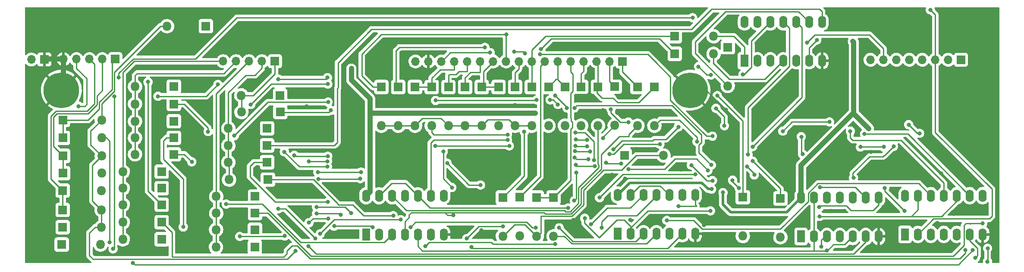
<source format=gbr>
%TF.GenerationSoftware,KiCad,Pcbnew,6.0.2+dfsg-1*%
%TF.CreationDate,2022-06-22T10:26:47+01:00*%
%TF.ProjectId,Keyboard,4b657962-6f61-4726-942e-6b696361645f,2*%
%TF.SameCoordinates,Original*%
%TF.FileFunction,Copper,L1,Top*%
%TF.FilePolarity,Positive*%
%FSLAX46Y46*%
G04 Gerber Fmt 4.6, Leading zero omitted, Abs format (unit mm)*
G04 Created by KiCad (PCBNEW 6.0.2+dfsg-1) date 2022-06-22 10:26:47*
%MOMM*%
%LPD*%
G01*
G04 APERTURE LIST*
%TA.AperFunction,ComponentPad*%
%ADD10R,1.600000X2.400000*%
%TD*%
%TA.AperFunction,ComponentPad*%
%ADD11O,1.600000X2.400000*%
%TD*%
%TA.AperFunction,ComponentPad*%
%ADD12R,1.800000X1.800000*%
%TD*%
%TA.AperFunction,ComponentPad*%
%ADD13O,1.800000X1.800000*%
%TD*%
%TA.AperFunction,ComponentPad*%
%ADD14C,7.000000*%
%TD*%
%TA.AperFunction,ComponentPad*%
%ADD15R,1.700000X1.700000*%
%TD*%
%TA.AperFunction,ComponentPad*%
%ADD16O,1.700000X1.700000*%
%TD*%
%TA.AperFunction,ViaPad*%
%ADD17C,0.800000*%
%TD*%
%TA.AperFunction,Conductor*%
%ADD18C,0.250000*%
%TD*%
%TA.AperFunction,Conductor*%
%ADD19C,1.000000*%
%TD*%
%TA.AperFunction,Conductor*%
%ADD20C,0.500000*%
%TD*%
G04 APERTURE END LIST*
D10*
%TO.P,U4,1*%
%TO.N,Net-(D37-Pad2)*%
X199425000Y-99975000D03*
D11*
%TO.P,U4,2*%
%TO.N,Net-(J3-Pad7)*%
X201965000Y-99975000D03*
%TO.P,U4,3*%
%TO.N,Net-(D31-Pad1)*%
X204505000Y-99975000D03*
%TO.P,U4,4*%
%TO.N,Net-(D39-Pad2)*%
X207045000Y-99975000D03*
%TO.P,U4,5*%
%TO.N,Net-(J3-Pad7)*%
X209585000Y-99975000D03*
%TO.P,U4,6*%
%TO.N,Net-(D42-Pad1)*%
X212125000Y-99975000D03*
%TO.P,U4,7,GND*%
%TO.N,GND*%
X214665000Y-99975000D03*
%TO.P,U4,8*%
%TO.N,Net-(D43-Pad1)*%
X214665000Y-92355000D03*
%TO.P,U4,9*%
%TO.N,Net-(D41-Pad2)*%
X212125000Y-92355000D03*
%TO.P,U4,10*%
%TO.N,Net-(J3-Pad2)*%
X209585000Y-92355000D03*
%TO.P,U4,11*%
%TO.N,Net-(D44-Pad1)*%
X207045000Y-92355000D03*
%TO.P,U4,12*%
%TO.N,Net-(D46-Pad2)*%
X204505000Y-92355000D03*
%TO.P,U4,13*%
%TO.N,Net-(J3-Pad3)*%
X201965000Y-92355000D03*
%TO.P,U4,14,VCC*%
%TO.N,VCC*%
X199425000Y-92355000D03*
%TD*%
D12*
%TO.P,D28,1,K*%
%TO.N,Net-(D28-Pad1)*%
X105730800Y-113287600D03*
D13*
%TO.P,D28,2,A*%
%TO.N,Net-(D15-Pad2)*%
X98110800Y-113287600D03*
%TD*%
D12*
%TO.P,D47,1,K*%
%TO.N,Net-(D47-Pad1)*%
X144592800Y-105134200D03*
D13*
%TO.P,D47,2,A*%
%TO.N,Net-(D18-Pad2)*%
X144592800Y-112754200D03*
%TD*%
D12*
%TO.P,D22,1,K*%
%TO.N,Net-(D21-Pad1)*%
X170678600Y-105108800D03*
D13*
%TO.P,D22,2,A*%
%TO.N,Net-(D22-Pad2)*%
X170678600Y-112728800D03*
%TD*%
D12*
%TO.P,D1,1,K*%
%TO.N,Net-(D1-Pad1)*%
X108270800Y-106785200D03*
D13*
%TO.P,D1,2,A*%
%TO.N,Net-(D1-Pad2)*%
X100650800Y-106785200D03*
%TD*%
D12*
%TO.P,D44,1,K*%
%TO.N,Net-(D44-Pad1)*%
X85036200Y-121785000D03*
D13*
%TO.P,D44,2,A*%
%TO.N,Net-(D2-Pad2)*%
X77416200Y-121785000D03*
%TD*%
D12*
%TO.P,D12,1,K*%
%TO.N,Net-(D11-Pad1)*%
X65615000Y-125515000D03*
D13*
%TO.P,D12,2,A*%
%TO.N,Net-(D12-Pad2)*%
X73235000Y-125515000D03*
%TD*%
D12*
%TO.P,D25,1,K*%
%TO.N,Net-(D25-Pad1)*%
X158664400Y-126876600D03*
D13*
%TO.P,D25,2,A*%
%TO.N,Net-(D11-Pad2)*%
X158664400Y-134496600D03*
%TD*%
D12*
%TO.P,D41,1,K*%
%TO.N,Net-(D40-Pad1)*%
X196150000Y-97315000D03*
D13*
%TO.P,D41,2,A*%
%TO.N,Net-(D41-Pad2)*%
X196150000Y-104935000D03*
%TD*%
D12*
%TO.P,D52,1,K*%
%TO.N,Net-(D51-Pad1)*%
X138039600Y-105159600D03*
D13*
%TO.P,D52,2,A*%
%TO.N,Net-(D52-Pad2)*%
X138039600Y-112779600D03*
%TD*%
D12*
%TO.P,D6,1,K*%
%TO.N,Net-(D6-Pad1)*%
X105730800Y-119942400D03*
D13*
%TO.P,D6,2,A*%
%TO.N,Net-(D15-Pad2)*%
X98110800Y-119942400D03*
%TD*%
D12*
%TO.P,D8,1,K*%
%TO.N,Net-(D7-Pad1)*%
X65640000Y-115150000D03*
D13*
%TO.P,D8,2,A*%
%TO.N,Net-(D8-Pad2)*%
X73260000Y-115150000D03*
%TD*%
D12*
%TO.P,D31,1,K*%
%TO.N,Net-(D31-Pad1)*%
X87423800Y-111879000D03*
D13*
%TO.P,D31,2,A*%
%TO.N,Net-(D27-Pad2)*%
X79803800Y-111879000D03*
%TD*%
D12*
%TO.P,D16,1,K*%
%TO.N,Net-(D16-Pad1)*%
X103343200Y-133201200D03*
D13*
%TO.P,D16,2,A*%
%TO.N,Net-(D16-Pad2)*%
X95723200Y-133201200D03*
%TD*%
D12*
%TO.P,D46,1,K*%
%TO.N,Net-(D45-Pad1)*%
X151146000Y-105134200D03*
D13*
%TO.P,D46,2,A*%
%TO.N,Net-(D46-Pad2)*%
X151146000Y-112754200D03*
%TD*%
D14*
%TO.P,H2,1,1*%
%TO.N,GND*%
X65338000Y-105769200D03*
%TD*%
D12*
%TO.P,D55,1,K*%
%TO.N,Net-(D55-Pad1)*%
X108321600Y-110061800D03*
D13*
%TO.P,D55,2,A*%
%TO.N,Net-(D1-Pad2)*%
X100701600Y-110061800D03*
%TD*%
D12*
%TO.P,D30,1,K*%
%TO.N,Net-(D30-Pad1)*%
X87423800Y-105071800D03*
D13*
%TO.P,D30,2,A*%
%TO.N,Net-(D27-Pad2)*%
X79803800Y-105071800D03*
%TD*%
D12*
%TO.P,D20,1,K*%
%TO.N,Net-(D19-Pad1)*%
X173955200Y-105083400D03*
D13*
%TO.P,D20,2,A*%
%TO.N,Net-(D20-Pad2)*%
X173955200Y-112703400D03*
%TD*%
D12*
%TO.P,D18,1,K*%
%TO.N,Net-(D17-Pad1)*%
X178425600Y-105134200D03*
D13*
%TO.P,D18,2,A*%
%TO.N,Net-(D18-Pad2)*%
X178425600Y-112754200D03*
%TD*%
D12*
%TO.P,D15,1,K*%
%TO.N,Net-(D15-Pad1)*%
X105883200Y-123346000D03*
D13*
%TO.P,D15,2,A*%
%TO.N,Net-(D15-Pad2)*%
X98263200Y-123346000D03*
%TD*%
D12*
%TO.P,D43,1,K*%
%TO.N,Net-(D43-Pad1)*%
X105730800Y-116640400D03*
D13*
%TO.P,D43,2,A*%
%TO.N,Net-(D15-Pad2)*%
X98110800Y-116640400D03*
%TD*%
D15*
%TO.P,J5,1,Pin_1*%
%TO.N,Net-(D7-Pad1)*%
X75950000Y-99650000D03*
D16*
%TO.P,J5,2,Pin_2*%
%TO.N,Net-(D10-Pad1)*%
X73410000Y-99650000D03*
%TO.P,J5,3,Pin_3*%
%TO.N,Net-(D11-Pad1)*%
X70870000Y-99650000D03*
%TO.P,J5,4,Pin_4*%
%TO.N,Net-(D13-Pad1)*%
X68330000Y-99650000D03*
%TO.P,J5,5,Pin_5*%
%TO.N,GND*%
X65790000Y-99650000D03*
%TD*%
D12*
%TO.P,D35,1,K*%
%TO.N,Net-(D34-Pad1)*%
X155311600Y-126825800D03*
D13*
%TO.P,D35,2,A*%
%TO.N,Net-(D35-Pad2)*%
X155311600Y-134445800D03*
%TD*%
D12*
%TO.P,D56,1,K*%
%TO.N,Net-(D56-Pad1)*%
X85036200Y-131741800D03*
D13*
%TO.P,D56,2,A*%
%TO.N,Net-(D2-Pad2)*%
X77416200Y-131741800D03*
%TD*%
D12*
%TO.P,D5,1,K*%
%TO.N,Net-(D5-Pad1)*%
X85036200Y-125036200D03*
D13*
%TO.P,D5,2,A*%
%TO.N,Net-(D2-Pad2)*%
X77416200Y-125036200D03*
%TD*%
D12*
%TO.P,D32,1,K*%
%TO.N,Net-(D32-Pad1)*%
X160975800Y-105134200D03*
D13*
%TO.P,D32,2,A*%
%TO.N,Net-(D18-Pad2)*%
X160975800Y-112754200D03*
%TD*%
D15*
%TO.P,J1,1,Pin_1*%
%TO.N,GND*%
X62000000Y-99725000D03*
D16*
%TO.P,J1,2,Pin_2*%
%TO.N,VCC*%
X59460000Y-99725000D03*
%TD*%
D12*
%TO.P,D9,1,K*%
%TO.N,Net-(D10-Pad1)*%
X65665000Y-118675000D03*
D13*
%TO.P,D9,2,A*%
%TO.N,Net-(D11-Pad2)*%
X73285000Y-118675000D03*
%TD*%
D12*
%TO.P,D51,1,K*%
%TO.N,Net-(D51-Pad1)*%
X134763000Y-105134200D03*
D13*
%TO.P,D51,2,A*%
%TO.N,Net-(D18-Pad2)*%
X134763000Y-112754200D03*
%TD*%
D12*
%TO.P,D19,1,K*%
%TO.N,Net-(D19-Pad1)*%
X175936400Y-118621600D03*
D13*
%TO.P,D19,2,A*%
%TO.N,Net-(D11-Pad2)*%
X183556400Y-118621600D03*
%TD*%
D12*
%TO.P,D29,1,K*%
%TO.N,Net-(D29-Pad1)*%
X103368600Y-126673400D03*
D13*
%TO.P,D29,2,A*%
%TO.N,Net-(D16-Pad2)*%
X95748600Y-126673400D03*
%TD*%
D12*
%TO.P,D39,1,K*%
%TO.N,Net-(D38-Pad1)*%
X185740800Y-98606400D03*
D13*
%TO.P,D39,2,A*%
%TO.N,Net-(D39-Pad2)*%
X193360800Y-98606400D03*
%TD*%
D12*
%TO.P,D40,1,K*%
%TO.N,Net-(D40-Pad1)*%
X128159000Y-105134200D03*
D13*
%TO.P,D40,2,A*%
%TO.N,Net-(D18-Pad2)*%
X128159000Y-112754200D03*
%TD*%
D15*
%TO.P,J2,1,Pin_1*%
%TO.N,Net-(D17-Pad1)*%
X175500000Y-100100000D03*
D16*
%TO.P,J2,2,Pin_2*%
%TO.N,Net-(D19-Pad1)*%
X172960000Y-100100000D03*
%TO.P,J2,3,Pin_3*%
%TO.N,Net-(D21-Pad1)*%
X170420000Y-100100000D03*
%TO.P,J2,4,Pin_4*%
%TO.N,Net-(D23-Pad1)*%
X167880000Y-100100000D03*
%TO.P,J2,5,Pin_5*%
%TO.N,Net-(D25-Pad1)*%
X165340000Y-100100000D03*
%TO.P,J2,6,Pin_6*%
%TO.N,Net-(D32-Pad1)*%
X162800000Y-100100000D03*
%TO.P,J2,7,Pin_7*%
%TO.N,Net-(D34-Pad1)*%
X160260000Y-100100000D03*
%TO.P,J2,8,Pin_8*%
%TO.N,Net-(D36-Pad1)*%
X157720000Y-100100000D03*
%TO.P,J2,9,Pin_9*%
%TO.N,Net-(D38-Pad1)*%
X155180000Y-100100000D03*
%TO.P,J2,10,Pin_10*%
%TO.N,Net-(D40-Pad1)*%
X152640000Y-100100000D03*
%TO.P,J2,11,Pin_11*%
%TO.N,Net-(D45-Pad1)*%
X150100000Y-100100000D03*
%TO.P,J2,12,Pin_12*%
%TO.N,Net-(D47-Pad1)*%
X147560000Y-100100000D03*
%TO.P,J2,13,Pin_13*%
%TO.N,Net-(D49-Pad1)*%
X145020000Y-100100000D03*
%TO.P,J2,14,Pin_14*%
%TO.N,Net-(D51-Pad1)*%
X142480000Y-100100000D03*
%TO.P,J2,15,Pin_15*%
%TO.N,Net-(J2-Pad15)*%
X139940000Y-100100000D03*
%TO.P,J2,16,Pin_16*%
%TO.N,GND*%
X137400000Y-100100000D03*
%TO.P,J2,17,Pin_17*%
%TO.N,VCC*%
X134860000Y-100100000D03*
%TD*%
D12*
%TO.P,D45,1,K*%
%TO.N,Net-(D45-Pad1)*%
X147844000Y-105134200D03*
D13*
%TO.P,D45,2,A*%
%TO.N,Net-(D18-Pad2)*%
X147844000Y-112754200D03*
%TD*%
D15*
%TO.P,J4,1,Pin_1*%
%TO.N,Net-(D1-Pad2)*%
X107274800Y-100060000D03*
D16*
%TO.P,J4,2,Pin_2*%
%TO.N,Net-(D15-Pad2)*%
X104734800Y-100060000D03*
%TO.P,J4,3,Pin_3*%
%TO.N,Net-(D16-Pad2)*%
X102194800Y-100060000D03*
%TO.P,J4,4,Pin_4*%
%TO.N,Net-(D27-Pad2)*%
X99654800Y-100060000D03*
%TO.P,J4,5,Pin_5*%
%TO.N,Net-(D2-Pad2)*%
X97114800Y-100060000D03*
%TD*%
D12*
%TO.P,D7,1,K*%
%TO.N,Net-(D7-Pad1)*%
X65639200Y-111621400D03*
D13*
%TO.P,D7,2,A*%
%TO.N,Net-(D11-Pad2)*%
X73259200Y-111621400D03*
%TD*%
D12*
%TO.P,D36,1,K*%
%TO.N,Net-(D36-Pad1)*%
X157673800Y-105134200D03*
D13*
%TO.P,D36,2,A*%
%TO.N,Net-(D18-Pad2)*%
X157673800Y-112754200D03*
%TD*%
D12*
%TO.P,D27,1,K*%
%TO.N,Net-(D27-Pad1)*%
X87423800Y-115130200D03*
D13*
%TO.P,D27,2,A*%
%TO.N,Net-(D27-Pad2)*%
X79803800Y-115130200D03*
%TD*%
D12*
%TO.P,D17,1,K*%
%TO.N,Net-(D17-Pad1)*%
X93710000Y-93175000D03*
D13*
%TO.P,D17,2,A*%
%TO.N,Net-(D11-Pad2)*%
X86090000Y-93175000D03*
%TD*%
D12*
%TO.P,D38,1,K*%
%TO.N,Net-(D38-Pad1)*%
X154422600Y-105134200D03*
D13*
%TO.P,D38,2,A*%
%TO.N,Net-(D18-Pad2)*%
X154422600Y-112754200D03*
%TD*%
D12*
%TO.P,D14,1,K*%
%TO.N,Net-(D13-Pad1)*%
X65415000Y-136125000D03*
D13*
%TO.P,D14,2,A*%
%TO.N,Net-(D14-Pad2)*%
X73035000Y-136125000D03*
%TD*%
D12*
%TO.P,D37,1,K*%
%TO.N,Net-(D36-Pad1)*%
X185740800Y-95152000D03*
D13*
%TO.P,D37,2,A*%
%TO.N,Net-(D37-Pad2)*%
X193360800Y-95152000D03*
%TD*%
D12*
%TO.P,D23,1,K*%
%TO.N,Net-(D23-Pad1)*%
X152009600Y-126876600D03*
D13*
%TO.P,D23,2,A*%
%TO.N,Net-(D11-Pad2)*%
X152009600Y-134496600D03*
%TD*%
D12*
%TO.P,D2,1,K*%
%TO.N,Net-(D2-Pad1)*%
X85036200Y-135094600D03*
D13*
%TO.P,D2,2,A*%
%TO.N,Net-(D2-Pad2)*%
X77416200Y-135094600D03*
%TD*%
D15*
%TO.P,J3,1,Pin_1*%
%TO.N,Net-(J3-Pad1)*%
X241950000Y-99775000D03*
D16*
%TO.P,J3,2,Pin_2*%
%TO.N,Net-(J3-Pad2)*%
X239410000Y-99775000D03*
%TO.P,J3,3,Pin_3*%
%TO.N,Net-(J3-Pad3)*%
X236870000Y-99775000D03*
%TO.P,J3,4,Pin_4*%
%TO.N,Net-(J3-Pad4)*%
X234330000Y-99775000D03*
%TO.P,J3,5,Pin_5*%
%TO.N,Net-(J3-Pad5)*%
X231790000Y-99775000D03*
%TO.P,J3,6,Pin_6*%
%TO.N,unconnected-(J3-Pad6)*%
X229250000Y-99775000D03*
%TO.P,J3,7,Pin_7*%
%TO.N,Net-(J3-Pad7)*%
X226710000Y-99775000D03*
%TO.P,J3,8,Pin_8*%
%TO.N,Net-(J3-Pad8)*%
X224170000Y-99775000D03*
%TD*%
D12*
%TO.P,D21,1,K*%
%TO.N,Net-(D21-Pad1)*%
X181753000Y-105134200D03*
D13*
%TO.P,D21,2,A*%
%TO.N,Net-(D11-Pad2)*%
X181753000Y-112754200D03*
%TD*%
D10*
%TO.P,U1,1*%
%TO.N,Net-(D11-Pad2)*%
X230950000Y-134125000D03*
D11*
%TO.P,U1,2*%
%TO.N,Net-(J3-Pad3)*%
X233490000Y-134125000D03*
%TO.P,U1,3*%
%TO.N,Net-(D1-Pad1)*%
X236030000Y-134125000D03*
%TO.P,U1,4*%
%TO.N,Net-(D8-Pad2)*%
X238570000Y-134125000D03*
%TO.P,U1,5*%
%TO.N,Net-(J3-Pad8)*%
X241110000Y-134125000D03*
%TO.P,U1,6*%
%TO.N,Net-(D2-Pad1)*%
X243650000Y-134125000D03*
%TO.P,U1,7,GND*%
%TO.N,GND*%
X246190000Y-134125000D03*
%TO.P,U1,8*%
%TO.N,Net-(D3-Pad1)*%
X246190000Y-126505000D03*
%TO.P,U1,9*%
%TO.N,Net-(D10-Pad2)*%
X243650000Y-126505000D03*
%TO.P,U1,10*%
%TO.N,Net-(J3-Pad5)*%
X241110000Y-126505000D03*
%TO.P,U1,11*%
%TO.N,Net-(D4-Pad1)*%
X238570000Y-126505000D03*
%TO.P,U1,12*%
%TO.N,Net-(D12-Pad2)*%
X236030000Y-126505000D03*
%TO.P,U1,13*%
%TO.N,Net-(J3-Pad5)*%
X233490000Y-126505000D03*
%TO.P,U1,14,VCC*%
%TO.N,VCC*%
X230950000Y-126505000D03*
%TD*%
D12*
%TO.P,D11,1,K*%
%TO.N,Net-(D11-Pad1)*%
X65615000Y-129325000D03*
D13*
%TO.P,D11,2,A*%
%TO.N,Net-(D11-Pad2)*%
X73235000Y-129325000D03*
%TD*%
D12*
%TO.P,D48,1,K*%
%TO.N,Net-(D47-Pad1)*%
X206492600Y-127054400D03*
D13*
%TO.P,D48,2,A*%
%TO.N,Net-(D48-Pad2)*%
X206492600Y-134674400D03*
%TD*%
D12*
%TO.P,D54,1,K*%
%TO.N,Net-(D54-Pad1)*%
X103317800Y-136630200D03*
D13*
%TO.P,D54,2,A*%
%TO.N,Net-(D16-Pad2)*%
X95697800Y-136630200D03*
%TD*%
D12*
%TO.P,D3,1,K*%
%TO.N,Net-(D3-Pad1)*%
X103368600Y-129950000D03*
D13*
%TO.P,D3,2,A*%
%TO.N,Net-(D16-Pad2)*%
X95748600Y-129950000D03*
%TD*%
D12*
%TO.P,D24,1,K*%
%TO.N,Net-(D23-Pad1)*%
X167376600Y-105108800D03*
D13*
%TO.P,D24,2,A*%
%TO.N,Net-(D24-Pad2)*%
X167376600Y-112728800D03*
%TD*%
D12*
%TO.P,D13,1,K*%
%TO.N,Net-(D13-Pad1)*%
X65618200Y-132721400D03*
D13*
%TO.P,D13,2,A*%
%TO.N,Net-(D11-Pad2)*%
X73238200Y-132721400D03*
%TD*%
D10*
%TO.P,U3,1*%
%TO.N,Net-(D24-Pad2)*%
X174534400Y-134003600D03*
D11*
%TO.P,U3,2*%
%TO.N,Net-(J3-Pad8)*%
X177074400Y-134003600D03*
%TO.P,U3,3*%
%TO.N,Net-(D27-Pad1)*%
X179614400Y-134003600D03*
%TO.P,U3,4*%
%TO.N,Net-(D26-Pad2)*%
X182154400Y-134003600D03*
%TO.P,U3,5*%
%TO.N,Net-(J3-Pad5)*%
X184694400Y-134003600D03*
%TO.P,U3,6*%
%TO.N,Net-(D28-Pad1)*%
X187234400Y-134003600D03*
%TO.P,U3,7,GND*%
%TO.N,GND*%
X189774400Y-134003600D03*
%TO.P,U3,8*%
%TO.N,Net-(D29-Pad1)*%
X189774400Y-126383600D03*
%TO.P,U3,9*%
%TO.N,Net-(D33-Pad2)*%
X187234400Y-126383600D03*
%TO.P,U3,10*%
%TO.N,Net-(J3-Pad2)*%
X184694400Y-126383600D03*
%TO.P,U3,11*%
%TO.N,Net-(D30-Pad1)*%
X182154400Y-126383600D03*
%TO.P,U3,12*%
%TO.N,Net-(D35-Pad2)*%
X179614400Y-126383600D03*
%TO.P,U3,13*%
%TO.N,Net-(J3-Pad2)*%
X177074400Y-126383600D03*
%TO.P,U3,14,VCC*%
%TO.N,VCC*%
X174534400Y-126383600D03*
%TD*%
D12*
%TO.P,D50,1,K*%
%TO.N,Net-(D49-Pad1)*%
X199101200Y-126825800D03*
D13*
%TO.P,D50,2,A*%
%TO.N,Net-(D50-Pad2)*%
X199101200Y-134445800D03*
%TD*%
D14*
%TO.P,H1,1,1*%
%TO.N,GND*%
X188738000Y-105769200D03*
%TD*%
D12*
%TO.P,D49,1,K*%
%TO.N,Net-(D49-Pad1)*%
X141316200Y-105159600D03*
D13*
%TO.P,D49,2,A*%
%TO.N,Net-(D18-Pad2)*%
X141316200Y-112779600D03*
%TD*%
D12*
%TO.P,D53,1,K*%
%TO.N,Net-(D53-Pad1)*%
X87423800Y-118381400D03*
D13*
%TO.P,D53,2,A*%
%TO.N,Net-(D27-Pad2)*%
X79803800Y-118381400D03*
%TD*%
D12*
%TO.P,D4,1,K*%
%TO.N,Net-(D4-Pad1)*%
X87423800Y-108475400D03*
D13*
%TO.P,D4,2,A*%
%TO.N,Net-(D27-Pad2)*%
X79803800Y-108475400D03*
%TD*%
D10*
%TO.P,U2,1*%
%TO.N,Net-(D14-Pad2)*%
X125156800Y-134156000D03*
D11*
%TO.P,U2,2*%
%TO.N,Net-(J3-Pad5)*%
X127696800Y-134156000D03*
%TO.P,U2,3*%
%TO.N,Net-(D5-Pad1)*%
X130236800Y-134156000D03*
%TO.P,U2,4*%
%TO.N,Net-(D18-Pad2)*%
X132776800Y-134156000D03*
%TO.P,U2,5*%
%TO.N,Net-(J3-Pad1)*%
X135316800Y-134156000D03*
%TO.P,U2,6*%
%TO.N,Net-(D6-Pad1)*%
X137856800Y-134156000D03*
%TO.P,U2,7,GND*%
%TO.N,GND*%
X140396800Y-134156000D03*
%TO.P,U2,8*%
%TO.N,Net-(D15-Pad1)*%
X140396800Y-126536000D03*
%TO.P,U2,9*%
%TO.N,Net-(D20-Pad2)*%
X137856800Y-126536000D03*
%TO.P,U2,10*%
%TO.N,Net-(J3-Pad8)*%
X135316800Y-126536000D03*
%TO.P,U2,11*%
%TO.N,Net-(D16-Pad1)*%
X132776800Y-126536000D03*
%TO.P,U2,12*%
%TO.N,Net-(D22-Pad2)*%
X130236800Y-126536000D03*
%TO.P,U2,13*%
%TO.N,Net-(J3-Pad8)*%
X127696800Y-126536000D03*
%TO.P,U2,14,VCC*%
%TO.N,VCC*%
X125156800Y-126536000D03*
%TD*%
D12*
%TO.P,D10,1,K*%
%TO.N,Net-(D10-Pad1)*%
X65665000Y-122078600D03*
D13*
%TO.P,D10,2,A*%
%TO.N,Net-(D10-Pad2)*%
X73285000Y-122078600D03*
%TD*%
D12*
%TO.P,D42,1,K*%
%TO.N,Net-(D42-Pad1)*%
X85036200Y-128287400D03*
D13*
%TO.P,D42,2,A*%
%TO.N,Net-(D2-Pad2)*%
X77416200Y-128287400D03*
%TD*%
D12*
%TO.P,D26,1,K*%
%TO.N,Net-(D25-Pad1)*%
X161966400Y-126876600D03*
D13*
%TO.P,D26,2,A*%
%TO.N,Net-(D26-Pad2)*%
X161966400Y-134496600D03*
%TD*%
D12*
%TO.P,D33,1,K*%
%TO.N,Net-(D32-Pad1)*%
X164176200Y-105108800D03*
D13*
%TO.P,D33,2,A*%
%TO.N,Net-(D33-Pad2)*%
X164176200Y-112728800D03*
%TD*%
D10*
%TO.P,U5,1*%
%TO.N,Net-(D48-Pad2)*%
X210526200Y-134537000D03*
D11*
%TO.P,U5,2*%
%TO.N,Net-(J3-Pad1)*%
X213066200Y-134537000D03*
%TO.P,U5,3*%
%TO.N,Net-(D53-Pad1)*%
X215606200Y-134537000D03*
%TO.P,U5,4*%
%TO.N,Net-(D50-Pad2)*%
X218146200Y-134537000D03*
%TO.P,U5,5*%
%TO.N,Net-(J3-Pad1)*%
X220686200Y-134537000D03*
%TO.P,U5,6*%
%TO.N,Net-(D54-Pad1)*%
X223226200Y-134537000D03*
%TO.P,U5,7,GND*%
%TO.N,GND*%
X225766200Y-134537000D03*
%TO.P,U5,8*%
%TO.N,Net-(D55-Pad1)*%
X225766200Y-126917000D03*
%TO.P,U5,9*%
%TO.N,Net-(D52-Pad2)*%
X223226200Y-126917000D03*
%TO.P,U5,10*%
%TO.N,Net-(J3-Pad4)*%
X220686200Y-126917000D03*
%TO.P,U5,11*%
%TO.N,Net-(D56-Pad1)*%
X218146200Y-126917000D03*
%TO.P,U5,12*%
%TO.N,Net-(J2-Pad15)*%
X215606200Y-126917000D03*
%TO.P,U5,13*%
%TO.N,Net-(J3-Pad1)*%
X213066200Y-126917000D03*
%TO.P,U5,14,VCC*%
%TO.N,VCC*%
X210526200Y-126917000D03*
%TD*%
D12*
%TO.P,D34,1,K*%
%TO.N,Net-(D34-Pad1)*%
X131486400Y-105134200D03*
D13*
%TO.P,D34,2,A*%
%TO.N,Net-(D18-Pad2)*%
X131486400Y-112754200D03*
%TD*%
D17*
%TO.N,GND*%
X224275000Y-117875000D03*
X201850000Y-96600000D03*
X196075000Y-99675000D03*
X190875000Y-96925000D03*
X196200000Y-92500000D03*
X231325000Y-95000000D03*
X233000000Y-105425000D03*
X232775000Y-136600000D03*
X219050000Y-129525000D03*
X226675000Y-129300000D03*
X229175000Y-120175000D03*
X218300000Y-120225000D03*
X180625000Y-97000000D03*
X184425000Y-92575000D03*
X157100000Y-92625000D03*
X213250000Y-122150000D03*
X239500000Y-111375000D03*
X228950000Y-125800000D03*
X228750000Y-129250000D03*
X237325000Y-131875000D03*
X240475000Y-130100000D03*
X244950000Y-129625000D03*
X238050000Y-122175000D03*
X235425000Y-123250000D03*
X220800000Y-112450000D03*
X212750000Y-113975000D03*
X227675000Y-107850000D03*
X235775000Y-105725000D03*
X222500000Y-104875000D03*
X114975000Y-93400000D03*
X121050000Y-117175000D03*
X130550000Y-120925000D03*
X207150000Y-106650000D03*
X217475000Y-106225000D03*
X207075000Y-119775000D03*
X236950000Y-117675000D03*
X245425000Y-103125000D03*
X80350000Y-91975000D03*
%TO.N,Net-(J3-Pad5)*%
X233800000Y-114250000D03*
X231675000Y-112550000D03*
%TO.N,Net-(J3-Pad4)*%
X228700000Y-116825000D03*
%TO.N,Net-(J3-Pad8)*%
X226950000Y-125000000D03*
X230850000Y-129525000D03*
%TO.N,Net-(J3-Pad3)*%
X235914500Y-89935500D03*
%TO.N,Net-(J3-Pad8)*%
X226774500Y-116936800D03*
%TO.N,Net-(D8-Pad2)*%
X247132600Y-139475000D03*
%TO.N,Net-(D1-Pad1)*%
X244250000Y-137251900D03*
%TO.N,Net-(D56-Pad1)*%
X242800000Y-137251900D03*
%TO.N,Net-(D8-Pad2)*%
X247150000Y-136875000D03*
%TO.N,Net-(D2-Pad1)*%
X244775000Y-138750500D03*
%TO.N,Net-(D3-Pad1)*%
X246200000Y-131950000D03*
%TO.N,GND*%
X229587299Y-131737701D03*
%TO.N,Net-(D10-Pad2)*%
X223000000Y-114350000D03*
%TO.N,VCC*%
X223825000Y-113300000D03*
%TO.N,GND*%
X195800000Y-109625000D03*
%TO.N,Net-(D42-Pad1)*%
X189250000Y-91500000D03*
X213625000Y-95900000D03*
%TO.N,Net-(D46-Pad2)*%
X199125000Y-102669189D03*
%TO.N,VCC*%
X220725000Y-96175000D03*
%TO.N,Net-(J3-Pad7)*%
X211700000Y-96425000D03*
%TO.N,Net-(D13-Pad1)*%
X68700000Y-108900000D03*
%TO.N,Net-(D42-Pad1)*%
X76600000Y-103300000D03*
%TO.N,Net-(D1-Pad1)*%
X79375000Y-139725000D03*
%TO.N,Net-(D8-Pad2)*%
X74850000Y-135700000D03*
%TO.N,Net-(D1-Pad1)*%
X75500000Y-136975000D03*
%TO.N,Net-(J3-Pad1)*%
X215646000Y-137259580D03*
%TO.N,Net-(D53-Pad1)*%
X214493600Y-136554000D03*
X115205000Y-134956011D03*
X107940600Y-129086400D03*
X90950000Y-119850000D03*
%TO.N,Net-(D54-Pad1)*%
X113808000Y-136452400D03*
%TO.N,GND*%
X192532000Y-127000000D03*
X90800000Y-113650000D03*
X191440400Y-132337600D03*
X101092000Y-132080000D03*
X93100000Y-108200000D03*
X92400000Y-124700000D03*
X115824000Y-132080000D03*
X192024000Y-113030000D03*
X164592000Y-126746000D03*
X174498000Y-110236000D03*
X106426000Y-132334000D03*
X149860000Y-127000000D03*
X147828000Y-133350000D03*
X196342000Y-120650000D03*
X166370000Y-133858000D03*
X173482000Y-122428000D03*
X134112000Y-115062000D03*
X180340000Y-114554000D03*
X105918000Y-106934000D03*
X178308000Y-117348000D03*
X187706000Y-117348000D03*
X177038000Y-131318000D03*
X181864000Y-117348000D03*
X113792000Y-106426000D03*
X92600000Y-136200000D03*
X176022000Y-123190000D03*
X154432000Y-108712000D03*
X99822000Y-129540000D03*
X192278000Y-117348000D03*
X187452000Y-115062000D03*
X98298000Y-133350000D03*
X147828000Y-120396000D03*
X121412000Y-126238000D03*
X81100000Y-131450000D03*
X112776000Y-134366000D03*
X181102000Y-131318000D03*
X174752000Y-107188000D03*
X163068000Y-122936000D03*
X186944000Y-121412000D03*
X115062000Y-126492000D03*
X107188000Y-136906000D03*
X121920000Y-120904000D03*
X109474000Y-131064000D03*
X108966000Y-124460000D03*
X113284000Y-113792000D03*
X171704000Y-109728000D03*
X98298000Y-136652000D03*
X168910000Y-107442000D03*
X165862000Y-131318000D03*
X179578000Y-119888000D03*
X121158000Y-134112000D03*
X92600000Y-133300000D03*
X105664000Y-101600000D03*
X162560000Y-111506000D03*
X113538000Y-108966000D03*
X113792000Y-101092000D03*
X111506000Y-129286000D03*
X143764000Y-127762000D03*
X157226000Y-122936000D03*
X145796000Y-117856000D03*
X92700000Y-129700000D03*
X171196000Y-124460000D03*
X171704000Y-128270000D03*
X216408000Y-129540000D03*
X93900000Y-117250000D03*
X220472000Y-136906000D03*
X152908000Y-123190000D03*
X167132000Y-97536000D03*
X101600000Y-116586000D03*
%TO.N,Net-(D55-Pad1)*%
X158645789Y-107660900D03*
X214122000Y-128778000D03*
X189017400Y-120501200D03*
X118278400Y-109706200D03*
X138801600Y-107775800D03*
X176668701Y-112038701D03*
X161280600Y-107648800D03*
X193157600Y-123549200D03*
X173228000Y-109528389D03*
X162804600Y-108563200D03*
X197094600Y-123473000D03*
X198376700Y-125022400D03*
%TO.N,Net-(D52-Pad2)*%
X172278800Y-120044000D03*
X175258900Y-120158041D03*
X169916600Y-119536000D03*
X192268600Y-121542600D03*
X176622200Y-121339400D03*
X152924000Y-114523297D03*
X214244344Y-124857900D03*
X199964800Y-120806000D03*
X166233600Y-114075000D03*
X201361800Y-122431600D03*
%TO.N,Net-(J3-Pad4)*%
X220843600Y-123015800D03*
%TO.N,VCC*%
X195215000Y-125911400D03*
X122266200Y-101527400D03*
X192979800Y-125225600D03*
X158410400Y-110290400D03*
%TO.N,Net-(D31-Pad1)*%
X107940600Y-103584800D03*
X117580500Y-103293300D03*
%TO.N,Net-(D42-Pad1)*%
X82350000Y-104150000D03*
%TO.N,Net-(D44-Pad1)*%
X117643400Y-118748600D03*
X168773600Y-119383600D03*
X111064800Y-118570800D03*
X189825901Y-122334299D03*
X170983400Y-126927400D03*
X200142600Y-118418400D03*
X166106600Y-119028000D03*
%TO.N,Net-(D46-Pad2)*%
X195494400Y-112754200D03*
X182831900Y-116386400D03*
X172913800Y-118342200D03*
X193843400Y-109325200D03*
X169154600Y-117834200D03*
X166182800Y-117707200D03*
%TO.N,Net-(D27-Pad1)*%
X117719600Y-131042200D03*
X133874000Y-132694411D03*
X158486600Y-132833500D03*
X163058600Y-132833500D03*
X113960400Y-131829600D03*
X126496218Y-132694411D03*
X118888000Y-132515400D03*
X89271600Y-132667800D03*
%TO.N,Net-(D28-Pad1)*%
X144923000Y-134956020D03*
X145862800Y-136604800D03*
X117580500Y-120806000D03*
X152035000Y-132591600D03*
X109109000Y-117885000D03*
%TO.N,Net-(D29-Pad1)*%
X124171200Y-121872800D03*
X166309800Y-120450400D03*
X186509900Y-128578400D03*
X115687600Y-121872800D03*
X170043600Y-120679000D03*
%TO.N,Net-(D30-Pad1)*%
X147615400Y-124412800D03*
X113935000Y-119790000D03*
X141062200Y-120120200D03*
X117580500Y-119746121D03*
X171389800Y-132794800D03*
%TO.N,Net-(D35-Pad2)*%
X169332400Y-132109000D03*
%TO.N,Net-(D14-Pad2)*%
X109185200Y-134445800D03*
X100371400Y-134522000D03*
X120158000Y-130254800D03*
X115433600Y-130026200D03*
%TO.N,Net-(D5-Pad1)*%
X97704400Y-128172000D03*
%TO.N,Net-(D6-Pad1)*%
X117668800Y-127765600D03*
%TO.N,Net-(D15-Pad1)*%
X130495800Y-130432600D03*
%TO.N,Net-(D20-Pad2)*%
X171643800Y-115218000D03*
X168550620Y-115573600D03*
X152924000Y-115522800D03*
X166335200Y-115472000D03*
%TO.N,Net-(D16-Pad1)*%
X115433600Y-128756200D03*
X122215400Y-129924600D03*
%TO.N,Net-(D11-Pad2)*%
X190084200Y-115878400D03*
X116131500Y-134014000D03*
X111293400Y-137417600D03*
X131969000Y-131245400D03*
%TO.N,Net-(D1-Pad1)*%
X96078800Y-104626200D03*
X75700000Y-107000000D03*
X84300000Y-106950000D03*
%TO.N,Net-(D10-Pad2)*%
X102505000Y-108563200D03*
X117643400Y-104550000D03*
%TO.N,Net-(D4-Pad1)*%
X138725400Y-116716600D03*
X99279200Y-114735400D03*
X117694200Y-108106000D03*
X94150000Y-113900000D03*
X168550620Y-116818200D03*
X166209094Y-116708044D03*
X186452000Y-112982800D03*
X206966800Y-113812600D03*
X220208600Y-113821000D03*
X153279600Y-116716600D03*
X173716990Y-117367390D03*
X216119200Y-111992200D03*
%TO.N,Net-(D12-Pad2)*%
X166030400Y-127511600D03*
X115763800Y-123244400D03*
X124018800Y-123168200D03*
X184191400Y-131372400D03*
X166386000Y-121999800D03*
%TO.N,Net-(D18-Pad2)*%
X142000000Y-124900000D03*
X140300000Y-117850000D03*
X142300000Y-130350000D03*
%TO.N,Net-(D40-Pad1)*%
X152720800Y-94771000D03*
%TO.N,Net-(D38-Pad1)*%
X159502600Y-97641200D03*
%TO.N,Net-(D34-Pad1)*%
X148479000Y-97336400D03*
%TO.N,Net-(D47-Pad1)*%
X164594700Y-109244580D03*
X166043700Y-109244580D03*
X192929000Y-120475800D03*
X201057000Y-119713800D03*
X162245800Y-106785200D03*
%TO.N,Net-(D49-Pad1)*%
X190414400Y-101121000D03*
X192852800Y-102772000D03*
X194097400Y-106810600D03*
%TO.N,Net-(D23-Pad1)*%
X156200600Y-113948000D03*
%TO.N,Net-(J3-Pad2)*%
X201031600Y-116869000D03*
%TO.N,Net-(J3-Pad5)*%
X214188800Y-130585000D03*
X162296600Y-136058100D03*
X136795000Y-136439100D03*
%TO.N,Net-(J3-Pad8)*%
X192751200Y-129492800D03*
X222198200Y-116936800D03*
X164811200Y-128934000D03*
X168087800Y-130966000D03*
%TO.N,Net-(J2-Pad15)*%
X156353000Y-98555600D03*
X193132200Y-114811600D03*
X154194000Y-98225400D03*
X210836000Y-118342200D03*
X159299400Y-98733400D03*
X210582000Y-114913200D03*
X149520400Y-98377800D03*
%TD*%
D18*
%TO.N,Net-(D3-Pad1)*%
X103190800Y-129950000D02*
X105857800Y-129950000D01*
X240395311Y-138433600D02*
X242525480Y-136303431D01*
X105857800Y-129950000D02*
X114341400Y-138433600D01*
X114341400Y-138433600D02*
X240395311Y-138433600D01*
X242525480Y-136303431D02*
X242525480Y-132374520D01*
X242525480Y-132374520D02*
X242900000Y-132000000D01*
X242900000Y-132000000D02*
X243650000Y-132000000D01*
X243650000Y-132000000D02*
X243699760Y-132049760D01*
X243699760Y-132049760D02*
X243799520Y-131950000D01*
X243799520Y-131950000D02*
X246200000Y-131950000D01*
%TO.N,Net-(J3-Pad3)*%
X236540000Y-131075000D02*
X247500000Y-131075000D01*
X248025000Y-125225000D02*
X248025000Y-130550000D01*
X248025000Y-130550000D02*
X247500000Y-131075000D01*
X236870000Y-99775000D02*
X236870000Y-114070000D01*
X236870000Y-114070000D02*
X248025000Y-125225000D01*
%TO.N,Net-(J3-Pad5)*%
X231675000Y-112550000D02*
X233375000Y-114250000D01*
X233375000Y-114250000D02*
X233800000Y-114250000D01*
%TO.N,Net-(J3-Pad4)*%
X226928800Y-118596200D02*
X228700000Y-116825000D01*
X226838000Y-118596200D02*
X226928800Y-118596200D01*
%TO.N,Net-(J3-Pad8)*%
X222198200Y-116936800D02*
X226774500Y-116936800D01*
X226950000Y-125625000D02*
X226950000Y-125000000D01*
X230850000Y-129525000D02*
X226950000Y-125625000D01*
%TO.N,Net-(J3-Pad3)*%
X236870000Y-90891000D02*
X235914500Y-89935500D01*
X236870000Y-99775000D02*
X236870000Y-90891000D01*
%TO.N,Net-(J3-Pad7)*%
X224027400Y-94872600D02*
X213252400Y-94872600D01*
X226710000Y-99775000D02*
X226710000Y-97555200D01*
X226710000Y-97555200D02*
X224027400Y-94872600D01*
%TO.N,Net-(D1-Pad1)*%
X241498414Y-140133780D02*
X241498414Y-140003486D01*
X241498414Y-140003486D02*
X244250000Y-137251900D01*
%TO.N,Net-(D56-Pad1)*%
X241724460Y-138883120D02*
X242800000Y-137807580D01*
X242800000Y-137807580D02*
X242800000Y-137251900D01*
%TO.N,Net-(D8-Pad2)*%
X247150000Y-136875000D02*
X247150000Y-139457600D01*
%TO.N,Net-(D2-Pad1)*%
X245200000Y-138325500D02*
X244775000Y-138750500D01*
X245200000Y-136875000D02*
X245200000Y-138325500D01*
X243650000Y-135325000D02*
X245200000Y-136875000D01*
X243650000Y-134125000D02*
X243650000Y-135050000D01*
X243650000Y-135050000D02*
X243650000Y-135325000D01*
%TO.N,GND*%
X229587299Y-131737701D02*
X226788000Y-134537000D01*
X226788000Y-134537000D02*
X225766200Y-134537000D01*
%TO.N,Net-(J3-Pad3)*%
X233490000Y-134125000D02*
X236540000Y-131075000D01*
%TO.N,Net-(D10-Pad2)*%
X223000000Y-114350000D02*
X231495000Y-114350000D01*
X231495000Y-114350000D02*
X243650000Y-126505000D01*
%TO.N,Net-(D4-Pad1)*%
X230149000Y-115599000D02*
X220699000Y-115599000D01*
X220699000Y-115599000D02*
X220208600Y-115108600D01*
X220208600Y-115108600D02*
X220208600Y-113821000D01*
X238570000Y-126505000D02*
X238570000Y-124020000D01*
X238570000Y-124020000D02*
X230149000Y-115599000D01*
%TO.N,Net-(D12-Pad2)*%
X213859489Y-124133400D02*
X233658400Y-124133400D01*
X233658400Y-124133400D02*
X236030000Y-126505000D01*
D19*
%TO.N,VCC*%
X220894400Y-110369400D02*
X223825000Y-113300000D01*
X220894400Y-110188800D02*
X220894400Y-110369400D01*
D18*
%TO.N,Net-(J3-Pad5)*%
X241110000Y-126505000D02*
X241110000Y-127565000D01*
X241110000Y-127565000D02*
X238090000Y-130585000D01*
X238090000Y-130585000D02*
X232165000Y-130585000D01*
X233490000Y-126505000D02*
X233490000Y-129260000D01*
X232165000Y-130585000D02*
X214188800Y-130585000D01*
X233490000Y-129260000D02*
X232165000Y-130585000D01*
%TO.N,GND*%
X191944200Y-105769200D02*
X195800000Y-109625000D01*
X188738000Y-105769200D02*
X191944200Y-105769200D01*
%TO.N,Net-(D42-Pad1)*%
X91689320Y-99610480D02*
X79448481Y-99610480D01*
X99799800Y-91500000D02*
X91689320Y-99610480D01*
X76600000Y-102458961D02*
X76600000Y-103300000D01*
X212125000Y-99975000D02*
X212125000Y-97400000D01*
X212125000Y-97400000D02*
X213625000Y-95900000D01*
X189250000Y-91500000D02*
X99799800Y-91500000D01*
X79448481Y-99610480D02*
X76600000Y-102458961D01*
%TO.N,Net-(D44-Pad1)*%
X200142600Y-118418400D02*
X200142600Y-109158671D01*
X200142600Y-109158671D02*
X208225000Y-101076271D01*
X208225000Y-101076271D02*
X208225000Y-93535000D01*
X208225000Y-93535000D02*
X207045000Y-92355000D01*
%TO.N,Net-(D46-Pad2)*%
X204505000Y-92355000D02*
X200800000Y-96060000D01*
X200800000Y-96060000D02*
X200800000Y-101249022D01*
X200800000Y-101249022D02*
X199379833Y-102669189D01*
X199379833Y-102669189D02*
X199125000Y-102669189D01*
%TO.N,Net-(D39-Pad2)*%
X207045000Y-99975000D02*
X203445000Y-103575000D01*
X203445000Y-103575000D02*
X196450000Y-103575000D01*
X196450000Y-103575000D02*
X193275000Y-100400000D01*
X193360800Y-100314200D02*
X193360800Y-98606400D01*
X193275000Y-100400000D02*
X193360800Y-100314200D01*
D19*
%TO.N,VCC*%
X220894400Y-96344400D02*
X220725000Y-96175000D01*
X220894400Y-106074000D02*
X220894400Y-96344400D01*
D18*
%TO.N,Net-(J3-Pad7)*%
X213252400Y-94872600D02*
X211700000Y-96425000D01*
%TO.N,Net-(J3-Pad2)*%
X210734400Y-107166200D02*
X210734400Y-106434400D01*
X209585000Y-92355000D02*
X210709520Y-93479520D01*
X210709520Y-93479520D02*
X210709520Y-106409520D01*
X210709520Y-106409520D02*
X210734400Y-106434400D01*
%TO.N,Net-(D41-Pad2)*%
X189775000Y-96250000D02*
X195750480Y-90274520D01*
X196150000Y-104935000D02*
X189775000Y-98560000D01*
X195750480Y-90274520D02*
X210044520Y-90274520D01*
X189775000Y-98560000D02*
X189775000Y-96250000D01*
X210044520Y-90274520D02*
X212125000Y-92355000D01*
%TO.N,Net-(D37-Pad2)*%
X193360800Y-95152000D02*
X197327000Y-95152000D01*
X197327000Y-95152000D02*
X199425000Y-97250000D01*
X199425000Y-97250000D02*
X199425000Y-99975000D01*
%TO.N,Net-(D43-Pad1)*%
X105730800Y-116640400D02*
X118938800Y-116640400D01*
X118938800Y-116640400D02*
X119523000Y-116056200D01*
X119650000Y-100350386D02*
X126219986Y-93780400D01*
X119523000Y-116056200D02*
X119523000Y-105413600D01*
X126219986Y-93780400D02*
X189044600Y-93780400D01*
X119523000Y-105413600D02*
X119650000Y-105286600D01*
X214665000Y-90290000D02*
X214665000Y-92355000D01*
X119650000Y-105286600D02*
X119650000Y-100350386D01*
X189044600Y-93780400D02*
X193000000Y-89825000D01*
X193000000Y-89825000D02*
X214200000Y-89825000D01*
X214200000Y-89825000D02*
X214665000Y-90290000D01*
D19*
%TO.N,GND*%
X65790000Y-99650000D02*
X65790000Y-105317200D01*
X65790000Y-105317200D02*
X65338000Y-105769200D01*
X65790000Y-99650000D02*
X62075000Y-99650000D01*
X62075000Y-99650000D02*
X62000000Y-99725000D01*
D18*
%TO.N,Net-(D13-Pad1)*%
X70300000Y-108550000D02*
X69950000Y-108900000D01*
X69950000Y-108900000D02*
X68700000Y-108900000D01*
X68330000Y-101505000D02*
X70300000Y-103475000D01*
X68330000Y-99650000D02*
X68330000Y-101405000D01*
X68330000Y-101405000D02*
X68330000Y-101505000D01*
X70300000Y-103475000D02*
X70300000Y-108550000D01*
%TO.N,Net-(D11-Pad1)*%
X70870000Y-99650000D02*
X71850000Y-100630000D01*
X71850000Y-100630000D02*
X71850000Y-108425000D01*
X71850000Y-108425000D02*
X70374520Y-109900480D01*
X70374520Y-109900480D02*
X64275381Y-109900480D01*
X64275381Y-109900480D02*
X63325000Y-110850861D01*
X63325000Y-110850861D02*
X63325000Y-123225000D01*
X63325000Y-123225000D02*
X65615000Y-125515000D01*
%TO.N,Net-(D10-Pad1)*%
X65665000Y-118675000D02*
X63775000Y-116785000D01*
X63775000Y-116785000D02*
X63775000Y-111036578D01*
X63775000Y-111036578D02*
X64461578Y-110350000D01*
X64461578Y-110350000D02*
X70575000Y-110350000D01*
X70575000Y-110350000D02*
X72360160Y-108564840D01*
X72360160Y-108564840D02*
X72360160Y-106889840D01*
X72360160Y-106889840D02*
X73410000Y-105840000D01*
X73410000Y-105840000D02*
X73410000Y-99650000D01*
%TO.N,Net-(D7-Pad1)*%
X65639200Y-111621400D02*
X70603600Y-111621400D01*
X70603600Y-111621400D02*
X72809680Y-109415320D01*
X72809680Y-108109680D02*
X75300480Y-105618880D01*
X72809680Y-109415320D02*
X72809680Y-108109680D01*
X75300480Y-105618880D02*
X75300480Y-100299520D01*
X75300480Y-100299520D02*
X75950000Y-99650000D01*
%TO.N,Net-(D11-Pad2)*%
X86090000Y-93175000D02*
X84817208Y-93175000D01*
X84817208Y-93175000D02*
X75750000Y-102242208D01*
X75750000Y-102242208D02*
X75750000Y-105975000D01*
X75750000Y-105975000D02*
X75700386Y-105975000D01*
X75700386Y-105975000D02*
X73259200Y-108416186D01*
X73259200Y-108416186D02*
X73259200Y-111621400D01*
%TO.N,Net-(D11-Pad1)*%
X65615000Y-129325000D02*
X65615000Y-125515000D01*
%TO.N,Net-(D11-Pad2)*%
X71978600Y-132721400D02*
X70850000Y-133850000D01*
X71567400Y-138992400D02*
X109718600Y-138992400D01*
X73238200Y-132721400D02*
X71978600Y-132721400D01*
X70850000Y-133850000D02*
X70850000Y-138275000D01*
X70850000Y-138275000D02*
X71567400Y-138992400D01*
X73235000Y-129325000D02*
X73235000Y-132718200D01*
X73235000Y-132718200D02*
X73238200Y-132721400D01*
%TO.N,Net-(D1-Pad1)*%
X241498414Y-140133780D02*
X79783780Y-140133780D01*
X79783780Y-140133780D02*
X79375000Y-139725000D01*
%TO.N,Net-(D11-Pad2)*%
X73285000Y-118675000D02*
X71450000Y-120510000D01*
X71450000Y-120510000D02*
X71450000Y-127540000D01*
X71450000Y-127540000D02*
X73235000Y-129325000D01*
%TO.N,Net-(D10-Pad1)*%
X65665000Y-118675000D02*
X65665000Y-122078600D01*
%TO.N,Net-(D11-Pad2)*%
X73259200Y-111621400D02*
X71125000Y-113755600D01*
X71125000Y-113755600D02*
X71125000Y-116515000D01*
X71125000Y-116515000D02*
X73285000Y-118675000D01*
%TO.N,Net-(D8-Pad2)*%
X73260000Y-115150000D02*
X74225000Y-115150000D01*
X74225000Y-115150000D02*
X74850000Y-115775000D01*
X74850000Y-115775000D02*
X74850000Y-135700000D01*
%TO.N,Net-(D1-Pad1)*%
X75700000Y-136775000D02*
X75500000Y-136975000D01*
X75700000Y-121118800D02*
X75700000Y-136775000D01*
%TO.N,Net-(D7-Pad1)*%
X65639200Y-111621400D02*
X65639200Y-115149200D01*
X65639200Y-115149200D02*
X65640000Y-115150000D01*
%TO.N,Net-(J3-Pad1)*%
X213012700Y-137359100D02*
X213066200Y-137305600D01*
X213012700Y-137359100D02*
X136203100Y-137359100D01*
X219079200Y-136144000D02*
X220686200Y-134537000D01*
X215700900Y-137359100D02*
X216916000Y-136144000D01*
X135316800Y-136472800D02*
X135316800Y-134156000D01*
X213066200Y-134537000D02*
X213066200Y-126917000D01*
X213012700Y-137359100D02*
X215700900Y-137359100D01*
X216916000Y-136144000D02*
X219079200Y-136144000D01*
X213066200Y-137305600D02*
X213066200Y-134537000D01*
X136203100Y-137359100D02*
X135316800Y-136472800D01*
%TO.N,Net-(D53-Pad1)*%
X214493600Y-135249600D02*
X214493600Y-136554000D01*
X109335389Y-129086400D02*
X107940600Y-129086400D01*
X87423800Y-118381400D02*
X89481400Y-118381400D01*
X115205000Y-134956011D02*
X109335389Y-129086400D01*
X89481400Y-118381400D02*
X90950000Y-119850000D01*
X215606200Y-134537000D02*
X215206200Y-134537000D01*
X215206200Y-134537000D02*
X214493600Y-135249600D01*
%TO.N,Net-(D54-Pad1)*%
X223226200Y-134537000D02*
X223226200Y-135594517D01*
X220836637Y-137984080D02*
X115339680Y-137984080D01*
X223226200Y-135594517D02*
X220836637Y-137984080D01*
X115339680Y-137984080D02*
X113808000Y-136452400D01*
%TO.N,GND*%
X188738000Y-105769200D02*
X194173600Y-111204800D01*
X191735200Y-132337600D02*
X191440400Y-132337600D01*
X194173600Y-111204800D02*
X194173600Y-129899200D01*
X194173600Y-129899200D02*
X191735200Y-132337600D01*
%TO.N,Net-(D55-Pad1)*%
X158530889Y-107775800D02*
X158645789Y-107660900D01*
X189017400Y-120501200D02*
X192065400Y-123549200D01*
X214376000Y-128524000D02*
X214122000Y-128778000D01*
X175284701Y-112038701D02*
X175030701Y-112038701D01*
X197094600Y-123740300D02*
X198376700Y-125022400D01*
X161890200Y-107648800D02*
X162804600Y-108563200D01*
X219456000Y-128524000D02*
X214376000Y-128524000D01*
X225766200Y-128354800D02*
X225766200Y-126917000D01*
X192065400Y-123549200D02*
X193157600Y-123549200D01*
X220374000Y-129442000D02*
X219456000Y-128524000D01*
X108321600Y-110138000D02*
X117846600Y-110138000D01*
X138801600Y-107775800D02*
X158530889Y-107775800D01*
X175030701Y-112038701D02*
X173228000Y-110236000D01*
X176668701Y-112038701D02*
X175284701Y-112038701D01*
X117846600Y-110138000D02*
X118278400Y-109706200D01*
X224679000Y-129442000D02*
X225766200Y-128354800D01*
X197094600Y-123473000D02*
X197094600Y-123740300D01*
X224679000Y-129442000D02*
X220628000Y-129442000D01*
X173228000Y-110236000D02*
X173228000Y-109528389D01*
X161280600Y-107648800D02*
X161890200Y-107648800D01*
X220628000Y-129442000D02*
X220374000Y-129442000D01*
%TO.N,Net-(D52-Pad2)*%
X176698400Y-121263200D02*
X176622200Y-121339400D01*
X138039600Y-114075000D02*
X138039600Y-112779600D01*
X185766200Y-119282000D02*
X183785000Y-121263200D01*
X169916600Y-119536000D02*
X169916600Y-115914966D01*
X223226200Y-126917000D02*
X221167100Y-124857900D01*
X175258900Y-120158041D02*
X172392841Y-120158041D01*
X138487897Y-114523297D02*
X138039600Y-114075000D01*
X168076634Y-114075000D02*
X166233600Y-114075000D01*
X190008000Y-119282000D02*
X185766200Y-119282000D01*
X169916600Y-115914966D02*
X168076634Y-114075000D01*
X201361800Y-122431600D02*
X201361800Y-122203000D01*
X192268600Y-121542600D02*
X190008000Y-119282000D01*
X152924000Y-114523297D02*
X138487897Y-114523297D01*
X183785000Y-121263200D02*
X176698400Y-121263200D01*
X172392841Y-120158041D02*
X172278800Y-120044000D01*
X201361800Y-122203000D02*
X199964800Y-120806000D01*
X221167100Y-124857900D02*
X214244344Y-124857900D01*
%TO.N,Net-(J3-Pad4)*%
X220691200Y-122863400D02*
X220843600Y-123015800D01*
X223967800Y-118824800D02*
X220691200Y-122101400D01*
X220691200Y-122101400D02*
X220691200Y-122863400D01*
X226609400Y-118824800D02*
X223967800Y-118824800D01*
X226838000Y-118596200D02*
X226609400Y-118824800D01*
%TO.N,Net-(D56-Pad1)*%
X110582200Y-136401600D02*
X109611689Y-137372111D01*
X109611689Y-137930911D02*
X108999720Y-138542880D01*
X114155202Y-138883120D02*
X111673682Y-136401600D01*
X108999720Y-138542880D02*
X87044080Y-138542880D01*
X111673682Y-136401600D02*
X110582200Y-136401600D01*
X109611689Y-137372111D02*
X109611689Y-137930911D01*
X87044080Y-133749680D02*
X85036200Y-131741800D01*
X87044080Y-138542880D02*
X87044080Y-133749680D01*
X241724460Y-138883120D02*
X114155202Y-138883120D01*
D20*
%TO.N,VCC*%
X195215000Y-128248200D02*
X196713600Y-129746800D01*
D19*
X220894400Y-110188800D02*
X210526200Y-120557000D01*
X125949200Y-110315800D02*
X125949200Y-125743600D01*
X122266200Y-103762600D02*
X125949200Y-107445600D01*
D20*
X195215000Y-125911400D02*
X195215000Y-128248200D01*
D19*
X122266200Y-101527400D02*
X122266200Y-103762600D01*
D20*
X174534400Y-126383600D02*
X176927320Y-123990680D01*
D19*
X125949200Y-107445600D02*
X125949200Y-110315800D01*
X220894400Y-106074000D02*
X220894400Y-110188800D01*
D20*
X207696400Y-129746800D02*
X210526200Y-126917000D01*
X190754280Y-123990680D02*
X191084480Y-123990680D01*
D19*
X210526200Y-120557000D02*
X210526200Y-126917000D01*
D20*
X192319400Y-125225600D02*
X192979800Y-125225600D01*
D19*
X125949200Y-125743600D02*
X125156800Y-126536000D01*
X125949200Y-110315800D02*
X157812900Y-110315800D01*
X158385000Y-110315800D02*
X158410400Y-110290400D01*
D20*
X196713600Y-129746800D02*
X207696400Y-129746800D01*
X176927320Y-123990680D02*
X190754280Y-123990680D01*
D19*
X157812900Y-110315800D02*
X158385000Y-110315800D01*
D20*
X191084480Y-123990680D02*
X192319400Y-125225600D01*
D18*
%TO.N,Net-(D31-Pad1)*%
X117580500Y-103293300D02*
X117289000Y-103584800D01*
X117289000Y-103584800D02*
X107940600Y-103584800D01*
%TO.N,Net-(D42-Pad1)*%
X85036200Y-128287400D02*
X82350000Y-125601200D01*
X82350000Y-125601200D02*
X82350000Y-104150000D01*
%TO.N,Net-(D44-Pad1)*%
X168773600Y-119383600D02*
X166462200Y-119383600D01*
X189825901Y-122334299D02*
X175575783Y-122334299D01*
X175575783Y-122334299D02*
X170983400Y-126926682D01*
X117643400Y-118748600D02*
X111242600Y-118748600D01*
X166462200Y-119383600D02*
X166106600Y-119028000D01*
X111242600Y-118748600D02*
X111064800Y-118570800D01*
X170983400Y-126926682D02*
X170983400Y-126927400D01*
%TO.N,Net-(D46-Pad2)*%
X195494400Y-110976200D02*
X195494400Y-112754200D01*
X166309800Y-117834200D02*
X166182800Y-117707200D01*
X173766778Y-118342200D02*
X172913800Y-118342200D01*
X173766778Y-118342200D02*
X175722578Y-116386400D01*
X169154600Y-117834200D02*
X166309800Y-117834200D01*
X175722578Y-116386400D02*
X182831900Y-116386400D01*
X193843400Y-109325200D02*
X195494400Y-110976200D01*
%TO.N,Net-(D27-Pad1)*%
X157788700Y-132833500D02*
X156690880Y-131735680D01*
X178089880Y-135528120D02*
X165753220Y-135528120D01*
X179614400Y-134003600D02*
X178089880Y-135528120D01*
X117719600Y-131042200D02*
X114747800Y-131042200D01*
X85400000Y-115750000D02*
X85400000Y-119350000D01*
X158486600Y-132833500D02*
X157788700Y-132833500D01*
X126496218Y-132694411D02*
X126317207Y-132515400D01*
X86019800Y-115130200D02*
X85400000Y-115750000D01*
X156690880Y-131735680D02*
X134832731Y-131735680D01*
X165753220Y-135528120D02*
X163058600Y-132833500D01*
X89271600Y-123221600D02*
X89271600Y-132667800D01*
X85400000Y-119350000D02*
X89271600Y-123221600D01*
X114747800Y-131042200D02*
X113960400Y-131829600D01*
X126317207Y-132515400D02*
X118888000Y-132515400D01*
X87423800Y-115130200D02*
X86019800Y-115130200D01*
X134832731Y-131735680D02*
X133874000Y-132694411D01*
%TO.N,Net-(D26-Pad2)*%
X182154400Y-134003600D02*
X180180360Y-135977640D01*
X165530240Y-135977640D02*
X164049200Y-134496600D01*
X164049200Y-134496600D02*
X161966400Y-134496600D01*
X180180360Y-135977640D02*
X165530240Y-135977640D01*
%TO.N,Net-(D28-Pad1)*%
X147287420Y-132591600D02*
X152035000Y-132591600D01*
X144923000Y-134956020D02*
X147287420Y-132591600D01*
X112030000Y-120806000D02*
X109109000Y-117885000D01*
X146109100Y-136851100D02*
X145862800Y-136604800D01*
X117580500Y-120806000D02*
X112030000Y-120806000D01*
X184386900Y-136851100D02*
X146109100Y-136851100D01*
X187234400Y-134003600D02*
X184386900Y-136851100D01*
%TO.N,Net-(D29-Pad1)*%
X166309800Y-120450400D02*
X166538400Y-120679000D01*
X189774400Y-128344800D02*
X189774400Y-126383600D01*
X115687600Y-121872800D02*
X124171200Y-121872800D01*
X186509900Y-128578400D02*
X190008000Y-128578400D01*
X190008000Y-128578400D02*
X189774400Y-128344800D01*
X166538400Y-120679000D02*
X170043600Y-120679000D01*
%TO.N,Net-(D30-Pad1)*%
X171389800Y-131651800D02*
X171389800Y-132794800D01*
X117536621Y-119790000D02*
X113935000Y-119790000D01*
X182154400Y-126383600D02*
X182154400Y-126576800D01*
X178273200Y-130458000D02*
X172583600Y-130458000D01*
X172583600Y-130458000D02*
X171389800Y-131651800D01*
X147615400Y-124412800D02*
X145354800Y-124412800D01*
X117580500Y-119746121D02*
X117536621Y-119790000D01*
X182154400Y-126576800D02*
X178273200Y-130458000D01*
X145354800Y-124412800D02*
X141062200Y-120120200D01*
%TO.N,Net-(D35-Pad2)*%
X177038600Y-128959400D02*
X179614400Y-126383600D01*
X169332400Y-132109000D02*
X172482000Y-128959400D01*
X172482000Y-128959400D02*
X177038600Y-128959400D01*
%TO.N,Net-(D14-Pad2)*%
X119929400Y-130026200D02*
X120158000Y-130254800D01*
X100371400Y-134522000D02*
X109109000Y-134522000D01*
X109109000Y-134522000D02*
X109185200Y-134445800D01*
X115433600Y-130026200D02*
X119929400Y-130026200D01*
%TO.N,Net-(D5-Pad1)*%
X130236800Y-134156000D02*
X128712289Y-135680511D01*
X128712289Y-135680511D02*
X112299511Y-135680511D01*
X112299511Y-135680511D02*
X104791000Y-128172000D01*
X104791000Y-128172000D02*
X97704400Y-128172000D01*
%TO.N,Net-(D6-Pad1)*%
X102378000Y-122787200D02*
X102378000Y-120729800D01*
X102378000Y-120729800D02*
X103165400Y-119942400D01*
X107356400Y-127765600D02*
X102378000Y-122787200D01*
X117668800Y-127765600D02*
X107356400Y-127765600D01*
X103165400Y-119942400D02*
X105730800Y-119942400D01*
%TO.N,Net-(D15-Pad1)*%
X123307600Y-129086400D02*
X124653800Y-130432600D01*
X108169200Y-123346000D02*
X114840786Y-123346000D01*
X119793786Y-128299000D02*
X122291600Y-128299000D01*
X119438186Y-127943400D02*
X119615986Y-128121200D01*
X119615986Y-128121200D02*
X119793786Y-128299000D01*
X122291600Y-128299000D02*
X122520200Y-128299000D01*
X105883200Y-123346000D02*
X108169200Y-123346000D01*
X124653800Y-130432600D02*
X130495800Y-130432600D01*
X122520200Y-128299000D02*
X123307600Y-129086400D01*
X114840786Y-123346000D02*
X119438186Y-127943400D01*
%TO.N,Net-(D20-Pad2)*%
X137856800Y-116137400D02*
X137856800Y-126536000D01*
X171643800Y-114989400D02*
X171643800Y-115218000D01*
X171643800Y-115218000D02*
X171643800Y-115014800D01*
X168550620Y-115573600D02*
X166436800Y-115573600D01*
X166436800Y-115573600D02*
X166335200Y-115472000D01*
X171643800Y-115014800D02*
X173955200Y-112703400D01*
X138471400Y-115522800D02*
X137856800Y-116137400D01*
X152924000Y-115522800D02*
X138471400Y-115522800D01*
%TO.N,Net-(D16-Pad1)*%
X115433600Y-128756200D02*
X120843800Y-128756200D01*
X120843800Y-128756200D02*
X121047000Y-128756200D01*
X121047000Y-128756200D02*
X122215400Y-129924600D01*
%TO.N,Net-(D22-Pad2)*%
X170856400Y-120467186D02*
X170856400Y-120989600D01*
X164202511Y-129658511D02*
X164181520Y-129637520D01*
X164181520Y-129637520D02*
X164181520Y-129383520D01*
X165235489Y-129658511D02*
X164202511Y-129658511D01*
X166878000Y-128016000D02*
X165235489Y-129658511D01*
X164181520Y-129383520D02*
X133084320Y-129383520D01*
X166878000Y-124968000D02*
X166878000Y-128016000D01*
X133084320Y-129383520D02*
X130236800Y-126536000D01*
X170678600Y-112728800D02*
X170678600Y-120289386D01*
X170856400Y-120989600D02*
X166878000Y-124968000D01*
X170678600Y-120289386D02*
X170856400Y-120467186D01*
%TO.N,Net-(D11-Pad2)*%
X116131500Y-134014000D02*
X118900100Y-131245400D01*
X159512000Y-130612000D02*
X159512000Y-133858000D01*
X159512000Y-133858000D02*
X158873400Y-134496600D01*
X171755845Y-121487873D02*
X167835520Y-125408198D01*
X175335873Y-121487873D02*
X171755845Y-121487873D01*
X158873400Y-134496600D02*
X158664400Y-134496600D01*
X186680600Y-111611200D02*
X182896000Y-111611200D01*
X167835520Y-125408198D02*
X167835520Y-128329914D01*
X183556400Y-118621600D02*
X178202146Y-118621600D01*
X167835520Y-128329914D02*
X165607883Y-130557551D01*
X156353000Y-132185200D02*
X158664400Y-134496600D01*
X182896000Y-111611200D02*
X181753000Y-112754200D01*
X154321000Y-132185200D02*
X156353000Y-132185200D01*
X186680600Y-111611200D02*
X190084200Y-115014800D01*
X190084200Y-115014800D02*
X190084200Y-115878400D01*
X152009600Y-134496600D02*
X154321000Y-132185200D01*
X159512000Y-130559102D02*
X159512000Y-130612000D01*
X159513551Y-130557551D02*
X159512000Y-130559102D01*
X178202146Y-118621600D02*
X175335873Y-121487873D01*
X165607883Y-130557551D02*
X159513551Y-130557551D01*
X109718600Y-138992400D02*
X111293400Y-137417600D01*
X118900100Y-131245400D02*
X131969000Y-131245400D01*
%TO.N,Net-(D1-Pad1)*%
X93755000Y-106950000D02*
X96078800Y-104626200D01*
X93805000Y-106900000D02*
X94002500Y-106702500D01*
X75700000Y-107000000D02*
X75700000Y-121118800D01*
X84300000Y-106950000D02*
X93755000Y-106950000D01*
X94002500Y-106702500D02*
X96078800Y-104626200D01*
%TO.N,Net-(D10-Pad2)*%
X106518200Y-104550000D02*
X102505000Y-108563200D01*
X117643400Y-104550000D02*
X106518200Y-104550000D01*
%TO.N,Net-(D4-Pad1)*%
X183759600Y-115421200D02*
X184013600Y-115421200D01*
X181575200Y-115522800D02*
X181676800Y-115421200D01*
X105908600Y-108106000D02*
X99279200Y-114735400D01*
X94150000Y-113150000D02*
X89475400Y-108475400D01*
X166319250Y-116818200D02*
X166209094Y-116708044D01*
X153279600Y-116716600D02*
X138725400Y-116716600D01*
X216119200Y-111992200D02*
X208787200Y-111992200D01*
X208787200Y-111992200D02*
X206966800Y-113812600D01*
X117694200Y-108106000D02*
X105908600Y-108106000D01*
X181676800Y-115421200D02*
X183759600Y-115421200D01*
X168550620Y-116818200D02*
X166319250Y-116818200D01*
X94150000Y-113900000D02*
X94150000Y-113150000D01*
X173716990Y-117367390D02*
X175358380Y-115726000D01*
X184013600Y-115421200D02*
X186452000Y-112982800D01*
X181372000Y-115726000D02*
X181575200Y-115522800D01*
X175358380Y-115726000D02*
X181372000Y-115726000D01*
X89475400Y-108475400D02*
X87423800Y-108475400D01*
%TO.N,Net-(D12-Pad2)*%
X123942600Y-123244400D02*
X124018800Y-123168200D01*
X191140297Y-133062111D02*
X206492769Y-133062111D01*
X189450586Y-131372400D02*
X191140297Y-133062111D01*
X184191400Y-131372400D02*
X189450586Y-131372400D01*
X166386000Y-121999800D02*
X166386000Y-127156000D01*
X211941680Y-127613200D02*
X211941680Y-126051209D01*
X166386000Y-127156000D02*
X166030400Y-127511600D01*
X211941680Y-126051209D02*
X213859489Y-124133400D01*
X206492769Y-133062111D02*
X211941680Y-127613200D01*
X115763800Y-123244400D02*
X123942600Y-123244400D01*
%TO.N,Net-(D15-Pad2)*%
X103330500Y-102810100D02*
X101552500Y-102810100D01*
X98110800Y-119942400D02*
X98110800Y-116640400D01*
X98110800Y-116640400D02*
X98110800Y-113287600D01*
X98263200Y-120094800D02*
X98110800Y-119942400D01*
X98263200Y-123346000D02*
X98263200Y-120094800D01*
X104734800Y-100060000D02*
X104734800Y-101405800D01*
X98110800Y-106251800D02*
X98110800Y-113287600D01*
X101552500Y-102810100D02*
X98110800Y-106251800D01*
X104734800Y-101405800D02*
X103330500Y-102810100D01*
%TO.N,Net-(D32-Pad1)*%
X162474400Y-103635600D02*
X162779200Y-103635600D01*
X162779200Y-103635600D02*
X162779200Y-103711800D01*
X162779200Y-100181200D02*
X162779200Y-103635600D01*
X162779200Y-103711800D02*
X164176200Y-105108800D01*
X160975800Y-105134200D02*
X162474400Y-103635600D01*
%TO.N,Net-(D18-Pad2)*%
X165421686Y-130108031D02*
X160294991Y-130108031D01*
X154422600Y-112754200D02*
X153198089Y-111529689D01*
X132776800Y-131606000D02*
X132776800Y-134156000D01*
X136185400Y-111331800D02*
X139868400Y-111331800D01*
X171305920Y-121302080D02*
X167386000Y-125222000D01*
X149068511Y-111529689D02*
X147844000Y-112754200D01*
X140633040Y-129833040D02*
X134072960Y-129833040D01*
X167386000Y-128143717D02*
X165421686Y-130108031D01*
X142000000Y-124900000D02*
X140300000Y-123200000D01*
X133645400Y-130737400D02*
X132776800Y-131606000D01*
X153198089Y-111529689D02*
X149068511Y-111529689D01*
X139868400Y-111331800D02*
X141316200Y-112779600D01*
X160294991Y-130108031D02*
X160294991Y-130068991D01*
X141316200Y-112779600D02*
X144567400Y-112779600D01*
X140300000Y-123200000D02*
X140300000Y-117850000D01*
X176749200Y-114862400D02*
X174869600Y-114862400D01*
X176749200Y-114430600D02*
X176749200Y-114862400D01*
X128159000Y-112754200D02*
X131486400Y-112754200D01*
X178425600Y-112754200D02*
X176749200Y-114430600D01*
X140633040Y-129833040D02*
X141150000Y-130350000D01*
X134072960Y-129833040D02*
X133604000Y-130302000D01*
X131486400Y-112754200D02*
X134763000Y-112754200D01*
X133604000Y-130302000D02*
X133604000Y-130696000D01*
X133604000Y-130696000D02*
X133645400Y-130737400D01*
X160059040Y-129833040D02*
X140633040Y-129833040D01*
X171305920Y-118426080D02*
X171305920Y-121302080D01*
X141150000Y-130350000D02*
X142300000Y-130350000D01*
X167386000Y-125222000D02*
X167386000Y-128143717D01*
X154422600Y-112754200D02*
X157673800Y-112754200D01*
X174869600Y-114862400D02*
X171305920Y-118426080D01*
X144567400Y-112779600D02*
X144592800Y-112754200D01*
X134763000Y-112754200D02*
X136185400Y-111331800D01*
X144592800Y-112754200D02*
X147844000Y-112754200D01*
X160294991Y-130068991D02*
X160059040Y-129833040D01*
%TO.N,Net-(D2-Pad2)*%
X77416200Y-102278479D02*
X77416200Y-121785000D01*
X79634679Y-100060000D02*
X77416200Y-102278479D01*
X77416200Y-135094600D02*
X77416200Y-121785000D01*
X97114800Y-100060000D02*
X79634679Y-100060000D01*
%TO.N,Net-(D40-Pad1)*%
X128184400Y-94771000D02*
X124298200Y-98657200D01*
X126508000Y-105134200D02*
X128159000Y-105134200D01*
X152720800Y-94771000D02*
X128184400Y-94771000D01*
X124298200Y-98657200D02*
X124298200Y-102924400D01*
X152619200Y-94872600D02*
X152619200Y-100181200D01*
X124298200Y-102924400D02*
X126508000Y-105134200D01*
X152720800Y-94771000D02*
X152619200Y-94872600D01*
%TO.N,Net-(D38-Pad1)*%
X154422600Y-102340200D02*
X154422600Y-105134200D01*
X155159200Y-100181200D02*
X155159200Y-101603600D01*
X161509200Y-95634600D02*
X182769000Y-95634600D01*
X159502600Y-97641200D02*
X161509200Y-95634600D01*
X155159200Y-101603600D02*
X154422600Y-102340200D01*
X182769000Y-95634600D02*
X185740800Y-98606400D01*
%TO.N,Net-(D36-Pad1)*%
X157699200Y-97844400D02*
X157699200Y-100181200D01*
X185740800Y-95152000D02*
X160391600Y-95152000D01*
X157699200Y-100181200D02*
X157699200Y-105108800D01*
X160391600Y-95152000D02*
X157699200Y-97844400D01*
X157699200Y-105108800D02*
X157673800Y-105134200D01*
%TO.N,Net-(D34-Pad1)*%
X160239200Y-100181200D02*
X159370289Y-101050111D01*
X131054600Y-104702400D02*
X131486400Y-105134200D01*
X131054600Y-97996800D02*
X131054600Y-104702400D01*
X131715000Y-97336400D02*
X131054600Y-97996800D01*
X159370289Y-101050111D02*
X159370289Y-122767111D01*
X148479000Y-97336400D02*
X131715000Y-97336400D01*
X159370289Y-122767111D02*
X155311600Y-126825800D01*
%TO.N,Net-(D1-Pad2)*%
X107274800Y-102548800D02*
X107274800Y-100060000D01*
X100701600Y-110138000D02*
X100701600Y-106836000D01*
X103038400Y-106785200D02*
X107274800Y-102548800D01*
X100701600Y-106836000D02*
X100650800Y-106785200D01*
X100650800Y-106785200D02*
X103038400Y-106785200D01*
%TO.N,Net-(D45-Pad1)*%
X150079200Y-100181200D02*
X148199600Y-102060800D01*
X148199600Y-104778600D02*
X147844000Y-105134200D01*
X148199600Y-102060800D02*
X148199600Y-104778600D01*
X151146000Y-105134200D02*
X147844000Y-105134200D01*
%TO.N,Net-(D47-Pad1)*%
X192929000Y-120475800D02*
X190500000Y-118046800D01*
X201057000Y-119713800D02*
X206492600Y-125149400D01*
X147539200Y-100181200D02*
X147539200Y-102238600D01*
X164594700Y-109244580D02*
X164594700Y-109134100D01*
X170273411Y-108803889D02*
X185244889Y-108803889D01*
X191008000Y-114567000D02*
X191001500Y-114560500D01*
X191008000Y-116078000D02*
X191008000Y-114567000D01*
X185244889Y-108803889D02*
X191001500Y-114560500D01*
X190500000Y-118046800D02*
X190500000Y-116586000D01*
X206492600Y-125149400D02*
X206492600Y-127054400D01*
X145659600Y-102238600D02*
X144592800Y-103305400D01*
X147539200Y-102238600D02*
X145659600Y-102238600D01*
X170273411Y-108803889D02*
X166484391Y-108803889D01*
X190500000Y-116586000D02*
X191008000Y-116078000D01*
X166484391Y-108803889D02*
X166043700Y-109244580D01*
X144592800Y-103305400D02*
X144592800Y-105134200D01*
X164594700Y-109134100D02*
X162245800Y-106785200D01*
%TO.N,Net-(D49-Pad1)*%
X144999200Y-102060800D02*
X143399000Y-102060800D01*
X199101200Y-126825800D02*
X199101200Y-111814400D01*
X142764000Y-102695800D02*
X141443200Y-102695800D01*
X143399000Y-102060800D02*
X142764000Y-102695800D01*
X192852800Y-102772000D02*
X192065400Y-102772000D01*
X141443200Y-102695800D02*
X141316200Y-102822800D01*
X192065400Y-102772000D02*
X190414400Y-101121000D01*
X141316200Y-102822800D02*
X141316200Y-105159600D01*
X199101200Y-111814400D02*
X194097400Y-106810600D01*
X144999200Y-100181200D02*
X144999200Y-102060800D01*
%TO.N,Net-(D51-Pad1)*%
X134763000Y-105134200D02*
X138014200Y-105134200D01*
X142459200Y-100181200D02*
X142459200Y-101705200D01*
X138039600Y-105159600D02*
X138039600Y-103381600D01*
X139716000Y-101705200D02*
X142459200Y-101705200D01*
X138039600Y-103381600D02*
X139716000Y-101705200D01*
X138014200Y-105134200D02*
X138039600Y-105159600D01*
%TO.N,Net-(D27-Pad2)*%
X99654800Y-100060000D02*
X97247600Y-102467200D01*
X79803800Y-118381400D02*
X79803800Y-105071800D01*
X79803800Y-105071800D02*
X79803800Y-102880600D01*
X79803800Y-102880600D02*
X80217200Y-102467200D01*
X97247600Y-102467200D02*
X80217200Y-102467200D01*
%TO.N,Net-(D16-Pad2)*%
X95723200Y-133201200D02*
X95723200Y-129975400D01*
X102194800Y-100060000D02*
X95761500Y-106493300D01*
X95723200Y-129975400D02*
X95748600Y-129950000D01*
X95697800Y-136630200D02*
X95697800Y-133226600D01*
X95748600Y-129950000D02*
X95748600Y-126673400D01*
X95748600Y-106506200D02*
X95761500Y-106493300D01*
X95748600Y-126673400D02*
X95748600Y-106506200D01*
X95697800Y-133226600D02*
X95723200Y-133201200D01*
%TO.N,Net-(D17-Pad1)*%
X175479200Y-100181200D02*
X175479200Y-102187800D01*
X175479200Y-102187800D02*
X178425600Y-105134200D01*
%TO.N,Net-(D25-Pad1)*%
X165319200Y-113414600D02*
X165319200Y-123523800D01*
X165319200Y-102162400D02*
X165751000Y-102594200D01*
X165319200Y-123523800D02*
X161966400Y-126876600D01*
X165751000Y-102594200D02*
X165751000Y-105983022D01*
X161966400Y-126876600D02*
X158664400Y-126876600D01*
X165400711Y-111286311D02*
X165400711Y-111794311D01*
X165319200Y-106414822D02*
X165319200Y-111204800D01*
X165751000Y-105983022D02*
X165319200Y-106414822D01*
X165319200Y-111204800D02*
X165400711Y-111286311D01*
X165649400Y-113084400D02*
X165319200Y-113414600D01*
X165319200Y-100181200D02*
X165319200Y-102162400D01*
X165400711Y-111794311D02*
X165649400Y-112043000D01*
X165649400Y-112043000D02*
X165649400Y-113084400D01*
%TO.N,Net-(D23-Pad1)*%
X167859200Y-100181200D02*
X167859200Y-102060800D01*
X156200600Y-122584000D02*
X156200600Y-113948000D01*
X167859200Y-102060800D02*
X167376600Y-102543400D01*
X167376600Y-102543400D02*
X167376600Y-105108800D01*
X156200600Y-122685600D02*
X156200600Y-122584000D01*
X152009600Y-126876600D02*
X156200600Y-122685600D01*
%TO.N,Net-(D21-Pad1)*%
X170500800Y-105286600D02*
X170500800Y-106277200D01*
X171516800Y-107293200D02*
X173650400Y-107293200D01*
X170500800Y-106277200D02*
X171516800Y-107293200D01*
X174564800Y-108207600D02*
X178679600Y-108207600D01*
X170678600Y-100460600D02*
X170399200Y-100181200D01*
X170678600Y-105108800D02*
X170500800Y-105286600D01*
X178679600Y-108207600D02*
X181753000Y-105134200D01*
X170678600Y-105108800D02*
X170678600Y-100460600D01*
X173650400Y-107293200D02*
X174564800Y-108207600D01*
%TO.N,Net-(D19-Pad1)*%
X172939200Y-100181200D02*
X172939200Y-104067400D01*
X172939200Y-104067400D02*
X173955200Y-105083400D01*
%TO.N,Net-(J3-Pad2)*%
X178892800Y-124565200D02*
X182876000Y-124565200D01*
X182876000Y-124565200D02*
X184694400Y-126383600D01*
X201031600Y-116869000D02*
X210734400Y-107166200D01*
X177074400Y-126383600D02*
X178892800Y-124565200D01*
%TO.N,Net-(J3-Pad5)*%
X149698200Y-135665000D02*
X149682680Y-135680520D01*
X149682680Y-135680520D02*
X137553580Y-135680520D01*
X150091300Y-136058100D02*
X149698200Y-135665000D01*
X137553580Y-135680520D02*
X136795000Y-136439100D01*
X162296600Y-136058100D02*
X150091300Y-136058100D01*
%TO.N,Net-(J3-Pad8)*%
X177074400Y-132561200D02*
X177074400Y-134003600D01*
X180432200Y-129492800D02*
X192751200Y-129492800D01*
X168037000Y-131016800D02*
X168037000Y-131905800D01*
X130150200Y-124082600D02*
X132863400Y-124082600D01*
X137714800Y-128934000D02*
X164811200Y-128934000D01*
X135316800Y-126536000D02*
X137714800Y-128934000D01*
X127696800Y-126536000D02*
X130150200Y-124082600D01*
X174361600Y-131270800D02*
X175784000Y-131270800D01*
X132863400Y-124082600D02*
X135316800Y-126536000D01*
X168087800Y-130966000D02*
X168037000Y-131016800D01*
X170881800Y-134750600D02*
X174361600Y-131270800D01*
X175784000Y-131270800D02*
X177074400Y-132561200D01*
X177074400Y-132850600D02*
X180432200Y-129492800D01*
X168037000Y-131905800D02*
X170881800Y-134750600D01*
X177074400Y-134003600D02*
X177074400Y-132850600D01*
%TO.N,Net-(J2-Pad15)*%
X184913489Y-107753609D02*
X191971480Y-114811600D01*
X184913489Y-103189289D02*
X184913489Y-107753609D01*
X154194000Y-98225400D02*
X156022800Y-98225400D01*
X181880000Y-100155800D02*
X184913489Y-103189289D01*
X210582000Y-118088200D02*
X210836000Y-118342200D01*
X180457600Y-98733400D02*
X181880000Y-100155800D01*
X191971480Y-114811600D02*
X193132200Y-114811600D01*
X156022800Y-98225400D02*
X156353000Y-98555600D01*
X159299400Y-98733400D02*
X180457600Y-98733400D01*
X141722600Y-98377800D02*
X149520400Y-98377800D01*
X139919200Y-100181200D02*
X141722600Y-98377800D01*
X210582000Y-114913200D02*
X210582000Y-118088200D01*
%TD*%
%TA.AperFunction,Conductor*%
%TO.N,GND*%
G36*
X192247026Y-89466002D02*
G01*
X192293519Y-89519658D01*
X192303623Y-89589932D01*
X192274129Y-89654512D01*
X192268000Y-89661095D01*
X190375556Y-91553539D01*
X190313244Y-91587565D01*
X190242429Y-91582500D01*
X190185593Y-91539953D01*
X190161151Y-91477614D01*
X190144232Y-91316635D01*
X190144232Y-91316633D01*
X190143542Y-91310072D01*
X190084527Y-91128444D01*
X190074283Y-91110700D01*
X190030304Y-91034528D01*
X189989040Y-90963056D01*
X189972882Y-90945110D01*
X189865675Y-90826045D01*
X189865674Y-90826044D01*
X189861253Y-90821134D01*
X189743534Y-90735606D01*
X189712094Y-90712763D01*
X189712093Y-90712762D01*
X189706752Y-90708882D01*
X189700724Y-90706198D01*
X189700722Y-90706197D01*
X189538319Y-90633891D01*
X189538318Y-90633891D01*
X189532288Y-90631206D01*
X189429958Y-90609455D01*
X189351944Y-90592872D01*
X189351939Y-90592872D01*
X189345487Y-90591500D01*
X189154513Y-90591500D01*
X189148061Y-90592872D01*
X189148056Y-90592872D01*
X189070042Y-90609455D01*
X188967712Y-90631206D01*
X188961682Y-90633891D01*
X188961681Y-90633891D01*
X188799278Y-90706197D01*
X188799276Y-90706198D01*
X188793248Y-90708882D01*
X188787907Y-90712762D01*
X188787906Y-90712763D01*
X188719946Y-90762139D01*
X188638747Y-90821134D01*
X188634332Y-90826037D01*
X188629420Y-90830460D01*
X188628295Y-90829211D01*
X188574986Y-90862051D01*
X188541800Y-90866500D01*
X99878567Y-90866500D01*
X99867384Y-90865973D01*
X99859891Y-90864298D01*
X99851965Y-90864547D01*
X99851964Y-90864547D01*
X99791801Y-90866438D01*
X99787843Y-90866500D01*
X99759944Y-90866500D01*
X99755954Y-90867004D01*
X99744120Y-90867936D01*
X99699911Y-90869326D01*
X99692297Y-90871538D01*
X99692292Y-90871539D01*
X99680459Y-90874977D01*
X99661096Y-90878988D01*
X99641003Y-90881526D01*
X99633636Y-90884443D01*
X99633631Y-90884444D01*
X99599892Y-90897802D01*
X99588665Y-90901646D01*
X99546207Y-90913982D01*
X99539381Y-90918019D01*
X99528772Y-90924293D01*
X99511024Y-90932988D01*
X99492183Y-90940448D01*
X99485767Y-90945110D01*
X99485766Y-90945110D01*
X99456413Y-90966436D01*
X99446493Y-90972952D01*
X99415265Y-90991420D01*
X99415262Y-90991422D01*
X99408438Y-90995458D01*
X99394117Y-91009779D01*
X99379084Y-91022619D01*
X99362693Y-91034528D01*
X99348279Y-91051952D01*
X99334502Y-91068605D01*
X99326512Y-91077384D01*
X91463820Y-98940075D01*
X91401508Y-98974101D01*
X91374725Y-98976980D01*
X80215322Y-98976980D01*
X80147201Y-98956978D01*
X80100708Y-98903322D01*
X80090604Y-98833048D01*
X80120098Y-98768468D01*
X80126227Y-98761885D01*
X84820785Y-94067327D01*
X84883097Y-94033301D01*
X84953912Y-94038366D01*
X85005118Y-94073925D01*
X85101147Y-94184784D01*
X85279349Y-94332730D01*
X85479322Y-94449584D01*
X85484147Y-94451426D01*
X85484148Y-94451427D01*
X85543528Y-94474102D01*
X85695694Y-94532209D01*
X85700760Y-94533240D01*
X85700761Y-94533240D01*
X85728183Y-94538819D01*
X85922656Y-94578385D01*
X86052089Y-94583131D01*
X86148949Y-94586683D01*
X86148953Y-94586683D01*
X86154113Y-94586872D01*
X86159233Y-94586216D01*
X86159235Y-94586216D01*
X86233166Y-94576745D01*
X86383847Y-94557442D01*
X86388795Y-94555957D01*
X86388802Y-94555956D01*
X86600747Y-94492369D01*
X86605690Y-94490886D01*
X86610324Y-94488616D01*
X86809049Y-94391262D01*
X86809052Y-94391260D01*
X86813684Y-94388991D01*
X87002243Y-94254494D01*
X87134062Y-94123134D01*
X92301500Y-94123134D01*
X92308255Y-94185316D01*
X92359385Y-94321705D01*
X92446739Y-94438261D01*
X92563295Y-94525615D01*
X92699684Y-94576745D01*
X92761866Y-94583500D01*
X94658134Y-94583500D01*
X94720316Y-94576745D01*
X94856705Y-94525615D01*
X94973261Y-94438261D01*
X95060615Y-94321705D01*
X95111745Y-94185316D01*
X95118500Y-94123134D01*
X95118500Y-92226866D01*
X95111745Y-92164684D01*
X95060615Y-92028295D01*
X94973261Y-91911739D01*
X94856705Y-91824385D01*
X94720316Y-91773255D01*
X94658134Y-91766500D01*
X92761866Y-91766500D01*
X92699684Y-91773255D01*
X92563295Y-91824385D01*
X92446739Y-91911739D01*
X92359385Y-92028295D01*
X92308255Y-92164684D01*
X92301500Y-92226866D01*
X92301500Y-94123134D01*
X87134062Y-94123134D01*
X87166303Y-94091005D01*
X87301458Y-93902917D01*
X87305446Y-93894849D01*
X87401784Y-93699922D01*
X87401785Y-93699920D01*
X87404078Y-93695280D01*
X87471408Y-93473671D01*
X87501640Y-93244041D01*
X87502491Y-93209225D01*
X87503245Y-93178365D01*
X87503245Y-93178361D01*
X87503327Y-93175000D01*
X87497032Y-93098434D01*
X87484773Y-92949318D01*
X87484772Y-92949312D01*
X87484349Y-92944167D01*
X87435119Y-92748173D01*
X87429184Y-92724544D01*
X87429183Y-92724540D01*
X87427925Y-92719533D01*
X87418397Y-92697620D01*
X87337630Y-92511868D01*
X87337628Y-92511865D01*
X87335570Y-92507131D01*
X87209764Y-92312665D01*
X87186627Y-92287237D01*
X87091546Y-92182745D01*
X87053887Y-92141358D01*
X87049836Y-92138159D01*
X87049832Y-92138155D01*
X86876177Y-92001011D01*
X86876172Y-92001008D01*
X86872123Y-91997810D01*
X86867607Y-91995317D01*
X86867604Y-91995315D01*
X86673879Y-91888373D01*
X86673875Y-91888371D01*
X86669355Y-91885876D01*
X86664486Y-91884152D01*
X86664482Y-91884150D01*
X86455903Y-91810288D01*
X86455899Y-91810287D01*
X86451028Y-91808562D01*
X86445935Y-91807655D01*
X86445932Y-91807654D01*
X86228095Y-91768851D01*
X86228089Y-91768850D01*
X86223006Y-91767945D01*
X86150096Y-91767054D01*
X85996581Y-91765179D01*
X85996579Y-91765179D01*
X85991411Y-91765116D01*
X85762464Y-91800150D01*
X85542314Y-91872106D01*
X85537726Y-91874494D01*
X85537722Y-91874496D01*
X85341461Y-91976663D01*
X85336872Y-91979052D01*
X85332739Y-91982155D01*
X85332736Y-91982157D01*
X85260088Y-92036703D01*
X85151655Y-92118117D01*
X84991639Y-92285564D01*
X84988725Y-92289836D01*
X84988724Y-92289837D01*
X84973152Y-92312665D01*
X84861119Y-92476899D01*
X84859752Y-92479843D01*
X84809114Y-92528805D01*
X84754559Y-92543155D01*
X84733546Y-92543816D01*
X84717319Y-92544326D01*
X84709703Y-92546539D01*
X84709701Y-92546539D01*
X84697860Y-92549979D01*
X84678501Y-92553988D01*
X84677191Y-92554154D01*
X84658411Y-92556526D01*
X84651045Y-92559442D01*
X84651039Y-92559444D01*
X84617306Y-92572800D01*
X84606076Y-92576645D01*
X84571225Y-92586770D01*
X84563615Y-92588981D01*
X84556792Y-92593016D01*
X84546174Y-92599295D01*
X84528421Y-92607992D01*
X84520776Y-92611019D01*
X84509591Y-92615448D01*
X84503176Y-92620109D01*
X84473820Y-92641437D01*
X84463903Y-92647951D01*
X84425846Y-92670458D01*
X84411525Y-92684779D01*
X84396492Y-92697619D01*
X84380101Y-92709528D01*
X84375050Y-92715634D01*
X84351910Y-92743605D01*
X84343920Y-92752384D01*
X77523595Y-99572708D01*
X77461283Y-99606734D01*
X77390468Y-99601669D01*
X77333632Y-99559122D01*
X77308821Y-99492602D01*
X77308500Y-99483613D01*
X77308500Y-98751866D01*
X77301745Y-98689684D01*
X77250615Y-98553295D01*
X77163261Y-98436739D01*
X77046705Y-98349385D01*
X76910316Y-98298255D01*
X76848134Y-98291500D01*
X75051866Y-98291500D01*
X74989684Y-98298255D01*
X74853295Y-98349385D01*
X74736739Y-98436739D01*
X74649385Y-98553295D01*
X74645067Y-98564813D01*
X74604919Y-98671907D01*
X74562277Y-98728671D01*
X74495716Y-98753371D01*
X74426367Y-98738163D01*
X74393743Y-98712476D01*
X74343151Y-98656875D01*
X74343142Y-98656866D01*
X74339670Y-98653051D01*
X74335619Y-98649852D01*
X74335615Y-98649848D01*
X74168414Y-98517800D01*
X74168410Y-98517798D01*
X74164359Y-98514598D01*
X74128028Y-98494542D01*
X74084923Y-98470747D01*
X73968789Y-98406638D01*
X73963920Y-98404914D01*
X73963916Y-98404912D01*
X73763087Y-98333795D01*
X73763083Y-98333794D01*
X73758212Y-98332069D01*
X73753119Y-98331162D01*
X73753116Y-98331161D01*
X73543373Y-98293800D01*
X73543367Y-98293799D01*
X73538284Y-98292894D01*
X73464452Y-98291992D01*
X73320081Y-98290228D01*
X73320079Y-98290228D01*
X73314911Y-98290165D01*
X73094091Y-98323955D01*
X72881756Y-98393357D01*
X72825961Y-98422402D01*
X72707370Y-98484137D01*
X72683607Y-98496507D01*
X72679474Y-98499610D01*
X72679471Y-98499612D01*
X72509100Y-98627530D01*
X72504965Y-98630635D01*
X72479541Y-98657240D01*
X72354688Y-98787891D01*
X72350629Y-98792138D01*
X72243201Y-98949621D01*
X72188293Y-98994621D01*
X72117768Y-99002792D01*
X72054021Y-98971538D01*
X72033324Y-98947054D01*
X71952822Y-98822617D01*
X71952820Y-98822614D01*
X71950014Y-98818277D01*
X71799670Y-98653051D01*
X71795619Y-98649852D01*
X71795615Y-98649848D01*
X71628414Y-98517800D01*
X71628410Y-98517798D01*
X71624359Y-98514598D01*
X71588028Y-98494542D01*
X71544923Y-98470747D01*
X71428789Y-98406638D01*
X71423920Y-98404914D01*
X71423916Y-98404912D01*
X71223087Y-98333795D01*
X71223083Y-98333794D01*
X71218212Y-98332069D01*
X71213119Y-98331162D01*
X71213116Y-98331161D01*
X71003373Y-98293800D01*
X71003367Y-98293799D01*
X70998284Y-98292894D01*
X70924452Y-98291992D01*
X70780081Y-98290228D01*
X70780079Y-98290228D01*
X70774911Y-98290165D01*
X70554091Y-98323955D01*
X70341756Y-98393357D01*
X70285961Y-98422402D01*
X70167370Y-98484137D01*
X70143607Y-98496507D01*
X70139474Y-98499610D01*
X70139471Y-98499612D01*
X69969100Y-98627530D01*
X69964965Y-98630635D01*
X69939541Y-98657240D01*
X69814688Y-98787891D01*
X69810629Y-98792138D01*
X69703201Y-98949621D01*
X69648293Y-98994621D01*
X69577768Y-99002792D01*
X69514021Y-98971538D01*
X69493324Y-98947054D01*
X69412822Y-98822617D01*
X69412820Y-98822614D01*
X69410014Y-98818277D01*
X69259670Y-98653051D01*
X69255619Y-98649852D01*
X69255615Y-98649848D01*
X69088414Y-98517800D01*
X69088410Y-98517798D01*
X69084359Y-98514598D01*
X69048028Y-98494542D01*
X69004923Y-98470747D01*
X68888789Y-98406638D01*
X68883920Y-98404914D01*
X68883916Y-98404912D01*
X68683087Y-98333795D01*
X68683083Y-98333794D01*
X68678212Y-98332069D01*
X68673119Y-98331162D01*
X68673116Y-98331161D01*
X68463373Y-98293800D01*
X68463367Y-98293799D01*
X68458284Y-98292894D01*
X68384452Y-98291992D01*
X68240081Y-98290228D01*
X68240079Y-98290228D01*
X68234911Y-98290165D01*
X68014091Y-98323955D01*
X67801756Y-98393357D01*
X67745961Y-98422402D01*
X67627370Y-98484137D01*
X67603607Y-98496507D01*
X67599474Y-98499610D01*
X67599471Y-98499612D01*
X67429100Y-98627530D01*
X67424965Y-98630635D01*
X67399541Y-98657240D01*
X67274688Y-98787891D01*
X67270629Y-98792138D01*
X67267720Y-98796403D01*
X67267714Y-98796411D01*
X67238278Y-98839563D01*
X67163204Y-98949618D01*
X67162898Y-98950066D01*
X67107987Y-98995069D01*
X67037462Y-99003240D01*
X66973715Y-98971986D01*
X66953018Y-98947502D01*
X66872426Y-98822926D01*
X66866136Y-98814757D01*
X66722806Y-98657240D01*
X66715273Y-98650215D01*
X66548139Y-98518222D01*
X66539552Y-98512517D01*
X66353117Y-98409599D01*
X66343705Y-98405369D01*
X66142959Y-98334280D01*
X66132988Y-98331646D01*
X66061837Y-98318972D01*
X66048540Y-98320432D01*
X66044000Y-98334989D01*
X66044000Y-100968517D01*
X66048064Y-100982359D01*
X66061478Y-100984393D01*
X66068184Y-100983534D01*
X66078262Y-100981392D01*
X66282255Y-100920191D01*
X66291842Y-100916433D01*
X66483095Y-100822739D01*
X66491945Y-100817464D01*
X66665328Y-100693792D01*
X66673200Y-100687139D01*
X66824052Y-100536812D01*
X66830730Y-100528965D01*
X66958022Y-100351819D01*
X66959279Y-100352722D01*
X67006373Y-100309362D01*
X67076311Y-100297145D01*
X67141751Y-100324678D01*
X67169579Y-100356511D01*
X67173153Y-100362343D01*
X67229987Y-100455088D01*
X67376250Y-100623938D01*
X67548126Y-100766632D01*
X67632906Y-100816173D01*
X67634070Y-100816853D01*
X67682794Y-100868491D01*
X67696500Y-100925641D01*
X67696500Y-101426233D01*
X67695973Y-101437416D01*
X67694298Y-101444909D01*
X67694547Y-101452835D01*
X67694547Y-101452836D01*
X67696438Y-101512986D01*
X67696500Y-101516945D01*
X67696500Y-101544856D01*
X67696997Y-101548790D01*
X67696997Y-101548791D01*
X67697005Y-101548856D01*
X67697938Y-101560693D01*
X67699327Y-101604889D01*
X67702487Y-101615765D01*
X67704978Y-101624339D01*
X67708987Y-101643700D01*
X67711526Y-101663797D01*
X67714445Y-101671168D01*
X67714445Y-101671170D01*
X67727804Y-101704912D01*
X67731649Y-101716142D01*
X67741771Y-101750983D01*
X67743982Y-101758593D01*
X67748015Y-101765412D01*
X67748017Y-101765417D01*
X67754293Y-101776028D01*
X67762988Y-101793776D01*
X67770448Y-101812617D01*
X67775110Y-101819033D01*
X67775110Y-101819034D01*
X67796436Y-101848387D01*
X67802952Y-101858307D01*
X67820550Y-101888063D01*
X67825458Y-101896362D01*
X67839779Y-101910683D01*
X67852619Y-101925716D01*
X67864528Y-101942107D01*
X67884491Y-101958622D01*
X67898605Y-101970298D01*
X67907384Y-101978288D01*
X69629595Y-103700499D01*
X69663621Y-103762811D01*
X69666500Y-103789594D01*
X69666500Y-108140500D01*
X69646498Y-108208621D01*
X69592842Y-108255114D01*
X69540500Y-108266500D01*
X69408200Y-108266500D01*
X69340079Y-108246498D01*
X69320853Y-108230157D01*
X69320580Y-108230460D01*
X69315668Y-108226037D01*
X69311253Y-108221134D01*
X69269298Y-108190652D01*
X69162094Y-108112763D01*
X69162093Y-108112762D01*
X69156752Y-108108882D01*
X69150724Y-108106198D01*
X69150722Y-108106197D01*
X68988319Y-108033891D01*
X68988318Y-108033891D01*
X68982288Y-108031206D01*
X68975827Y-108029833D01*
X68975822Y-108029831D01*
X68866392Y-108006570D01*
X68803918Y-107972842D01*
X68769597Y-107910692D01*
X68774325Y-107839853D01*
X68786204Y-107815810D01*
X68825486Y-107753912D01*
X68828529Y-107748556D01*
X69002520Y-107404110D01*
X69005016Y-107398506D01*
X69144568Y-107038718D01*
X69146509Y-107032884D01*
X69250288Y-106661188D01*
X69251644Y-106655217D01*
X69318660Y-106275159D01*
X69319427Y-106269086D01*
X69349119Y-105883200D01*
X69349296Y-105879285D01*
X69350806Y-105771174D01*
X69350738Y-105767230D01*
X69331832Y-105380689D01*
X69331231Y-105374565D01*
X69274862Y-104992831D01*
X69273662Y-104986769D01*
X69180312Y-104612365D01*
X69178527Y-104606450D01*
X69049082Y-104242927D01*
X69046739Y-104237243D01*
X68882434Y-103888077D01*
X68879545Y-103882643D01*
X68681955Y-103551183D01*
X68678547Y-103546053D01*
X68449547Y-103235444D01*
X68445667Y-103230687D01*
X68358318Y-103133675D01*
X68344797Y-103125345D01*
X68344720Y-103125346D01*
X68335434Y-103130976D01*
X62700547Y-108765863D01*
X62692933Y-108779807D01*
X62692988Y-108780586D01*
X62698342Y-108788636D01*
X62734960Y-108823021D01*
X62739638Y-108827003D01*
X63045386Y-109062460D01*
X63050429Y-109065965D01*
X63377694Y-109270462D01*
X63383051Y-109273456D01*
X63642621Y-109402309D01*
X63694744Y-109450515D01*
X63712531Y-109519247D01*
X63690335Y-109586685D01*
X63675693Y-109604264D01*
X63291385Y-109988571D01*
X62932742Y-110347214D01*
X62924463Y-110354748D01*
X62917982Y-110358861D01*
X62871357Y-110408512D01*
X62868602Y-110411354D01*
X62848865Y-110431091D01*
X62846385Y-110434288D01*
X62838682Y-110443308D01*
X62808414Y-110475540D01*
X62804595Y-110482486D01*
X62804593Y-110482489D01*
X62798652Y-110493295D01*
X62787801Y-110509814D01*
X62775386Y-110525820D01*
X62772241Y-110533089D01*
X62772238Y-110533093D01*
X62757826Y-110566398D01*
X62752609Y-110577048D01*
X62731305Y-110615801D01*
X62729334Y-110623476D01*
X62729334Y-110623477D01*
X62726267Y-110635423D01*
X62719863Y-110654127D01*
X62711819Y-110672716D01*
X62710580Y-110680539D01*
X62710577Y-110680549D01*
X62704901Y-110716385D01*
X62702495Y-110728005D01*
X62695503Y-110755238D01*
X62691500Y-110770831D01*
X62691500Y-110791085D01*
X62689949Y-110810795D01*
X62686780Y-110830804D01*
X62687526Y-110838696D01*
X62690941Y-110874822D01*
X62691500Y-110886680D01*
X62691500Y-123146233D01*
X62690973Y-123157416D01*
X62689298Y-123164909D01*
X62689547Y-123172835D01*
X62689547Y-123172836D01*
X62691438Y-123232986D01*
X62691500Y-123236945D01*
X62691500Y-123264856D01*
X62691997Y-123268790D01*
X62691997Y-123268791D01*
X62692005Y-123268856D01*
X62692938Y-123280693D01*
X62694327Y-123324889D01*
X62699258Y-123341861D01*
X62699978Y-123344339D01*
X62703987Y-123363700D01*
X62706526Y-123383797D01*
X62709445Y-123391168D01*
X62709445Y-123391170D01*
X62722804Y-123424912D01*
X62726649Y-123436142D01*
X62734779Y-123464126D01*
X62738982Y-123478593D01*
X62743015Y-123485412D01*
X62743017Y-123485417D01*
X62749293Y-123496028D01*
X62757988Y-123513776D01*
X62765448Y-123532617D01*
X62770110Y-123539033D01*
X62770110Y-123539034D01*
X62791436Y-123568387D01*
X62797952Y-123578307D01*
X62814605Y-123606465D01*
X62820458Y-123616362D01*
X62834779Y-123630683D01*
X62847619Y-123645716D01*
X62859528Y-123662107D01*
X62877077Y-123676625D01*
X62893605Y-123690298D01*
X62902384Y-123698288D01*
X64169595Y-124965500D01*
X64203621Y-125027812D01*
X64206500Y-125054595D01*
X64206500Y-126463134D01*
X64213255Y-126525316D01*
X64264385Y-126661705D01*
X64351739Y-126778261D01*
X64468295Y-126865615D01*
X64604684Y-126916745D01*
X64666866Y-126923500D01*
X64855500Y-126923500D01*
X64923621Y-126943502D01*
X64970114Y-126997158D01*
X64981500Y-127049500D01*
X64981500Y-127790500D01*
X64961498Y-127858621D01*
X64907842Y-127905114D01*
X64855500Y-127916500D01*
X64666866Y-127916500D01*
X64604684Y-127923255D01*
X64468295Y-127974385D01*
X64351739Y-128061739D01*
X64264385Y-128178295D01*
X64213255Y-128314684D01*
X64206500Y-128376866D01*
X64206500Y-130273134D01*
X64213255Y-130335316D01*
X64264385Y-130471705D01*
X64351739Y-130588261D01*
X64468295Y-130675615D01*
X64604684Y-130726745D01*
X64666866Y-130733500D01*
X66563134Y-130733500D01*
X66625316Y-130726745D01*
X66761705Y-130675615D01*
X66878261Y-130588261D01*
X66965615Y-130471705D01*
X67016745Y-130335316D01*
X67023500Y-130273134D01*
X67023500Y-128376866D01*
X67016745Y-128314684D01*
X66965615Y-128178295D01*
X66878261Y-128061739D01*
X66761705Y-127974385D01*
X66625316Y-127923255D01*
X66563134Y-127916500D01*
X66374500Y-127916500D01*
X66306379Y-127896498D01*
X66259886Y-127842842D01*
X66248500Y-127790500D01*
X66248500Y-127049500D01*
X66268502Y-126981379D01*
X66322158Y-126934886D01*
X66374500Y-126923500D01*
X66563134Y-126923500D01*
X66625316Y-126916745D01*
X66761705Y-126865615D01*
X66878261Y-126778261D01*
X66965615Y-126661705D01*
X67016745Y-126525316D01*
X67023500Y-126463134D01*
X67023500Y-124566866D01*
X67016745Y-124504684D01*
X66965615Y-124368295D01*
X66878261Y-124251739D01*
X66761705Y-124164385D01*
X66625316Y-124113255D01*
X66563134Y-124106500D01*
X65154594Y-124106500D01*
X65086473Y-124086498D01*
X65065499Y-124069595D01*
X64698099Y-123702195D01*
X64664073Y-123639883D01*
X64669138Y-123569068D01*
X64711685Y-123512232D01*
X64778205Y-123487421D01*
X64787194Y-123487100D01*
X66613134Y-123487100D01*
X66675316Y-123480345D01*
X66811705Y-123429215D01*
X66928261Y-123341861D01*
X67015615Y-123225305D01*
X67066745Y-123088916D01*
X67073500Y-123026734D01*
X67073500Y-121130466D01*
X67066745Y-121068284D01*
X67015615Y-120931895D01*
X66928261Y-120815339D01*
X66811705Y-120727985D01*
X66675316Y-120676855D01*
X66613134Y-120670100D01*
X66424500Y-120670100D01*
X66356379Y-120650098D01*
X66309886Y-120596442D01*
X66298500Y-120544100D01*
X66298500Y-120209500D01*
X66318502Y-120141379D01*
X66372158Y-120094886D01*
X66424500Y-120083500D01*
X66613134Y-120083500D01*
X66675316Y-120076745D01*
X66811705Y-120025615D01*
X66928261Y-119938261D01*
X67015615Y-119821705D01*
X67066745Y-119685316D01*
X67073500Y-119623134D01*
X67073500Y-117726866D01*
X67066745Y-117664684D01*
X67015615Y-117528295D01*
X66928261Y-117411739D01*
X66811705Y-117324385D01*
X66675316Y-117273255D01*
X66613134Y-117266500D01*
X65204595Y-117266500D01*
X65136474Y-117246498D01*
X65115500Y-117229595D01*
X64659500Y-116773595D01*
X64625474Y-116711283D01*
X64630539Y-116640468D01*
X64673086Y-116583632D01*
X64739606Y-116558821D01*
X64748595Y-116558500D01*
X66588134Y-116558500D01*
X66650316Y-116551745D01*
X66786705Y-116500615D01*
X66903261Y-116413261D01*
X66990615Y-116296705D01*
X67041745Y-116160316D01*
X67048500Y-116098134D01*
X67048500Y-114201866D01*
X67041745Y-114139684D01*
X66990615Y-114003295D01*
X66903261Y-113886739D01*
X66786705Y-113799385D01*
X66650316Y-113748255D01*
X66588134Y-113741500D01*
X66398700Y-113741500D01*
X66330579Y-113721498D01*
X66284086Y-113667842D01*
X66272700Y-113615500D01*
X66272700Y-113155900D01*
X66292702Y-113087779D01*
X66346358Y-113041286D01*
X66398700Y-113029900D01*
X66587334Y-113029900D01*
X66649516Y-113023145D01*
X66785905Y-112972015D01*
X66902461Y-112884661D01*
X66989815Y-112768105D01*
X67040945Y-112631716D01*
X67047700Y-112569534D01*
X67047700Y-112380900D01*
X67067702Y-112312779D01*
X67121358Y-112266286D01*
X67173700Y-112254900D01*
X70524833Y-112254900D01*
X70536016Y-112255427D01*
X70543509Y-112257102D01*
X70551435Y-112256853D01*
X70551436Y-112256853D01*
X70611586Y-112254962D01*
X70615545Y-112254900D01*
X70643456Y-112254900D01*
X70647391Y-112254403D01*
X70647456Y-112254395D01*
X70659293Y-112253462D01*
X70691551Y-112252448D01*
X70695570Y-112252322D01*
X70703489Y-112252073D01*
X70722943Y-112246421D01*
X70742300Y-112242413D01*
X70754530Y-112240868D01*
X70754531Y-112240868D01*
X70762397Y-112239874D01*
X70769768Y-112236955D01*
X70769770Y-112236955D01*
X70803512Y-112223596D01*
X70814742Y-112219751D01*
X70849583Y-112209629D01*
X70849584Y-112209629D01*
X70857193Y-112207418D01*
X70864012Y-112203385D01*
X70864017Y-112203383D01*
X70874628Y-112197107D01*
X70892376Y-112188412D01*
X70911217Y-112180952D01*
X70931704Y-112166068D01*
X70946987Y-112154964D01*
X70956907Y-112148448D01*
X70988135Y-112129980D01*
X70988138Y-112129978D01*
X70994962Y-112125942D01*
X71009283Y-112111621D01*
X71024317Y-112098780D01*
X71040707Y-112086872D01*
X71068898Y-112052795D01*
X71076888Y-112044016D01*
X71631798Y-111489106D01*
X71694110Y-111455080D01*
X71764925Y-111460145D01*
X71821761Y-111502692D01*
X71846572Y-111569212D01*
X71846855Y-111581279D01*
X71846844Y-111581733D01*
X71846295Y-111586869D01*
X71846592Y-111592022D01*
X71846592Y-111592027D01*
X71857274Y-111777281D01*
X71859627Y-111818097D01*
X71860766Y-111823150D01*
X71860766Y-111823152D01*
X71900823Y-112000900D01*
X71896287Y-112071751D01*
X71867001Y-112117695D01*
X71295559Y-112689136D01*
X70732747Y-113251948D01*
X70724461Y-113259488D01*
X70717982Y-113263600D01*
X70712557Y-113269377D01*
X70671357Y-113313251D01*
X70668602Y-113316093D01*
X70648865Y-113335830D01*
X70646385Y-113339027D01*
X70638682Y-113348047D01*
X70608414Y-113380279D01*
X70604595Y-113387225D01*
X70604593Y-113387228D01*
X70598652Y-113398034D01*
X70587801Y-113414553D01*
X70575386Y-113430559D01*
X70572241Y-113437828D01*
X70572238Y-113437832D01*
X70557826Y-113471137D01*
X70552609Y-113481787D01*
X70531305Y-113520540D01*
X70529334Y-113528215D01*
X70529334Y-113528216D01*
X70526267Y-113540162D01*
X70519863Y-113558866D01*
X70516161Y-113567422D01*
X70511819Y-113577455D01*
X70510580Y-113585278D01*
X70510577Y-113585288D01*
X70504901Y-113621124D01*
X70502495Y-113632744D01*
X70495070Y-113661666D01*
X70491500Y-113675570D01*
X70491500Y-113695824D01*
X70489949Y-113715534D01*
X70486780Y-113735543D01*
X70489571Y-113765063D01*
X70490941Y-113779561D01*
X70491500Y-113791419D01*
X70491500Y-116436233D01*
X70490973Y-116447416D01*
X70489298Y-116454909D01*
X70489547Y-116462835D01*
X70489547Y-116462836D01*
X70491438Y-116522986D01*
X70491500Y-116526945D01*
X70491500Y-116554856D01*
X70491997Y-116558790D01*
X70491997Y-116558791D01*
X70492005Y-116558856D01*
X70492938Y-116570693D01*
X70494327Y-116614889D01*
X70498367Y-116628794D01*
X70499978Y-116634339D01*
X70503987Y-116653700D01*
X70506526Y-116673797D01*
X70509445Y-116681169D01*
X70509446Y-116681174D01*
X70522800Y-116714903D01*
X70526645Y-116726130D01*
X70538982Y-116768593D01*
X70543017Y-116775416D01*
X70543018Y-116775418D01*
X70549293Y-116786028D01*
X70557988Y-116803776D01*
X70565448Y-116822617D01*
X70570110Y-116829033D01*
X70570110Y-116829034D01*
X70591436Y-116858387D01*
X70597952Y-116868307D01*
X70612974Y-116893707D01*
X70620458Y-116906362D01*
X70634779Y-116920683D01*
X70647619Y-116935716D01*
X70659528Y-116952107D01*
X70691797Y-116978802D01*
X70693605Y-116980298D01*
X70702384Y-116988288D01*
X71894154Y-118180058D01*
X71928180Y-118242370D01*
X71926476Y-118302825D01*
X71914262Y-118346869D01*
X71896707Y-118410169D01*
X71872095Y-118640469D01*
X71872392Y-118645622D01*
X71872392Y-118645625D01*
X71881596Y-118805248D01*
X71885427Y-118871697D01*
X71886564Y-118876743D01*
X71886565Y-118876749D01*
X71926623Y-119054498D01*
X71922087Y-119125350D01*
X71892801Y-119171295D01*
X71475121Y-119588974D01*
X71057742Y-120006353D01*
X71049463Y-120013887D01*
X71042982Y-120018000D01*
X71017158Y-120045500D01*
X70996357Y-120067651D01*
X70993602Y-120070493D01*
X70973865Y-120090230D01*
X70971385Y-120093427D01*
X70963682Y-120102447D01*
X70933414Y-120134679D01*
X70929595Y-120141625D01*
X70929593Y-120141628D01*
X70923652Y-120152434D01*
X70912801Y-120168953D01*
X70900386Y-120184959D01*
X70897241Y-120192228D01*
X70897238Y-120192232D01*
X70882826Y-120225537D01*
X70877609Y-120236187D01*
X70856305Y-120274940D01*
X70854334Y-120282615D01*
X70854334Y-120282616D01*
X70851267Y-120294562D01*
X70844863Y-120313266D01*
X70836819Y-120331855D01*
X70835580Y-120339678D01*
X70835577Y-120339688D01*
X70829901Y-120375524D01*
X70827495Y-120387144D01*
X70820445Y-120414605D01*
X70816500Y-120429970D01*
X70816500Y-120450224D01*
X70814949Y-120469934D01*
X70811780Y-120489943D01*
X70812526Y-120497835D01*
X70815941Y-120533961D01*
X70816500Y-120545819D01*
X70816500Y-127461233D01*
X70815973Y-127472416D01*
X70814298Y-127479909D01*
X70814547Y-127487835D01*
X70814547Y-127487836D01*
X70816438Y-127547986D01*
X70816500Y-127551945D01*
X70816500Y-127579856D01*
X70816997Y-127583790D01*
X70816997Y-127583791D01*
X70817005Y-127583856D01*
X70817938Y-127595693D01*
X70819327Y-127639889D01*
X70824978Y-127659339D01*
X70828987Y-127678700D01*
X70829554Y-127683184D01*
X70831526Y-127698797D01*
X70834445Y-127706168D01*
X70834445Y-127706170D01*
X70847804Y-127739912D01*
X70851649Y-127751142D01*
X70860734Y-127782414D01*
X70863982Y-127793593D01*
X70868015Y-127800412D01*
X70868017Y-127800417D01*
X70874293Y-127811028D01*
X70882988Y-127828776D01*
X70890448Y-127847617D01*
X70895110Y-127854033D01*
X70895110Y-127854034D01*
X70916436Y-127883387D01*
X70922952Y-127893307D01*
X70939403Y-127921123D01*
X70945458Y-127931362D01*
X70959779Y-127945683D01*
X70972619Y-127960716D01*
X70984528Y-127977107D01*
X71015264Y-128002534D01*
X71018605Y-128005298D01*
X71027384Y-128013288D01*
X71844154Y-128830058D01*
X71878180Y-128892370D01*
X71876476Y-128952825D01*
X71874698Y-128959237D01*
X71846707Y-129060169D01*
X71822095Y-129290469D01*
X71822392Y-129295622D01*
X71822392Y-129295625D01*
X71835000Y-129514290D01*
X71835427Y-129521697D01*
X71836564Y-129526743D01*
X71836565Y-129526749D01*
X71853309Y-129601047D01*
X71886346Y-129747642D01*
X71888288Y-129752424D01*
X71888289Y-129752428D01*
X71969881Y-129953365D01*
X71973484Y-129962237D01*
X72094501Y-130159719D01*
X72246147Y-130334784D01*
X72374267Y-130441151D01*
X72402036Y-130464205D01*
X72424349Y-130482730D01*
X72537073Y-130548600D01*
X72539070Y-130549767D01*
X72587794Y-130601405D01*
X72601500Y-130658555D01*
X72601500Y-131388385D01*
X72581498Y-131456506D01*
X72533679Y-131500149D01*
X72503003Y-131516118D01*
X72485072Y-131525452D01*
X72480934Y-131528559D01*
X72329837Y-131642006D01*
X72299855Y-131664517D01*
X72258299Y-131708003D01*
X72160025Y-131810841D01*
X72139839Y-131831964D01*
X72136925Y-131836236D01*
X72136924Y-131836237D01*
X72116267Y-131866519D01*
X72009319Y-132023299D01*
X72007789Y-132026596D01*
X71957064Y-132075634D01*
X71902514Y-132089979D01*
X71894247Y-132090239D01*
X71878710Y-132090727D01*
X71862249Y-132095509D01*
X71859258Y-132096378D01*
X71839906Y-132100386D01*
X71827668Y-132101932D01*
X71827666Y-132101933D01*
X71819803Y-132102926D01*
X71778686Y-132119206D01*
X71767485Y-132123041D01*
X71725006Y-132135382D01*
X71718187Y-132139415D01*
X71718182Y-132139417D01*
X71707571Y-132145693D01*
X71689821Y-132154390D01*
X71670983Y-132161848D01*
X71664567Y-132166509D01*
X71664566Y-132166510D01*
X71635225Y-132187828D01*
X71625301Y-132194347D01*
X71594060Y-132212822D01*
X71594055Y-132212826D01*
X71587237Y-132216858D01*
X71572913Y-132231182D01*
X71557881Y-132244021D01*
X71541493Y-132255928D01*
X71515946Y-132286809D01*
X71513312Y-132289993D01*
X71505322Y-132298773D01*
X70457747Y-133346348D01*
X70449461Y-133353888D01*
X70442982Y-133358000D01*
X70437557Y-133363777D01*
X70396357Y-133407651D01*
X70393602Y-133410493D01*
X70373865Y-133430230D01*
X70371385Y-133433427D01*
X70363682Y-133442447D01*
X70333414Y-133474679D01*
X70329595Y-133481625D01*
X70329593Y-133481628D01*
X70323652Y-133492434D01*
X70312801Y-133508953D01*
X70300386Y-133524959D01*
X70297241Y-133532228D01*
X70297238Y-133532232D01*
X70282826Y-133565537D01*
X70277609Y-133576187D01*
X70256305Y-133614940D01*
X70254334Y-133622615D01*
X70254334Y-133622616D01*
X70251267Y-133634562D01*
X70244863Y-133653266D01*
X70236819Y-133671855D01*
X70235580Y-133679678D01*
X70235577Y-133679688D01*
X70229901Y-133715524D01*
X70227495Y-133727144D01*
X70218472Y-133762289D01*
X70216500Y-133769970D01*
X70216500Y-133790224D01*
X70214949Y-133809934D01*
X70211780Y-133829943D01*
X70213909Y-133852460D01*
X70215941Y-133873961D01*
X70216500Y-133885819D01*
X70216500Y-138196233D01*
X70215973Y-138207416D01*
X70214298Y-138214909D01*
X70214547Y-138222835D01*
X70214547Y-138222836D01*
X70216438Y-138282986D01*
X70216500Y-138286945D01*
X70216500Y-138314856D01*
X70216997Y-138318790D01*
X70216997Y-138318791D01*
X70217005Y-138318856D01*
X70217938Y-138330693D01*
X70219327Y-138374889D01*
X70222345Y-138385276D01*
X70224978Y-138394339D01*
X70228987Y-138413700D01*
X70231526Y-138433797D01*
X70234445Y-138441168D01*
X70234445Y-138441170D01*
X70247804Y-138474912D01*
X70251649Y-138486142D01*
X70261771Y-138520983D01*
X70263982Y-138528593D01*
X70268015Y-138535412D01*
X70268017Y-138535417D01*
X70274293Y-138546028D01*
X70282988Y-138563776D01*
X70290448Y-138582617D01*
X70295110Y-138589033D01*
X70295110Y-138589034D01*
X70316436Y-138618387D01*
X70322952Y-138628307D01*
X70339804Y-138656801D01*
X70345458Y-138666362D01*
X70359779Y-138680683D01*
X70372619Y-138695716D01*
X70384528Y-138712107D01*
X70409440Y-138732716D01*
X70418593Y-138740288D01*
X70427374Y-138748278D01*
X71063753Y-139384658D01*
X71071287Y-139392937D01*
X71075400Y-139399418D01*
X71096495Y-139419227D01*
X71125051Y-139446043D01*
X71127893Y-139448798D01*
X71147630Y-139468535D01*
X71150827Y-139471015D01*
X71159847Y-139478718D01*
X71192079Y-139508986D01*
X71199025Y-139512805D01*
X71199028Y-139512807D01*
X71201902Y-139514387D01*
X71203722Y-139516217D01*
X71205439Y-139517465D01*
X71205238Y-139517742D01*
X71251959Y-139564733D01*
X71266851Y-139634151D01*
X71241848Y-139700599D01*
X71184890Y-139742982D01*
X71141198Y-139750800D01*
X58342000Y-139750800D01*
X58273879Y-139730798D01*
X58227386Y-139677142D01*
X58216000Y-139624800D01*
X58216000Y-137073134D01*
X64006500Y-137073134D01*
X64013255Y-137135316D01*
X64064385Y-137271705D01*
X64151739Y-137388261D01*
X64268295Y-137475615D01*
X64404684Y-137526745D01*
X64466866Y-137533500D01*
X66363134Y-137533500D01*
X66425316Y-137526745D01*
X66561705Y-137475615D01*
X66678261Y-137388261D01*
X66765615Y-137271705D01*
X66816745Y-137135316D01*
X66823500Y-137073134D01*
X66823500Y-135176866D01*
X66816745Y-135114684D01*
X66765615Y-134978295D01*
X66678261Y-134861739D01*
X66561705Y-134774385D01*
X66425316Y-134723255D01*
X66363134Y-134716500D01*
X64466866Y-134716500D01*
X64404684Y-134723255D01*
X64268295Y-134774385D01*
X64151739Y-134861739D01*
X64064385Y-134978295D01*
X64013255Y-135114684D01*
X64006500Y-135176866D01*
X64006500Y-137073134D01*
X58216000Y-137073134D01*
X58216000Y-133669534D01*
X64209700Y-133669534D01*
X64216455Y-133731716D01*
X64267585Y-133868105D01*
X64354939Y-133984661D01*
X64471495Y-134072015D01*
X64607884Y-134123145D01*
X64670066Y-134129900D01*
X66566334Y-134129900D01*
X66628516Y-134123145D01*
X66764905Y-134072015D01*
X66881461Y-133984661D01*
X66968815Y-133868105D01*
X67019945Y-133731716D01*
X67026700Y-133669534D01*
X67026700Y-131773266D01*
X67019945Y-131711084D01*
X66968815Y-131574695D01*
X66881461Y-131458139D01*
X66764905Y-131370785D01*
X66628516Y-131319655D01*
X66566334Y-131312900D01*
X64670066Y-131312900D01*
X64607884Y-131319655D01*
X64471495Y-131370785D01*
X64354939Y-131458139D01*
X64267585Y-131574695D01*
X64216455Y-131711084D01*
X64209700Y-131773266D01*
X64209700Y-133669534D01*
X58216000Y-133669534D01*
X58216000Y-105716261D01*
X61325665Y-105716261D01*
X61339132Y-106101906D01*
X61339647Y-106108038D01*
X61390685Y-106490547D01*
X61391792Y-106496583D01*
X61479913Y-106872290D01*
X61481608Y-106878200D01*
X61605968Y-107243506D01*
X61608235Y-107249231D01*
X61767643Y-107600644D01*
X61770465Y-107606134D01*
X61963407Y-107940319D01*
X61966737Y-107945487D01*
X62191375Y-108259259D01*
X62195197Y-108264081D01*
X62318033Y-108404395D01*
X62331247Y-108412793D01*
X62341043Y-108406947D01*
X64965978Y-105782012D01*
X64973592Y-105768068D01*
X64973461Y-105766235D01*
X64969210Y-105759620D01*
X62341902Y-103132312D01*
X62327958Y-103124698D01*
X62327412Y-103124737D01*
X62319055Y-103130336D01*
X62266077Y-103187547D01*
X62262132Y-103192249D01*
X62028821Y-103499626D01*
X62025343Y-103504704D01*
X61823141Y-103833379D01*
X61820176Y-103838772D01*
X61651014Y-104185606D01*
X61648588Y-104191264D01*
X61514076Y-104552958D01*
X61512218Y-104558815D01*
X61413640Y-104931918D01*
X61412365Y-104937918D01*
X61350667Y-105318848D01*
X61349980Y-105324976D01*
X61325751Y-105710086D01*
X61325665Y-105716261D01*
X58216000Y-105716261D01*
X58216000Y-102762514D01*
X62694334Y-102762514D01*
X62700084Y-102772074D01*
X65325188Y-105397178D01*
X65339132Y-105404792D01*
X65340965Y-105404661D01*
X65347580Y-105400410D01*
X67974463Y-102773527D01*
X67982077Y-102759583D01*
X67982055Y-102759272D01*
X67976204Y-102750606D01*
X67898143Y-102679327D01*
X67893416Y-102675417D01*
X67584419Y-102444259D01*
X67579313Y-102440814D01*
X67249235Y-102240911D01*
X67243822Y-102237984D01*
X66895808Y-102071244D01*
X66890141Y-102068862D01*
X66527526Y-101936882D01*
X66521638Y-101935060D01*
X66147876Y-101839093D01*
X66141854Y-101837857D01*
X65760485Y-101778818D01*
X65754397Y-101778178D01*
X65369085Y-101756636D01*
X65362933Y-101756593D01*
X64977387Y-101772752D01*
X64971261Y-101773309D01*
X64589123Y-101827015D01*
X64583070Y-101828170D01*
X64208000Y-101918909D01*
X64202103Y-101920645D01*
X63837681Y-102047550D01*
X63831968Y-102049858D01*
X63481667Y-102211719D01*
X63476213Y-102214571D01*
X63143376Y-102409846D01*
X63138228Y-102413215D01*
X62826025Y-102640043D01*
X62821247Y-102643884D01*
X62702711Y-102749126D01*
X62694334Y-102762514D01*
X58216000Y-102762514D01*
X58216000Y-100701766D01*
X58236002Y-100633645D01*
X58289658Y-100587152D01*
X58359932Y-100577048D01*
X58424512Y-100606542D01*
X58437237Y-100619268D01*
X58502865Y-100695031D01*
X58502869Y-100695035D01*
X58506250Y-100698938D01*
X58678126Y-100841632D01*
X58871000Y-100954338D01*
X58875825Y-100956180D01*
X58875826Y-100956181D01*
X58948612Y-100983975D01*
X59079692Y-101034030D01*
X59084760Y-101035061D01*
X59084763Y-101035062D01*
X59184861Y-101055427D01*
X59298597Y-101078567D01*
X59303772Y-101078757D01*
X59303774Y-101078757D01*
X59516673Y-101086564D01*
X59516677Y-101086564D01*
X59521837Y-101086753D01*
X59526957Y-101086097D01*
X59526959Y-101086097D01*
X59738288Y-101059025D01*
X59738289Y-101059025D01*
X59743416Y-101058368D01*
X59753219Y-101055427D01*
X59952429Y-100995661D01*
X59952434Y-100995659D01*
X59957384Y-100994174D01*
X60157994Y-100895896D01*
X60339860Y-100766173D01*
X60343971Y-100762077D01*
X60448479Y-100657933D01*
X60510851Y-100624017D01*
X60581658Y-100629205D01*
X60638419Y-100671851D01*
X60655401Y-100702954D01*
X60696676Y-100813054D01*
X60705214Y-100828649D01*
X60781715Y-100930724D01*
X60794276Y-100943285D01*
X60896351Y-101019786D01*
X60911946Y-101028324D01*
X61032394Y-101073478D01*
X61047649Y-101077105D01*
X61098514Y-101082631D01*
X61105328Y-101083000D01*
X61727885Y-101083000D01*
X61743124Y-101078525D01*
X61744329Y-101077135D01*
X61746000Y-101069452D01*
X61746000Y-101064884D01*
X62254000Y-101064884D01*
X62258475Y-101080123D01*
X62259865Y-101081328D01*
X62267548Y-101082999D01*
X62894669Y-101082999D01*
X62901490Y-101082629D01*
X62952352Y-101077105D01*
X62967604Y-101073479D01*
X63088054Y-101028324D01*
X63103649Y-101019786D01*
X63205724Y-100943285D01*
X63218285Y-100930724D01*
X63294786Y-100828649D01*
X63303324Y-100813054D01*
X63348478Y-100692606D01*
X63352105Y-100677351D01*
X63357631Y-100626486D01*
X63358000Y-100619672D01*
X63358000Y-99997115D01*
X63353525Y-99981876D01*
X63352135Y-99980671D01*
X63344452Y-99979000D01*
X62272115Y-99979000D01*
X62256876Y-99983475D01*
X62255671Y-99984865D01*
X62254000Y-99992548D01*
X62254000Y-101064884D01*
X61746000Y-101064884D01*
X61746000Y-99917966D01*
X64458257Y-99917966D01*
X64488565Y-100052446D01*
X64491645Y-100062275D01*
X64571770Y-100259603D01*
X64576413Y-100268794D01*
X64687694Y-100450388D01*
X64693777Y-100458699D01*
X64833213Y-100619667D01*
X64840580Y-100626883D01*
X65004434Y-100762916D01*
X65012881Y-100768831D01*
X65196756Y-100876279D01*
X65206042Y-100880729D01*
X65405001Y-100956703D01*
X65414899Y-100959579D01*
X65518250Y-100980606D01*
X65532299Y-100979410D01*
X65536000Y-100969065D01*
X65536000Y-99922115D01*
X65531525Y-99906876D01*
X65530135Y-99905671D01*
X65522452Y-99904000D01*
X64473225Y-99904000D01*
X64459694Y-99907973D01*
X64458257Y-99917966D01*
X61746000Y-99917966D01*
X61746000Y-99452885D01*
X62254000Y-99452885D01*
X62258475Y-99468124D01*
X62259865Y-99469329D01*
X62267548Y-99471000D01*
X63339884Y-99471000D01*
X63355123Y-99466525D01*
X63356328Y-99465135D01*
X63357999Y-99457452D01*
X63357999Y-99384183D01*
X64454389Y-99384183D01*
X64455912Y-99392607D01*
X64468292Y-99396000D01*
X65517885Y-99396000D01*
X65533124Y-99391525D01*
X65534329Y-99390135D01*
X65536000Y-99382452D01*
X65536000Y-98333102D01*
X65532082Y-98319758D01*
X65517806Y-98317771D01*
X65479324Y-98323660D01*
X65469288Y-98326051D01*
X65266868Y-98392212D01*
X65257359Y-98396209D01*
X65068463Y-98494542D01*
X65059738Y-98500036D01*
X64889433Y-98627905D01*
X64881726Y-98634748D01*
X64734590Y-98788717D01*
X64728104Y-98796727D01*
X64608098Y-98972649D01*
X64603000Y-98981623D01*
X64513338Y-99174783D01*
X64509775Y-99184470D01*
X64454389Y-99384183D01*
X63357999Y-99384183D01*
X63357999Y-98830331D01*
X63357629Y-98823510D01*
X63352105Y-98772648D01*
X63348479Y-98757396D01*
X63303324Y-98636946D01*
X63294786Y-98621351D01*
X63218285Y-98519276D01*
X63205724Y-98506715D01*
X63103649Y-98430214D01*
X63088054Y-98421676D01*
X62967606Y-98376522D01*
X62952351Y-98372895D01*
X62901486Y-98367369D01*
X62894672Y-98367000D01*
X62272115Y-98367000D01*
X62256876Y-98371475D01*
X62255671Y-98372865D01*
X62254000Y-98380548D01*
X62254000Y-99452885D01*
X61746000Y-99452885D01*
X61746000Y-98385116D01*
X61741525Y-98369877D01*
X61740135Y-98368672D01*
X61732452Y-98367001D01*
X61105331Y-98367001D01*
X61098510Y-98367371D01*
X61047648Y-98372895D01*
X61032396Y-98376521D01*
X60911946Y-98421676D01*
X60896351Y-98430214D01*
X60794276Y-98506715D01*
X60781715Y-98519276D01*
X60705214Y-98621351D01*
X60696676Y-98636946D01*
X60655297Y-98747322D01*
X60612655Y-98804087D01*
X60546093Y-98828786D01*
X60476744Y-98813578D01*
X60444121Y-98787891D01*
X60393151Y-98731876D01*
X60393148Y-98731873D01*
X60389670Y-98728051D01*
X60385619Y-98724852D01*
X60385615Y-98724848D01*
X60218414Y-98592800D01*
X60218410Y-98592798D01*
X60214359Y-98589598D01*
X60184564Y-98573150D01*
X60135578Y-98546109D01*
X60018789Y-98481638D01*
X60013920Y-98479914D01*
X60013916Y-98479912D01*
X59813087Y-98408795D01*
X59813083Y-98408794D01*
X59808212Y-98407069D01*
X59803119Y-98406162D01*
X59803116Y-98406161D01*
X59593373Y-98368800D01*
X59593367Y-98368799D01*
X59588284Y-98367894D01*
X59514452Y-98366992D01*
X59370081Y-98365228D01*
X59370079Y-98365228D01*
X59364911Y-98365165D01*
X59144091Y-98398955D01*
X58931756Y-98468357D01*
X58901443Y-98484137D01*
X58744872Y-98565643D01*
X58733607Y-98571507D01*
X58729474Y-98574610D01*
X58729471Y-98574612D01*
X58559100Y-98702530D01*
X58554965Y-98705635D01*
X58526394Y-98735533D01*
X58433094Y-98833165D01*
X58371569Y-98868595D01*
X58300657Y-98865138D01*
X58242871Y-98823892D01*
X58216557Y-98757951D01*
X58216000Y-98746114D01*
X58216000Y-89572000D01*
X58236002Y-89503879D01*
X58289658Y-89457386D01*
X58342000Y-89446000D01*
X192178905Y-89446000D01*
X192247026Y-89466002D01*
G37*
%TD.AperFunction*%
%TA.AperFunction,Conductor*%
G36*
X249382121Y-89466002D02*
G01*
X249428614Y-89519658D01*
X249440000Y-89572000D01*
X249440000Y-139624800D01*
X249419998Y-139692921D01*
X249366342Y-139739414D01*
X249314000Y-139750800D01*
X248157054Y-139750800D01*
X248088933Y-139730798D01*
X248042440Y-139677142D01*
X248031744Y-139611630D01*
X248045414Y-139481565D01*
X248046104Y-139475000D01*
X248043350Y-139448798D01*
X248026832Y-139291635D01*
X248026832Y-139291633D01*
X248026142Y-139285072D01*
X247967127Y-139103444D01*
X247871640Y-138938056D01*
X247815864Y-138876110D01*
X247785147Y-138812103D01*
X247783500Y-138791800D01*
X247783500Y-137577524D01*
X247803502Y-137509403D01*
X247815858Y-137493221D01*
X247889040Y-137411944D01*
X247984527Y-137246556D01*
X248043542Y-137064928D01*
X248046057Y-137041005D01*
X248062814Y-136881565D01*
X248063504Y-136875000D01*
X248054742Y-136791635D01*
X248044232Y-136691635D01*
X248044232Y-136691633D01*
X248043542Y-136685072D01*
X247984527Y-136503444D01*
X247980429Y-136496345D01*
X247931714Y-136411969D01*
X247889040Y-136338056D01*
X247869373Y-136316213D01*
X247765675Y-136201045D01*
X247765674Y-136201044D01*
X247761253Y-136196134D01*
X247635703Y-136104916D01*
X247612094Y-136087763D01*
X247612093Y-136087762D01*
X247606752Y-136083882D01*
X247600724Y-136081198D01*
X247600722Y-136081197D01*
X247438319Y-136008891D01*
X247438318Y-136008891D01*
X247432288Y-136006206D01*
X247326430Y-135983705D01*
X247251944Y-135967872D01*
X247251939Y-135967872D01*
X247245487Y-135966500D01*
X247054513Y-135966500D01*
X247048061Y-135967872D01*
X247048056Y-135967872D01*
X246973570Y-135983705D01*
X246867712Y-136006206D01*
X246861682Y-136008891D01*
X246861681Y-136008891D01*
X246699278Y-136081197D01*
X246699276Y-136081198D01*
X246693248Y-136083882D01*
X246687907Y-136087762D01*
X246687906Y-136087763D01*
X246664297Y-136104916D01*
X246538747Y-136196134D01*
X246534326Y-136201044D01*
X246534325Y-136201045D01*
X246430628Y-136316213D01*
X246410960Y-136338056D01*
X246368286Y-136411969D01*
X246319572Y-136496345D01*
X246315473Y-136503444D01*
X246256458Y-136685072D01*
X246255768Y-136691633D01*
X246255768Y-136691635D01*
X246245258Y-136791635D01*
X246236496Y-136875000D01*
X246237186Y-136881565D01*
X246253944Y-137041005D01*
X246256458Y-137064928D01*
X246315473Y-137246556D01*
X246410960Y-137411944D01*
X246484137Y-137493215D01*
X246514853Y-137557221D01*
X246516500Y-137577524D01*
X246516500Y-138753151D01*
X246496498Y-138821272D01*
X246484136Y-138837461D01*
X246393560Y-138938056D01*
X246298073Y-139103444D01*
X246239058Y-139285072D01*
X246238368Y-139291633D01*
X246238368Y-139291635D01*
X246221850Y-139448798D01*
X246219096Y-139475000D01*
X246219786Y-139481565D01*
X246233456Y-139611630D01*
X246220684Y-139681468D01*
X246172182Y-139733315D01*
X246108146Y-139750800D01*
X245331626Y-139750800D01*
X245263505Y-139730798D01*
X245217012Y-139677142D01*
X245206908Y-139606868D01*
X245236402Y-139542288D01*
X245257565Y-139522864D01*
X245363299Y-139446043D01*
X245386253Y-139429366D01*
X245413218Y-139399418D01*
X245509621Y-139292352D01*
X245509622Y-139292351D01*
X245514040Y-139287444D01*
X245609527Y-139122056D01*
X245668542Y-138940428D01*
X245682030Y-138812103D01*
X245686538Y-138769208D01*
X245709912Y-138708318D01*
X245711164Y-138706595D01*
X245716586Y-138700821D01*
X245720402Y-138693881D01*
X245720405Y-138693876D01*
X245726348Y-138683066D01*
X245737199Y-138666547D01*
X245744758Y-138656801D01*
X245749614Y-138650541D01*
X245752759Y-138643272D01*
X245752762Y-138643268D01*
X245767174Y-138609963D01*
X245772391Y-138599313D01*
X245793695Y-138560560D01*
X245798733Y-138540937D01*
X245805137Y-138522234D01*
X245810033Y-138510920D01*
X245810033Y-138510919D01*
X245813181Y-138503645D01*
X245814420Y-138495822D01*
X245814423Y-138495812D01*
X245820099Y-138459976D01*
X245822505Y-138448356D01*
X245831528Y-138413211D01*
X245831528Y-138413210D01*
X245833500Y-138405530D01*
X245833500Y-138385276D01*
X245835051Y-138365565D01*
X245835457Y-138363005D01*
X245838220Y-138345557D01*
X245836816Y-138330699D01*
X245834059Y-138301539D01*
X245833500Y-138289681D01*
X245833500Y-136953767D01*
X245834027Y-136942584D01*
X245835702Y-136935091D01*
X245833562Y-136867014D01*
X245833500Y-136863055D01*
X245833500Y-136835144D01*
X245832995Y-136831144D01*
X245832062Y-136819301D01*
X245830922Y-136783030D01*
X245830673Y-136775111D01*
X245825021Y-136755657D01*
X245821013Y-136736300D01*
X245819468Y-136724070D01*
X245819468Y-136724069D01*
X245818474Y-136716203D01*
X245813072Y-136702559D01*
X245802196Y-136675088D01*
X245798351Y-136663858D01*
X245788229Y-136629017D01*
X245788229Y-136629016D01*
X245786018Y-136621407D01*
X245781985Y-136614588D01*
X245781983Y-136614583D01*
X245775707Y-136603972D01*
X245767012Y-136586224D01*
X245759552Y-136567383D01*
X245733564Y-136531613D01*
X245727048Y-136521693D01*
X245708580Y-136490465D01*
X245708578Y-136490462D01*
X245704542Y-136483638D01*
X245690221Y-136469317D01*
X245677380Y-136454283D01*
X245675745Y-136452033D01*
X245665472Y-136437893D01*
X245631395Y-136409702D01*
X245622616Y-136401712D01*
X244703779Y-135482875D01*
X244669753Y-135420563D01*
X244674818Y-135349748D01*
X244689659Y-135321513D01*
X244787523Y-135181749D01*
X244789846Y-135176767D01*
X244789849Y-135176762D01*
X244806081Y-135141951D01*
X244852998Y-135088666D01*
X244921275Y-135069205D01*
X244989235Y-135089747D01*
X245034471Y-135141951D01*
X245050586Y-135176511D01*
X245056069Y-135186007D01*
X245181028Y-135364467D01*
X245188084Y-135372875D01*
X245342125Y-135526916D01*
X245350533Y-135533972D01*
X245528993Y-135658931D01*
X245538489Y-135664414D01*
X245735947Y-135756490D01*
X245746239Y-135760236D01*
X245918503Y-135806394D01*
X245932599Y-135806058D01*
X245936000Y-135798116D01*
X245936000Y-135792967D01*
X246444000Y-135792967D01*
X246447973Y-135806498D01*
X246456522Y-135807727D01*
X246633761Y-135760236D01*
X246644053Y-135756490D01*
X246841511Y-135664414D01*
X246851007Y-135658931D01*
X247029467Y-135533972D01*
X247037875Y-135526916D01*
X247191916Y-135372875D01*
X247198972Y-135364467D01*
X247323931Y-135186007D01*
X247329414Y-135176511D01*
X247421490Y-134979053D01*
X247425236Y-134968761D01*
X247481625Y-134758312D01*
X247483528Y-134747519D01*
X247497762Y-134584830D01*
X247498000Y-134579365D01*
X247498000Y-134397115D01*
X247493525Y-134381876D01*
X247492135Y-134380671D01*
X247484452Y-134379000D01*
X246462115Y-134379000D01*
X246446876Y-134383475D01*
X246445671Y-134384865D01*
X246444000Y-134392548D01*
X246444000Y-135792967D01*
X245936000Y-135792967D01*
X245936000Y-133997000D01*
X245956002Y-133928879D01*
X246009658Y-133882386D01*
X246062000Y-133871000D01*
X247479885Y-133871000D01*
X247495124Y-133866525D01*
X247496329Y-133865135D01*
X247498000Y-133857452D01*
X247498000Y-133670635D01*
X247497762Y-133665170D01*
X247483528Y-133502481D01*
X247481625Y-133491688D01*
X247425236Y-133281239D01*
X247421490Y-133270947D01*
X247329414Y-133073489D01*
X247323931Y-133063993D01*
X247198972Y-132885533D01*
X247191916Y-132877125D01*
X247037875Y-132723084D01*
X247029467Y-132716028D01*
X246963678Y-132669962D01*
X246919350Y-132614505D01*
X246912041Y-132543885D01*
X246934014Y-132492686D01*
X246934616Y-132491857D01*
X246939040Y-132486944D01*
X247005612Y-132371639D01*
X247031223Y-132327279D01*
X247031224Y-132327278D01*
X247034527Y-132321556D01*
X247093542Y-132139928D01*
X247094496Y-132130856D01*
X247112814Y-131956565D01*
X247113504Y-131950000D01*
X247108272Y-131900218D01*
X247102749Y-131847670D01*
X247115521Y-131777832D01*
X247164023Y-131725985D01*
X247228059Y-131708500D01*
X247421233Y-131708500D01*
X247432416Y-131709027D01*
X247439909Y-131710702D01*
X247447835Y-131710453D01*
X247447836Y-131710453D01*
X247507986Y-131708562D01*
X247511945Y-131708500D01*
X247539856Y-131708500D01*
X247543791Y-131708003D01*
X247543856Y-131707995D01*
X247555693Y-131707062D01*
X247587951Y-131706048D01*
X247591970Y-131705922D01*
X247599889Y-131705673D01*
X247619343Y-131700021D01*
X247638700Y-131696013D01*
X247650930Y-131694468D01*
X247650931Y-131694468D01*
X247658797Y-131693474D01*
X247666168Y-131690555D01*
X247666170Y-131690555D01*
X247699912Y-131677196D01*
X247711142Y-131673351D01*
X247745983Y-131663229D01*
X247745984Y-131663229D01*
X247753593Y-131661018D01*
X247760412Y-131656985D01*
X247760417Y-131656983D01*
X247771028Y-131650707D01*
X247788776Y-131642012D01*
X247807617Y-131634552D01*
X247843387Y-131608564D01*
X247853307Y-131602048D01*
X247884535Y-131583580D01*
X247884538Y-131583578D01*
X247891362Y-131579542D01*
X247905683Y-131565221D01*
X247920717Y-131552380D01*
X247930693Y-131545132D01*
X247937107Y-131540472D01*
X247965288Y-131506407D01*
X247973278Y-131497626D01*
X248417258Y-131053647D01*
X248425537Y-131046113D01*
X248432018Y-131042000D01*
X248478644Y-130992348D01*
X248481398Y-130989507D01*
X248501135Y-130969770D01*
X248503615Y-130966573D01*
X248511320Y-130957551D01*
X248536159Y-130931100D01*
X248541586Y-130925321D01*
X248545405Y-130918375D01*
X248545407Y-130918372D01*
X248551348Y-130907566D01*
X248562199Y-130891047D01*
X248565381Y-130886944D01*
X248574614Y-130875041D01*
X248577759Y-130867772D01*
X248577762Y-130867768D01*
X248592174Y-130834463D01*
X248597391Y-130823813D01*
X248618695Y-130785060D01*
X248623733Y-130765437D01*
X248630137Y-130746734D01*
X248635033Y-130735420D01*
X248635033Y-130735419D01*
X248638181Y-130728145D01*
X248639420Y-130720322D01*
X248639423Y-130720312D01*
X248645099Y-130684476D01*
X248647505Y-130672856D01*
X248656528Y-130637711D01*
X248656528Y-130637710D01*
X248658500Y-130630030D01*
X248658500Y-130609776D01*
X248660051Y-130590065D01*
X248660393Y-130587909D01*
X248663220Y-130570057D01*
X248659059Y-130526038D01*
X248658500Y-130514181D01*
X248658500Y-125303767D01*
X248659027Y-125292584D01*
X248660702Y-125285091D01*
X248660334Y-125273368D01*
X248658562Y-125217014D01*
X248658500Y-125213055D01*
X248658500Y-125185144D01*
X248657995Y-125181144D01*
X248657062Y-125169301D01*
X248655922Y-125133029D01*
X248655673Y-125125110D01*
X248650022Y-125105658D01*
X248646014Y-125086306D01*
X248644467Y-125074063D01*
X248643474Y-125066203D01*
X248640556Y-125058832D01*
X248627200Y-125025097D01*
X248623355Y-125013870D01*
X248621785Y-125008468D01*
X248611018Y-124971407D01*
X248606984Y-124964585D01*
X248606981Y-124964579D01*
X248600706Y-124953968D01*
X248592010Y-124936218D01*
X248587472Y-124924756D01*
X248587469Y-124924751D01*
X248584552Y-124917383D01*
X248565680Y-124891407D01*
X248558573Y-124881625D01*
X248552057Y-124871707D01*
X248538720Y-124849156D01*
X248529542Y-124833637D01*
X248515218Y-124819313D01*
X248502376Y-124804278D01*
X248500148Y-124801211D01*
X248490472Y-124787893D01*
X248456406Y-124759711D01*
X248447627Y-124751722D01*
X237540405Y-113844500D01*
X237506379Y-113782188D01*
X237503500Y-113755405D01*
X237503500Y-101055427D01*
X237523502Y-100987306D01*
X237564618Y-100947550D01*
X237567994Y-100945896D01*
X237749860Y-100816173D01*
X237757970Y-100808092D01*
X237847353Y-100719020D01*
X237908096Y-100658489D01*
X237929760Y-100628341D01*
X238038453Y-100477077D01*
X238039776Y-100478028D01*
X238086645Y-100434857D01*
X238156580Y-100422625D01*
X238222026Y-100450144D01*
X238249875Y-100481994D01*
X238309987Y-100580088D01*
X238456250Y-100748938D01*
X238628126Y-100891632D01*
X238821000Y-101004338D01*
X238825825Y-101006180D01*
X238825826Y-101006181D01*
X238861454Y-101019786D01*
X239029692Y-101084030D01*
X239034760Y-101085061D01*
X239034763Y-101085062D01*
X239142017Y-101106883D01*
X239248597Y-101128567D01*
X239253772Y-101128757D01*
X239253774Y-101128757D01*
X239466673Y-101136564D01*
X239466677Y-101136564D01*
X239471837Y-101136753D01*
X239476957Y-101136097D01*
X239476959Y-101136097D01*
X239688288Y-101109025D01*
X239688289Y-101109025D01*
X239693416Y-101108368D01*
X239698366Y-101106883D01*
X239902429Y-101045661D01*
X239902434Y-101045659D01*
X239907384Y-101044174D01*
X240107994Y-100945896D01*
X240289860Y-100816173D01*
X240398091Y-100708319D01*
X240460462Y-100674404D01*
X240531268Y-100679592D01*
X240588030Y-100722238D01*
X240605012Y-100753341D01*
X240630826Y-100822198D01*
X240649385Y-100871705D01*
X240736739Y-100988261D01*
X240853295Y-101075615D01*
X240989684Y-101126745D01*
X241051866Y-101133500D01*
X242848134Y-101133500D01*
X242910316Y-101126745D01*
X243046705Y-101075615D01*
X243163261Y-100988261D01*
X243250615Y-100871705D01*
X243301745Y-100735316D01*
X243308500Y-100673134D01*
X243308500Y-98876866D01*
X243301745Y-98814684D01*
X243250615Y-98678295D01*
X243163261Y-98561739D01*
X243046705Y-98474385D01*
X242910316Y-98423255D01*
X242848134Y-98416500D01*
X241051866Y-98416500D01*
X240989684Y-98423255D01*
X240853295Y-98474385D01*
X240736739Y-98561739D01*
X240649385Y-98678295D01*
X240646233Y-98686703D01*
X240604919Y-98796907D01*
X240562277Y-98853671D01*
X240495716Y-98878371D01*
X240426367Y-98863163D01*
X240393743Y-98837476D01*
X240343151Y-98781875D01*
X240343142Y-98781866D01*
X240339670Y-98778051D01*
X240335619Y-98774852D01*
X240335615Y-98774848D01*
X240168414Y-98642800D01*
X240168410Y-98642798D01*
X240164359Y-98639598D01*
X240159831Y-98637098D01*
X240092366Y-98599856D01*
X239968789Y-98531638D01*
X239963920Y-98529914D01*
X239963916Y-98529912D01*
X239763087Y-98458795D01*
X239763083Y-98458794D01*
X239758212Y-98457069D01*
X239753119Y-98456162D01*
X239753116Y-98456161D01*
X239543373Y-98418800D01*
X239543367Y-98418799D01*
X239538284Y-98417894D01*
X239464452Y-98416992D01*
X239320081Y-98415228D01*
X239320079Y-98415228D01*
X239314911Y-98415165D01*
X239094091Y-98448955D01*
X238881756Y-98518357D01*
X238851443Y-98534137D01*
X238689259Y-98618565D01*
X238683607Y-98621507D01*
X238679474Y-98624610D01*
X238679471Y-98624612D01*
X238509100Y-98752530D01*
X238504965Y-98755635D01*
X238479704Y-98782069D01*
X238362161Y-98905071D01*
X238350629Y-98917138D01*
X238243201Y-99074621D01*
X238188293Y-99119621D01*
X238117768Y-99127792D01*
X238054021Y-99096538D01*
X238033324Y-99072054D01*
X237952822Y-98947617D01*
X237952820Y-98947614D01*
X237950014Y-98943277D01*
X237799670Y-98778051D01*
X237795619Y-98774852D01*
X237795615Y-98774848D01*
X237628414Y-98642800D01*
X237628410Y-98642798D01*
X237624359Y-98639598D01*
X237619835Y-98637101D01*
X237619831Y-98637098D01*
X237568608Y-98608822D01*
X237518636Y-98558390D01*
X237503500Y-98498513D01*
X237503500Y-90969767D01*
X237504027Y-90958584D01*
X237505702Y-90951091D01*
X237505368Y-90940448D01*
X237503562Y-90883014D01*
X237503500Y-90879055D01*
X237503500Y-90851144D01*
X237502995Y-90847144D01*
X237502062Y-90835301D01*
X237500922Y-90799030D01*
X237500673Y-90791111D01*
X237495021Y-90771657D01*
X237491013Y-90752300D01*
X237489468Y-90740070D01*
X237489468Y-90740069D01*
X237488474Y-90732203D01*
X237483926Y-90720716D01*
X237472196Y-90691088D01*
X237468351Y-90679858D01*
X237458229Y-90645017D01*
X237458229Y-90645016D01*
X237456018Y-90637407D01*
X237451985Y-90630588D01*
X237451983Y-90630583D01*
X237445707Y-90619972D01*
X237437012Y-90602224D01*
X237429552Y-90583383D01*
X237403564Y-90547613D01*
X237397048Y-90537693D01*
X237378580Y-90506465D01*
X237378578Y-90506462D01*
X237374542Y-90499638D01*
X237360221Y-90485317D01*
X237347380Y-90470283D01*
X237340131Y-90460306D01*
X237335472Y-90453893D01*
X237301395Y-90425702D01*
X237292616Y-90417712D01*
X236861622Y-89986718D01*
X236827596Y-89924406D01*
X236825407Y-89910793D01*
X236824130Y-89898637D01*
X236808042Y-89745572D01*
X236764296Y-89610936D01*
X236762268Y-89539969D01*
X236798931Y-89479171D01*
X236862643Y-89447845D01*
X236884129Y-89446000D01*
X249314000Y-89446000D01*
X249382121Y-89466002D01*
G37*
%TD.AperFunction*%
%TA.AperFunction,Conductor*%
G36*
X95907195Y-100713502D02*
G01*
X95946507Y-100753665D01*
X95951662Y-100762077D01*
X96014787Y-100865088D01*
X96161050Y-101033938D01*
X96332926Y-101176632D01*
X96525800Y-101289338D01*
X96530625Y-101291180D01*
X96530626Y-101291181D01*
X96582338Y-101310928D01*
X96734492Y-101369030D01*
X96739560Y-101370061D01*
X96739563Y-101370062D01*
X96809826Y-101384357D01*
X96953397Y-101413567D01*
X96958571Y-101413757D01*
X96958573Y-101413757D01*
X97026093Y-101416233D01*
X97100449Y-101418959D01*
X97167790Y-101441443D01*
X97212286Y-101496767D01*
X97219808Y-101567364D01*
X97184926Y-101633969D01*
X97022100Y-101796795D01*
X96959788Y-101830821D01*
X96933005Y-101833700D01*
X80295967Y-101833700D01*
X80284784Y-101833173D01*
X80277291Y-101831498D01*
X80269365Y-101831747D01*
X80269364Y-101831747D01*
X80209201Y-101833638D01*
X80205243Y-101833700D01*
X80177344Y-101833700D01*
X80173354Y-101834204D01*
X80161520Y-101835136D01*
X80117311Y-101836526D01*
X80109697Y-101838738D01*
X80109692Y-101838739D01*
X80097859Y-101842177D01*
X80078496Y-101846188D01*
X80058403Y-101848726D01*
X80051036Y-101851643D01*
X80051031Y-101851644D01*
X80017292Y-101865002D01*
X80006065Y-101868846D01*
X79963607Y-101881182D01*
X79956781Y-101885219D01*
X79946172Y-101891493D01*
X79928424Y-101900188D01*
X79909583Y-101907648D01*
X79903167Y-101912310D01*
X79903166Y-101912310D01*
X79873813Y-101933636D01*
X79863892Y-101940152D01*
X79825838Y-101962658D01*
X79820231Y-101968264D01*
X79811515Y-101976980D01*
X79796482Y-101989820D01*
X79780093Y-102001728D01*
X79775041Y-102007835D01*
X79751912Y-102035793D01*
X79743922Y-102044574D01*
X79411542Y-102376953D01*
X79403263Y-102384487D01*
X79396782Y-102388600D01*
X79364353Y-102423134D01*
X79350156Y-102438252D01*
X79347401Y-102441094D01*
X79327665Y-102460830D01*
X79325185Y-102464027D01*
X79317482Y-102473047D01*
X79287214Y-102505279D01*
X79283395Y-102512225D01*
X79283393Y-102512228D01*
X79277452Y-102523034D01*
X79266601Y-102539553D01*
X79254186Y-102555559D01*
X79251041Y-102562828D01*
X79251038Y-102562832D01*
X79236626Y-102596137D01*
X79231409Y-102606787D01*
X79210105Y-102645540D01*
X79208134Y-102653215D01*
X79208134Y-102653216D01*
X79205067Y-102665162D01*
X79198663Y-102683866D01*
X79190619Y-102702455D01*
X79189380Y-102710278D01*
X79189377Y-102710288D01*
X79183701Y-102746124D01*
X79181295Y-102757744D01*
X79178431Y-102768899D01*
X79170300Y-102800570D01*
X79170300Y-102820824D01*
X79168749Y-102840534D01*
X79165580Y-102860543D01*
X79166326Y-102868435D01*
X79169741Y-102904561D01*
X79170300Y-102916419D01*
X79170300Y-103737119D01*
X79150298Y-103805240D01*
X79102479Y-103848883D01*
X79070447Y-103865558D01*
X79050672Y-103875852D01*
X79046534Y-103878959D01*
X78874464Y-104008153D01*
X78865455Y-104014917D01*
X78846869Y-104034366D01*
X78710378Y-104177196D01*
X78705439Y-104182364D01*
X78702525Y-104186636D01*
X78702524Y-104186637D01*
X78648259Y-104266187D01*
X78574919Y-104373699D01*
X78477402Y-104583781D01*
X78415507Y-104806969D01*
X78390895Y-105037269D01*
X78391192Y-105042422D01*
X78391192Y-105042425D01*
X78403099Y-105248930D01*
X78404227Y-105268497D01*
X78405364Y-105273543D01*
X78405365Y-105273549D01*
X78430134Y-105383455D01*
X78455146Y-105494442D01*
X78457088Y-105499224D01*
X78457089Y-105499228D01*
X78528774Y-105675766D01*
X78542284Y-105709037D01*
X78568341Y-105751558D01*
X78655446Y-105893700D01*
X78663301Y-105906519D01*
X78814947Y-106081584D01*
X78960445Y-106202379D01*
X78978063Y-106217005D01*
X78993149Y-106229530D01*
X79105873Y-106295400D01*
X79107870Y-106296567D01*
X79156594Y-106348205D01*
X79170300Y-106405355D01*
X79170300Y-107140719D01*
X79150298Y-107208840D01*
X79102479Y-107252483D01*
X79098076Y-107254775D01*
X79050672Y-107279452D01*
X79046534Y-107282559D01*
X78881836Y-107406218D01*
X78865455Y-107418517D01*
X78846306Y-107438555D01*
X78712145Y-107578947D01*
X78705439Y-107585964D01*
X78702525Y-107590236D01*
X78702524Y-107590237D01*
X78683989Y-107617409D01*
X78574919Y-107777299D01*
X78477402Y-107987381D01*
X78415507Y-108210569D01*
X78390895Y-108440869D01*
X78391192Y-108446022D01*
X78391192Y-108446025D01*
X78402482Y-108641831D01*
X78404227Y-108672097D01*
X78405364Y-108677143D01*
X78405365Y-108677149D01*
X78433858Y-108803578D01*
X78455146Y-108898042D01*
X78457088Y-108902824D01*
X78457089Y-108902828D01*
X78529031Y-109080000D01*
X78542284Y-109112637D01*
X78663301Y-109310119D01*
X78814947Y-109485184D01*
X78993149Y-109633130D01*
X79102033Y-109696756D01*
X79107870Y-109700167D01*
X79156594Y-109751805D01*
X79170300Y-109808955D01*
X79170300Y-110544319D01*
X79150298Y-110612440D01*
X79102479Y-110656083D01*
X79060073Y-110678158D01*
X79050672Y-110683052D01*
X79021219Y-110705166D01*
X78906786Y-110791085D01*
X78865455Y-110822117D01*
X78828025Y-110861285D01*
X78715827Y-110978694D01*
X78705439Y-110989564D01*
X78702525Y-110993836D01*
X78702524Y-110993837D01*
X78681142Y-111025182D01*
X78574919Y-111180899D01*
X78477402Y-111390981D01*
X78415507Y-111614169D01*
X78390895Y-111844469D01*
X78391192Y-111849622D01*
X78391192Y-111849625D01*
X78403146Y-112056942D01*
X78404227Y-112075697D01*
X78405364Y-112080743D01*
X78405365Y-112080749D01*
X78435024Y-112212353D01*
X78455146Y-112301642D01*
X78457088Y-112306424D01*
X78457089Y-112306428D01*
X78539669Y-112509797D01*
X78542284Y-112516237D01*
X78575742Y-112570835D01*
X78656978Y-112703400D01*
X78663301Y-112713719D01*
X78814947Y-112888784D01*
X78958195Y-113007711D01*
X78984901Y-113029882D01*
X78993149Y-113036730D01*
X79101846Y-113100247D01*
X79107870Y-113103767D01*
X79156594Y-113155405D01*
X79170300Y-113212555D01*
X79170300Y-113795519D01*
X79150298Y-113863640D01*
X79102479Y-113907283D01*
X79083062Y-113917391D01*
X79050672Y-113934252D01*
X79007751Y-113966478D01*
X78872782Y-114067816D01*
X78865455Y-114073317D01*
X78828585Y-114111899D01*
X78711584Y-114234334D01*
X78705439Y-114240764D01*
X78702525Y-114245036D01*
X78702524Y-114245037D01*
X78665080Y-114299928D01*
X78574919Y-114432099D01*
X78477402Y-114642181D01*
X78415507Y-114865369D01*
X78390895Y-115095669D01*
X78391192Y-115100822D01*
X78391192Y-115100825D01*
X78400343Y-115259530D01*
X78404227Y-115326897D01*
X78405364Y-115331943D01*
X78405365Y-115331949D01*
X78430421Y-115443128D01*
X78455146Y-115552842D01*
X78457088Y-115557624D01*
X78457089Y-115557628D01*
X78534889Y-115749226D01*
X78542284Y-115767437D01*
X78663301Y-115964919D01*
X78814947Y-116139984D01*
X78954864Y-116256145D01*
X78977250Y-116274730D01*
X78993149Y-116287930D01*
X79103657Y-116352505D01*
X79107870Y-116354967D01*
X79156594Y-116406605D01*
X79170300Y-116463755D01*
X79170300Y-117046719D01*
X79150298Y-117114840D01*
X79102479Y-117158483D01*
X79072740Y-117173964D01*
X79050672Y-117185452D01*
X79046534Y-117188559D01*
X78869829Y-117321233D01*
X78865455Y-117324517D01*
X78861883Y-117328255D01*
X78713716Y-117483303D01*
X78705439Y-117491964D01*
X78702525Y-117496236D01*
X78702524Y-117496237D01*
X78639563Y-117588534D01*
X78574919Y-117683299D01*
X78477402Y-117893381D01*
X78415507Y-118116569D01*
X78390895Y-118346869D01*
X78391192Y-118352022D01*
X78391192Y-118352025D01*
X78403107Y-118558672D01*
X78404227Y-118578097D01*
X78405364Y-118583143D01*
X78405365Y-118583149D01*
X78431703Y-118700019D01*
X78455146Y-118804042D01*
X78457088Y-118808824D01*
X78457089Y-118808828D01*
X78540340Y-119013850D01*
X78542284Y-119018637D01*
X78596293Y-119106772D01*
X78638230Y-119175206D01*
X78663301Y-119216119D01*
X78814947Y-119391184D01*
X78993149Y-119539130D01*
X79193122Y-119655984D01*
X79197947Y-119657826D01*
X79197948Y-119657827D01*
X79221014Y-119666635D01*
X79409494Y-119738609D01*
X79414560Y-119739640D01*
X79414561Y-119739640D01*
X79467646Y-119750440D01*
X79636456Y-119784785D01*
X79765889Y-119789531D01*
X79862749Y-119793083D01*
X79862753Y-119793083D01*
X79867913Y-119793272D01*
X79873033Y-119792616D01*
X79873035Y-119792616D01*
X79966098Y-119780694D01*
X80097647Y-119763842D01*
X80102595Y-119762357D01*
X80102602Y-119762356D01*
X80314547Y-119698769D01*
X80319490Y-119697286D01*
X80350699Y-119681997D01*
X80522849Y-119597662D01*
X80522852Y-119597660D01*
X80527484Y-119595391D01*
X80716043Y-119460894D01*
X80880103Y-119297405D01*
X80885490Y-119289909D01*
X80913664Y-119250700D01*
X81015258Y-119109317D01*
X81030041Y-119079407D01*
X81115584Y-118906322D01*
X81115585Y-118906320D01*
X81117878Y-118901680D01*
X81185208Y-118680071D01*
X81215440Y-118450441D01*
X81215907Y-118431334D01*
X81217045Y-118384765D01*
X81217045Y-118384761D01*
X81217127Y-118381400D01*
X81207578Y-118265248D01*
X81198573Y-118155718D01*
X81198572Y-118155712D01*
X81198149Y-118150567D01*
X81162699Y-118009433D01*
X81142984Y-117930944D01*
X81142983Y-117930940D01*
X81141725Y-117925933D01*
X81133958Y-117908069D01*
X81051430Y-117718268D01*
X81051428Y-117718265D01*
X81049370Y-117713531D01*
X80923564Y-117519065D01*
X80918450Y-117513444D01*
X80825098Y-117410852D01*
X80767687Y-117347758D01*
X80763636Y-117344559D01*
X80763632Y-117344555D01*
X80589978Y-117207412D01*
X80589975Y-117207410D01*
X80585923Y-117204210D01*
X80569765Y-117195290D01*
X80524808Y-117170473D01*
X80502407Y-117158107D01*
X80452436Y-117107674D01*
X80437300Y-117047798D01*
X80437300Y-116466952D01*
X80457302Y-116398831D01*
X80507868Y-116353801D01*
X80515116Y-116350250D01*
X80522843Y-116346465D01*
X80522847Y-116346463D01*
X80527484Y-116344191D01*
X80531688Y-116341193D01*
X80531692Y-116341190D01*
X80633604Y-116268497D01*
X80716043Y-116209694D01*
X80880103Y-116046205D01*
X81015258Y-115858117D01*
X81025065Y-115838275D01*
X81115584Y-115655122D01*
X81115585Y-115655120D01*
X81117878Y-115650480D01*
X81185208Y-115428871D01*
X81215440Y-115199241D01*
X81215522Y-115195891D01*
X81217045Y-115133565D01*
X81217045Y-115133561D01*
X81217127Y-115130200D01*
X81206859Y-115005305D01*
X81198573Y-114904518D01*
X81198572Y-114904512D01*
X81198149Y-114899367D01*
X81161008Y-114751502D01*
X81142984Y-114679744D01*
X81142983Y-114679740D01*
X81141725Y-114674733D01*
X81136919Y-114663680D01*
X81051430Y-114467068D01*
X81051428Y-114467065D01*
X81049370Y-114462331D01*
X80923564Y-114267865D01*
X80916590Y-114260200D01*
X80841676Y-114177871D01*
X80767687Y-114096558D01*
X80763636Y-114093359D01*
X80763632Y-114093355D01*
X80589978Y-113956212D01*
X80589975Y-113956210D01*
X80585923Y-113953010D01*
X80576848Y-113948000D01*
X80536808Y-113925897D01*
X80502407Y-113906907D01*
X80452436Y-113856474D01*
X80437300Y-113796598D01*
X80437300Y-113215752D01*
X80457302Y-113147631D01*
X80507868Y-113102601D01*
X80515116Y-113099050D01*
X80522843Y-113095265D01*
X80522847Y-113095263D01*
X80527484Y-113092991D01*
X80531688Y-113089993D01*
X80531692Y-113089990D01*
X80621816Y-113025705D01*
X80716043Y-112958494D01*
X80880103Y-112795005D01*
X81015258Y-112606917D01*
X81023867Y-112589499D01*
X81115584Y-112403922D01*
X81115585Y-112403920D01*
X81117878Y-112399280D01*
X81185208Y-112177671D01*
X81215440Y-111948041D01*
X81216086Y-111921609D01*
X81217045Y-111882365D01*
X81217045Y-111882361D01*
X81217127Y-111879000D01*
X81207377Y-111760404D01*
X81198573Y-111653318D01*
X81198572Y-111653312D01*
X81198149Y-111648167D01*
X81161430Y-111501982D01*
X81142984Y-111428544D01*
X81142983Y-111428540D01*
X81141725Y-111423533D01*
X81138623Y-111416399D01*
X81051430Y-111215868D01*
X81051428Y-111215865D01*
X81049370Y-111211131D01*
X80923564Y-111016665D01*
X80918582Y-111011189D01*
X80815132Y-110897500D01*
X80767687Y-110845358D01*
X80763636Y-110842159D01*
X80763632Y-110842155D01*
X80589978Y-110705012D01*
X80589975Y-110705010D01*
X80585923Y-110701810D01*
X80569765Y-110692890D01*
X80520040Y-110665441D01*
X80502407Y-110655707D01*
X80452436Y-110605274D01*
X80437300Y-110545398D01*
X80437300Y-109812152D01*
X80457302Y-109744031D01*
X80507868Y-109699001D01*
X80515116Y-109695450D01*
X80522843Y-109691665D01*
X80522847Y-109691663D01*
X80527484Y-109689391D01*
X80531688Y-109686393D01*
X80531692Y-109686390D01*
X80633604Y-109613697D01*
X80716043Y-109554894D01*
X80880103Y-109391405D01*
X81015258Y-109203317D01*
X81020666Y-109192376D01*
X81115584Y-109000322D01*
X81115585Y-109000320D01*
X81117878Y-108995680D01*
X81185208Y-108774071D01*
X81215440Y-108544441D01*
X81215982Y-108522250D01*
X81217045Y-108478765D01*
X81217045Y-108478761D01*
X81217127Y-108475400D01*
X81204981Y-108327666D01*
X81198573Y-108249718D01*
X81198572Y-108249712D01*
X81198149Y-108244567D01*
X81165042Y-108112763D01*
X81142984Y-108024944D01*
X81142983Y-108024940D01*
X81141725Y-108019933D01*
X81136542Y-108008013D01*
X81051430Y-107812268D01*
X81051428Y-107812265D01*
X81049370Y-107807531D01*
X80923564Y-107613065D01*
X80917258Y-107606134D01*
X80867189Y-107551110D01*
X80767687Y-107441758D01*
X80763636Y-107438559D01*
X80763632Y-107438555D01*
X80589978Y-107301412D01*
X80589975Y-107301410D01*
X80585923Y-107298210D01*
X80502407Y-107252107D01*
X80452436Y-107201674D01*
X80437300Y-107141798D01*
X80437300Y-106408552D01*
X80457302Y-106340431D01*
X80507868Y-106295401D01*
X80515116Y-106291850D01*
X80522843Y-106288065D01*
X80522847Y-106288063D01*
X80527484Y-106285791D01*
X80531688Y-106282793D01*
X80531692Y-106282790D01*
X80631739Y-106211427D01*
X80716043Y-106151294D01*
X80880103Y-105987805D01*
X80894812Y-105967336D01*
X80911227Y-105944491D01*
X81015258Y-105799717D01*
X81018172Y-105793822D01*
X81115584Y-105596722D01*
X81115585Y-105596720D01*
X81117878Y-105592080D01*
X81185208Y-105370471D01*
X81215440Y-105140841D01*
X81215593Y-105134589D01*
X81217045Y-105075165D01*
X81217045Y-105075161D01*
X81217127Y-105071800D01*
X81202619Y-104895336D01*
X81198573Y-104846118D01*
X81198572Y-104846112D01*
X81198149Y-104840967D01*
X81156538Y-104675306D01*
X81142984Y-104621344D01*
X81142983Y-104621340D01*
X81141725Y-104616333D01*
X81132973Y-104596204D01*
X81051430Y-104408668D01*
X81051428Y-104408665D01*
X81049370Y-104403931D01*
X80923564Y-104209465D01*
X80911550Y-104196261D01*
X80856048Y-104135266D01*
X80767687Y-104038158D01*
X80763636Y-104034959D01*
X80763632Y-104034955D01*
X80589978Y-103897812D01*
X80589975Y-103897810D01*
X80585923Y-103894610D01*
X80579308Y-103890958D01*
X80516740Y-103856419D01*
X80502407Y-103848507D01*
X80452436Y-103798074D01*
X80437300Y-103738198D01*
X80437300Y-103226700D01*
X80457302Y-103158579D01*
X80510958Y-103112086D01*
X80563300Y-103100700D01*
X81880350Y-103100700D01*
X81948471Y-103120702D01*
X81994964Y-103174358D01*
X82005068Y-103244632D01*
X81975574Y-103309212D01*
X81931599Y-103341807D01*
X81899278Y-103356197D01*
X81899276Y-103356198D01*
X81893248Y-103358882D01*
X81887907Y-103362762D01*
X81887906Y-103362763D01*
X81873542Y-103373199D01*
X81738747Y-103471134D01*
X81734326Y-103476044D01*
X81734325Y-103476045D01*
X81616262Y-103607168D01*
X81610960Y-103613056D01*
X81579341Y-103667821D01*
X81525759Y-103760629D01*
X81515473Y-103778444D01*
X81456458Y-103960072D01*
X81455768Y-103966633D01*
X81455768Y-103966635D01*
X81439948Y-104117160D01*
X81436496Y-104150000D01*
X81437186Y-104156565D01*
X81455223Y-104328173D01*
X81456458Y-104339928D01*
X81515473Y-104521556D01*
X81518776Y-104527278D01*
X81518777Y-104527279D01*
X81537264Y-104559299D01*
X81610960Y-104686944D01*
X81684137Y-104768215D01*
X81714853Y-104832221D01*
X81716500Y-104852524D01*
X81716500Y-125522433D01*
X81715973Y-125533616D01*
X81714298Y-125541109D01*
X81714547Y-125549035D01*
X81714547Y-125549036D01*
X81716438Y-125609186D01*
X81716500Y-125613145D01*
X81716500Y-125641056D01*
X81716997Y-125644990D01*
X81716997Y-125644991D01*
X81717005Y-125645056D01*
X81717938Y-125656893D01*
X81719327Y-125701089D01*
X81723425Y-125715194D01*
X81724978Y-125720539D01*
X81728987Y-125739900D01*
X81730410Y-125751160D01*
X81731526Y-125759997D01*
X81734445Y-125767368D01*
X81734445Y-125767370D01*
X81747804Y-125801112D01*
X81751649Y-125812342D01*
X81763982Y-125854793D01*
X81768015Y-125861612D01*
X81768017Y-125861617D01*
X81774293Y-125872228D01*
X81782988Y-125889976D01*
X81790448Y-125908817D01*
X81795110Y-125915233D01*
X81795110Y-125915234D01*
X81816436Y-125944587D01*
X81822952Y-125954507D01*
X81840592Y-125984334D01*
X81845458Y-125992562D01*
X81859779Y-126006883D01*
X81872619Y-126021916D01*
X81884528Y-126038307D01*
X81903395Y-126053915D01*
X81918605Y-126066498D01*
X81927384Y-126074488D01*
X83590795Y-127737899D01*
X83624821Y-127800211D01*
X83627700Y-127826994D01*
X83627700Y-129235534D01*
X83634455Y-129297716D01*
X83685585Y-129434105D01*
X83772939Y-129550661D01*
X83889495Y-129638015D01*
X84025884Y-129689145D01*
X84088066Y-129695900D01*
X85984334Y-129695900D01*
X86046516Y-129689145D01*
X86182905Y-129638015D01*
X86299461Y-129550661D01*
X86386815Y-129434105D01*
X86437945Y-129297716D01*
X86444700Y-129235534D01*
X86444700Y-127339266D01*
X86437945Y-127277084D01*
X86386815Y-127140695D01*
X86299461Y-127024139D01*
X86182905Y-126936785D01*
X86046516Y-126885655D01*
X85984334Y-126878900D01*
X84575795Y-126878900D01*
X84507674Y-126858898D01*
X84486700Y-126841995D01*
X84304500Y-126659795D01*
X84270474Y-126597483D01*
X84275539Y-126526668D01*
X84318086Y-126469832D01*
X84384606Y-126445021D01*
X84393595Y-126444700D01*
X85984334Y-126444700D01*
X86046516Y-126437945D01*
X86182905Y-126386815D01*
X86299461Y-126299461D01*
X86386815Y-126182905D01*
X86437945Y-126046516D01*
X86444700Y-125984334D01*
X86444700Y-124088066D01*
X86437945Y-124025884D01*
X86413197Y-123959868D01*
X86389967Y-123897902D01*
X86389966Y-123897900D01*
X86386815Y-123889495D01*
X86299461Y-123772939D01*
X86182905Y-123685585D01*
X86046516Y-123634455D01*
X85984334Y-123627700D01*
X84088066Y-123627700D01*
X84025884Y-123634455D01*
X83889495Y-123685585D01*
X83772939Y-123772939D01*
X83685585Y-123889495D01*
X83682434Y-123897900D01*
X83682433Y-123897902D01*
X83659203Y-123959868D01*
X83634455Y-124025884D01*
X83627700Y-124088066D01*
X83627700Y-125678805D01*
X83607698Y-125746926D01*
X83554042Y-125793419D01*
X83483768Y-125803523D01*
X83419188Y-125774029D01*
X83412605Y-125767900D01*
X83020405Y-125375700D01*
X82986379Y-125313388D01*
X82983500Y-125286605D01*
X82983500Y-122733134D01*
X83627700Y-122733134D01*
X83634455Y-122795316D01*
X83685585Y-122931705D01*
X83772939Y-123048261D01*
X83889495Y-123135615D01*
X84025884Y-123186745D01*
X84088066Y-123193500D01*
X85984334Y-123193500D01*
X86046516Y-123186745D01*
X86182905Y-123135615D01*
X86299461Y-123048261D01*
X86386815Y-122931705D01*
X86437945Y-122795316D01*
X86444700Y-122733134D01*
X86444700Y-121594794D01*
X86464702Y-121526673D01*
X86518358Y-121480180D01*
X86588632Y-121470076D01*
X86653212Y-121499570D01*
X86659795Y-121505699D01*
X88601195Y-123447099D01*
X88635221Y-123509411D01*
X88638100Y-123536194D01*
X88638100Y-131965276D01*
X88618098Y-132033397D01*
X88605742Y-132049579D01*
X88532560Y-132130856D01*
X88506157Y-132176587D01*
X88440485Y-132290335D01*
X88437073Y-132296244D01*
X88378058Y-132477872D01*
X88377368Y-132484433D01*
X88377368Y-132484435D01*
X88358786Y-132661235D01*
X88358096Y-132667800D01*
X88358786Y-132674365D01*
X88376202Y-132840065D01*
X88378058Y-132857728D01*
X88437073Y-133039356D01*
X88440376Y-133045078D01*
X88440377Y-133045079D01*
X88471337Y-133098703D01*
X88532560Y-133204744D01*
X88536978Y-133209651D01*
X88536979Y-133209652D01*
X88651628Y-133336983D01*
X88660347Y-133346666D01*
X88723645Y-133392655D01*
X88788879Y-133440050D01*
X88814848Y-133458918D01*
X88820876Y-133461602D01*
X88820878Y-133461603D01*
X88982320Y-133533481D01*
X88989312Y-133536594D01*
X89064741Y-133552627D01*
X89169656Y-133574928D01*
X89169661Y-133574928D01*
X89176113Y-133576300D01*
X89367087Y-133576300D01*
X89373539Y-133574928D01*
X89373544Y-133574928D01*
X89478459Y-133552627D01*
X89553888Y-133536594D01*
X89560880Y-133533481D01*
X89722322Y-133461603D01*
X89722324Y-133461602D01*
X89728352Y-133458918D01*
X89754322Y-133440050D01*
X89819555Y-133392655D01*
X89882853Y-133346666D01*
X89891572Y-133336983D01*
X90006221Y-133209652D01*
X90006222Y-133209651D01*
X90010640Y-133204744D01*
X90071863Y-133098703D01*
X90102823Y-133045079D01*
X90102824Y-133045078D01*
X90106127Y-133039356D01*
X90165142Y-132857728D01*
X90166999Y-132840065D01*
X90184414Y-132674365D01*
X90185104Y-132667800D01*
X90184414Y-132661235D01*
X90165832Y-132484435D01*
X90165832Y-132484433D01*
X90165142Y-132477872D01*
X90106127Y-132296244D01*
X90102716Y-132290335D01*
X90037043Y-132176587D01*
X90010640Y-132130856D01*
X89937463Y-132049585D01*
X89906747Y-131985579D01*
X89905100Y-131965276D01*
X89905100Y-123300367D01*
X89905627Y-123289184D01*
X89907302Y-123281691D01*
X89906959Y-123270763D01*
X89905162Y-123213614D01*
X89905100Y-123209655D01*
X89905100Y-123181744D01*
X89904595Y-123177744D01*
X89903662Y-123165901D01*
X89902522Y-123129629D01*
X89902273Y-123121710D01*
X89896622Y-123102258D01*
X89892614Y-123082906D01*
X89891067Y-123070663D01*
X89890074Y-123062803D01*
X89885650Y-123051629D01*
X89873800Y-123021697D01*
X89869955Y-123010470D01*
X89868004Y-123003755D01*
X89857618Y-122968007D01*
X89853584Y-122961185D01*
X89853581Y-122961179D01*
X89847306Y-122950568D01*
X89838610Y-122932818D01*
X89834072Y-122921356D01*
X89834069Y-122921351D01*
X89831152Y-122913983D01*
X89808158Y-122882334D01*
X89805173Y-122878225D01*
X89798657Y-122868307D01*
X89780175Y-122837057D01*
X89776142Y-122830237D01*
X89761818Y-122815913D01*
X89748976Y-122800878D01*
X89747717Y-122799145D01*
X89737072Y-122784493D01*
X89703006Y-122756311D01*
X89694227Y-122748322D01*
X86950900Y-120004995D01*
X86916874Y-119942683D01*
X86921939Y-119871868D01*
X86964486Y-119815032D01*
X87031006Y-119790221D01*
X87039995Y-119789900D01*
X88371934Y-119789900D01*
X88434116Y-119783145D01*
X88570505Y-119732015D01*
X88687061Y-119644661D01*
X88774415Y-119528105D01*
X88825545Y-119391716D01*
X88831882Y-119333380D01*
X88831931Y-119332931D01*
X88832300Y-119329534D01*
X88832300Y-119140900D01*
X88852302Y-119072779D01*
X88905958Y-119026286D01*
X88958300Y-119014900D01*
X89166805Y-119014900D01*
X89234926Y-119034902D01*
X89255901Y-119051805D01*
X89631091Y-119426996D01*
X90002879Y-119798784D01*
X90036904Y-119861096D01*
X90039093Y-119874709D01*
X90055760Y-120033283D01*
X90056458Y-120039928D01*
X90115473Y-120221556D01*
X90118776Y-120227278D01*
X90118777Y-120227279D01*
X90135579Y-120256380D01*
X90210960Y-120386944D01*
X90215378Y-120391851D01*
X90215379Y-120391852D01*
X90327485Y-120516358D01*
X90338747Y-120528866D01*
X90407446Y-120578779D01*
X90477533Y-120629700D01*
X90493248Y-120641118D01*
X90499276Y-120643802D01*
X90499278Y-120643803D01*
X90652816Y-120712162D01*
X90667712Y-120718794D01*
X90761112Y-120738647D01*
X90848056Y-120757128D01*
X90848061Y-120757128D01*
X90854513Y-120758500D01*
X91045487Y-120758500D01*
X91051939Y-120757128D01*
X91051944Y-120757128D01*
X91138888Y-120738647D01*
X91232288Y-120718794D01*
X91247184Y-120712162D01*
X91400722Y-120643803D01*
X91400724Y-120643802D01*
X91406752Y-120641118D01*
X91422468Y-120629700D01*
X91492554Y-120578779D01*
X91561253Y-120528866D01*
X91572515Y-120516358D01*
X91684621Y-120391852D01*
X91684622Y-120391851D01*
X91689040Y-120386944D01*
X91764421Y-120256380D01*
X91781223Y-120227279D01*
X91781224Y-120227278D01*
X91784527Y-120221556D01*
X91843542Y-120039928D01*
X91844241Y-120033283D01*
X91862814Y-119856565D01*
X91863504Y-119850000D01*
X91861209Y-119828168D01*
X91844232Y-119666635D01*
X91844232Y-119666633D01*
X91843542Y-119660072D01*
X91784527Y-119478444D01*
X91776126Y-119463892D01*
X91729919Y-119383860D01*
X91689040Y-119313056D01*
X91683540Y-119306947D01*
X91565675Y-119176045D01*
X91565674Y-119176044D01*
X91561253Y-119171134D01*
X91435002Y-119079407D01*
X91412094Y-119062763D01*
X91412093Y-119062762D01*
X91406752Y-119058882D01*
X91400724Y-119056198D01*
X91400722Y-119056197D01*
X91238319Y-118983891D01*
X91238318Y-118983891D01*
X91232288Y-118981206D01*
X91135693Y-118960674D01*
X91051944Y-118942872D01*
X91051939Y-118942872D01*
X91045487Y-118941500D01*
X90989595Y-118941500D01*
X90921474Y-118921498D01*
X90900499Y-118904595D01*
X90455402Y-118459497D01*
X89985047Y-117989142D01*
X89977513Y-117980863D01*
X89973400Y-117974382D01*
X89923748Y-117927756D01*
X89920907Y-117925002D01*
X89901170Y-117905265D01*
X89897973Y-117902785D01*
X89888951Y-117895080D01*
X89862500Y-117870241D01*
X89856721Y-117864814D01*
X89849775Y-117860995D01*
X89849772Y-117860993D01*
X89838966Y-117855052D01*
X89822447Y-117844201D01*
X89821459Y-117843435D01*
X89806441Y-117831786D01*
X89799172Y-117828641D01*
X89799168Y-117828638D01*
X89765863Y-117814226D01*
X89755210Y-117809008D01*
X89716460Y-117787705D01*
X89703569Y-117784395D01*
X89696838Y-117782667D01*
X89678134Y-117776263D01*
X89666820Y-117771367D01*
X89666819Y-117771367D01*
X89659545Y-117768219D01*
X89651722Y-117766980D01*
X89651712Y-117766977D01*
X89615876Y-117761301D01*
X89604256Y-117758895D01*
X89569111Y-117749872D01*
X89569110Y-117749872D01*
X89561430Y-117747900D01*
X89541176Y-117747900D01*
X89521465Y-117746349D01*
X89509286Y-117744420D01*
X89501457Y-117743180D01*
X89493565Y-117743926D01*
X89457439Y-117747341D01*
X89445581Y-117747900D01*
X88958300Y-117747900D01*
X88890179Y-117727898D01*
X88843686Y-117674242D01*
X88832300Y-117621900D01*
X88832300Y-117433266D01*
X88825545Y-117371084D01*
X88774415Y-117234695D01*
X88687061Y-117118139D01*
X88570505Y-117030785D01*
X88434116Y-116979655D01*
X88371934Y-116972900D01*
X86475666Y-116972900D01*
X86413484Y-116979655D01*
X86277095Y-117030785D01*
X86254395Y-117047798D01*
X86235065Y-117062285D01*
X86168559Y-117087133D01*
X86099177Y-117072080D01*
X86048946Y-117021906D01*
X86033500Y-116961459D01*
X86033500Y-116550141D01*
X86053502Y-116482020D01*
X86107158Y-116435527D01*
X86177432Y-116425423D01*
X86235064Y-116449315D01*
X86277095Y-116480815D01*
X86413484Y-116531945D01*
X86475666Y-116538700D01*
X88371934Y-116538700D01*
X88434116Y-116531945D01*
X88570505Y-116480815D01*
X88687061Y-116393461D01*
X88774415Y-116276905D01*
X88825545Y-116140516D01*
X88832300Y-116078334D01*
X88832300Y-114182066D01*
X88825545Y-114119884D01*
X88774415Y-113983495D01*
X88687061Y-113866939D01*
X88570505Y-113779585D01*
X88434116Y-113728455D01*
X88371934Y-113721700D01*
X86475666Y-113721700D01*
X86413484Y-113728455D01*
X86277095Y-113779585D01*
X86160539Y-113866939D01*
X86073185Y-113983495D01*
X86022055Y-114119884D01*
X86015300Y-114182066D01*
X86015300Y-114377810D01*
X85995298Y-114445931D01*
X85941642Y-114492424D01*
X85919762Y-114499017D01*
X85919910Y-114499526D01*
X85900452Y-114505179D01*
X85881093Y-114509188D01*
X85879783Y-114509354D01*
X85861003Y-114511726D01*
X85853637Y-114514642D01*
X85853631Y-114514644D01*
X85819898Y-114528000D01*
X85808668Y-114531845D01*
X85773817Y-114541970D01*
X85766207Y-114544181D01*
X85759384Y-114548216D01*
X85748766Y-114554495D01*
X85731013Y-114563192D01*
X85728960Y-114564005D01*
X85712183Y-114570648D01*
X85695263Y-114582941D01*
X85676412Y-114596637D01*
X85666495Y-114603151D01*
X85628438Y-114625658D01*
X85614117Y-114639979D01*
X85599084Y-114652819D01*
X85582693Y-114664728D01*
X85558640Y-114693803D01*
X85554512Y-114698793D01*
X85546522Y-114707574D01*
X85007742Y-115246353D01*
X84999463Y-115253887D01*
X84992982Y-115258000D01*
X84952895Y-115300689D01*
X84946357Y-115307651D01*
X84943602Y-115310493D01*
X84923865Y-115330230D01*
X84921385Y-115333427D01*
X84913682Y-115342447D01*
X84883414Y-115374679D01*
X84879595Y-115381625D01*
X84879593Y-115381628D01*
X84873652Y-115392434D01*
X84862801Y-115408953D01*
X84850386Y-115424959D01*
X84847241Y-115432228D01*
X84847238Y-115432232D01*
X84832826Y-115465537D01*
X84827609Y-115476187D01*
X84806305Y-115514940D01*
X84804334Y-115522615D01*
X84804334Y-115522616D01*
X84801267Y-115534562D01*
X84794863Y-115553266D01*
X84792976Y-115557628D01*
X84786819Y-115571855D01*
X84785580Y-115579678D01*
X84785577Y-115579688D01*
X84779901Y-115615524D01*
X84777495Y-115627144D01*
X84773546Y-115642527D01*
X84766500Y-115669970D01*
X84766500Y-115690224D01*
X84764949Y-115709934D01*
X84761780Y-115729943D01*
X84764272Y-115756300D01*
X84765941Y-115773961D01*
X84766500Y-115785819D01*
X84766500Y-119271233D01*
X84765973Y-119282416D01*
X84764298Y-119289909D01*
X84764547Y-119297835D01*
X84764547Y-119297836D01*
X84766438Y-119357986D01*
X84766500Y-119361945D01*
X84766500Y-119389856D01*
X84766997Y-119393790D01*
X84766997Y-119393791D01*
X84767005Y-119393856D01*
X84767938Y-119405693D01*
X84769327Y-119449889D01*
X84773723Y-119465020D01*
X84774978Y-119469339D01*
X84778987Y-119488700D01*
X84781526Y-119508797D01*
X84784445Y-119516168D01*
X84784445Y-119516170D01*
X84797804Y-119549912D01*
X84801649Y-119561142D01*
X84813982Y-119603593D01*
X84818015Y-119610412D01*
X84818017Y-119610417D01*
X84824293Y-119621028D01*
X84832988Y-119638776D01*
X84840448Y-119657617D01*
X84845110Y-119664033D01*
X84845110Y-119664034D01*
X84866436Y-119693387D01*
X84872952Y-119703307D01*
X84888576Y-119729725D01*
X84895458Y-119741362D01*
X84909779Y-119755683D01*
X84922619Y-119770716D01*
X84934528Y-119787107D01*
X84945961Y-119796565D01*
X84968605Y-119815298D01*
X84977384Y-119823288D01*
X85315501Y-120161405D01*
X85349527Y-120223717D01*
X85344462Y-120294532D01*
X85301915Y-120351368D01*
X85235395Y-120376179D01*
X85226406Y-120376500D01*
X84088066Y-120376500D01*
X84025884Y-120383255D01*
X83889495Y-120434385D01*
X83772939Y-120521739D01*
X83685585Y-120638295D01*
X83634455Y-120774684D01*
X83627700Y-120836866D01*
X83627700Y-122733134D01*
X82983500Y-122733134D01*
X82983500Y-112827134D01*
X86015300Y-112827134D01*
X86022055Y-112889316D01*
X86029458Y-112909064D01*
X86069428Y-113015683D01*
X86073185Y-113025705D01*
X86160539Y-113142261D01*
X86277095Y-113229615D01*
X86413484Y-113280745D01*
X86475666Y-113287500D01*
X88371934Y-113287500D01*
X88434116Y-113280745D01*
X88570505Y-113229615D01*
X88687061Y-113142261D01*
X88774415Y-113025705D01*
X88778173Y-113015683D01*
X88818142Y-112909064D01*
X88825545Y-112889316D01*
X88832300Y-112827134D01*
X88832300Y-110930866D01*
X88825545Y-110868684D01*
X88774415Y-110732295D01*
X88687061Y-110615739D01*
X88570505Y-110528385D01*
X88434116Y-110477255D01*
X88371934Y-110470500D01*
X86475666Y-110470500D01*
X86413484Y-110477255D01*
X86277095Y-110528385D01*
X86160539Y-110615739D01*
X86073185Y-110732295D01*
X86022055Y-110868684D01*
X86015300Y-110930866D01*
X86015300Y-112827134D01*
X82983500Y-112827134D01*
X82983500Y-104852524D01*
X83003502Y-104784403D01*
X83015858Y-104768221D01*
X83089040Y-104686944D01*
X83162736Y-104559299D01*
X83181223Y-104527279D01*
X83181224Y-104527278D01*
X83184527Y-104521556D01*
X83243542Y-104339928D01*
X83244778Y-104328173D01*
X83262814Y-104156565D01*
X83263504Y-104150000D01*
X83260052Y-104117160D01*
X83244232Y-103966635D01*
X83244232Y-103966633D01*
X83243542Y-103960072D01*
X83184527Y-103778444D01*
X83174242Y-103760629D01*
X83120659Y-103667821D01*
X83089040Y-103613056D01*
X83083739Y-103607168D01*
X82965675Y-103476045D01*
X82965674Y-103476044D01*
X82961253Y-103471134D01*
X82826458Y-103373199D01*
X82812094Y-103362763D01*
X82812093Y-103362762D01*
X82806752Y-103358882D01*
X82800724Y-103356198D01*
X82800722Y-103356197D01*
X82768401Y-103341807D01*
X82714305Y-103295827D01*
X82693656Y-103227899D01*
X82713008Y-103159591D01*
X82766219Y-103112590D01*
X82819650Y-103100700D01*
X97168833Y-103100700D01*
X97180016Y-103101227D01*
X97187509Y-103102902D01*
X97195435Y-103102653D01*
X97195436Y-103102653D01*
X97255586Y-103100762D01*
X97259545Y-103100700D01*
X97287456Y-103100700D01*
X97291391Y-103100203D01*
X97291456Y-103100195D01*
X97303293Y-103099262D01*
X97335551Y-103098248D01*
X97339570Y-103098122D01*
X97347489Y-103097873D01*
X97366943Y-103092221D01*
X97386300Y-103088213D01*
X97398530Y-103086668D01*
X97398531Y-103086668D01*
X97406397Y-103085674D01*
X97413768Y-103082755D01*
X97413770Y-103082755D01*
X97447512Y-103069396D01*
X97458742Y-103065551D01*
X97493583Y-103055429D01*
X97493584Y-103055429D01*
X97501193Y-103053218D01*
X97508012Y-103049185D01*
X97508017Y-103049183D01*
X97518628Y-103042907D01*
X97536376Y-103034212D01*
X97555217Y-103026752D01*
X97573832Y-103013228D01*
X97590987Y-103000764D01*
X97600907Y-102994248D01*
X97632135Y-102975780D01*
X97632138Y-102975778D01*
X97638962Y-102971742D01*
X97653283Y-102957421D01*
X97668317Y-102944580D01*
X97673686Y-102940679D01*
X97684707Y-102932672D01*
X97712898Y-102898595D01*
X97720888Y-102889816D01*
X99199349Y-101411355D01*
X99261661Y-101377329D01*
X99313562Y-101376979D01*
X99493397Y-101413567D01*
X99498571Y-101413757D01*
X99498573Y-101413757D01*
X99560698Y-101416035D01*
X99640450Y-101418959D01*
X99707791Y-101441443D01*
X99752287Y-101496767D01*
X99759809Y-101567364D01*
X99724927Y-101633969D01*
X98411061Y-102947834D01*
X97099321Y-104259574D01*
X97037009Y-104293600D01*
X96966193Y-104288535D01*
X96909358Y-104245988D01*
X96901107Y-104233479D01*
X96899924Y-104231429D01*
X96817840Y-104089256D01*
X96809094Y-104079542D01*
X96694475Y-103952245D01*
X96694474Y-103952244D01*
X96690053Y-103947334D01*
X96584905Y-103870939D01*
X96540894Y-103838963D01*
X96540893Y-103838962D01*
X96535552Y-103835082D01*
X96529524Y-103832398D01*
X96529522Y-103832397D01*
X96367119Y-103760091D01*
X96367118Y-103760091D01*
X96361088Y-103757406D01*
X96256754Y-103735229D01*
X96180744Y-103719072D01*
X96180739Y-103719072D01*
X96174287Y-103717700D01*
X95983313Y-103717700D01*
X95976861Y-103719072D01*
X95976856Y-103719072D01*
X95900846Y-103735229D01*
X95796512Y-103757406D01*
X95790482Y-103760091D01*
X95790481Y-103760091D01*
X95628078Y-103832397D01*
X95628076Y-103832398D01*
X95622048Y-103835082D01*
X95616707Y-103838962D01*
X95616706Y-103838963D01*
X95572695Y-103870939D01*
X95467547Y-103947334D01*
X95463126Y-103952244D01*
X95463125Y-103952245D01*
X95348507Y-104079542D01*
X95339760Y-104089256D01*
X95314496Y-104133014D01*
X95249271Y-104245988D01*
X95244273Y-104254644D01*
X95185258Y-104436272D01*
X95184568Y-104442833D01*
X95184568Y-104442835D01*
X95177101Y-104513877D01*
X95172328Y-104559299D01*
X95167893Y-104601492D01*
X95140880Y-104667149D01*
X95131678Y-104677417D01*
X93529500Y-106279595D01*
X93467188Y-106313621D01*
X93440405Y-106316500D01*
X88919477Y-106316500D01*
X88851356Y-106296498D01*
X88804863Y-106242842D01*
X88794759Y-106172568D01*
X88801495Y-106146271D01*
X88822771Y-106089518D01*
X88822773Y-106089512D01*
X88825545Y-106082116D01*
X88831813Y-106024416D01*
X88831931Y-106023331D01*
X88832300Y-106019934D01*
X88832300Y-104123666D01*
X88825545Y-104061484D01*
X88774415Y-103925095D01*
X88687061Y-103808539D01*
X88570505Y-103721185D01*
X88434116Y-103670055D01*
X88371934Y-103663300D01*
X86475666Y-103663300D01*
X86413484Y-103670055D01*
X86277095Y-103721185D01*
X86160539Y-103808539D01*
X86073185Y-103925095D01*
X86022055Y-104061484D01*
X86015300Y-104123666D01*
X86015300Y-106019934D01*
X86015669Y-106023331D01*
X86015787Y-106024416D01*
X86022055Y-106082116D01*
X86024827Y-106089512D01*
X86024829Y-106089518D01*
X86046105Y-106146271D01*
X86051288Y-106217078D01*
X86017367Y-106279447D01*
X85955111Y-106313576D01*
X85928123Y-106316500D01*
X85008200Y-106316500D01*
X84940079Y-106296498D01*
X84920853Y-106280157D01*
X84920580Y-106280460D01*
X84915668Y-106276037D01*
X84911253Y-106271134D01*
X84771939Y-106169916D01*
X84762094Y-106162763D01*
X84762093Y-106162762D01*
X84756752Y-106158882D01*
X84750724Y-106156198D01*
X84750722Y-106156197D01*
X84588319Y-106083891D01*
X84588318Y-106083891D01*
X84582288Y-106081206D01*
X84488888Y-106061353D01*
X84401944Y-106042872D01*
X84401939Y-106042872D01*
X84395487Y-106041500D01*
X84204513Y-106041500D01*
X84198061Y-106042872D01*
X84198056Y-106042872D01*
X84111113Y-106061353D01*
X84017712Y-106081206D01*
X84011682Y-106083891D01*
X84011681Y-106083891D01*
X83849278Y-106156197D01*
X83849276Y-106156198D01*
X83843248Y-106158882D01*
X83837907Y-106162762D01*
X83837906Y-106162763D01*
X83828061Y-106169916D01*
X83688747Y-106271134D01*
X83684326Y-106276044D01*
X83684325Y-106276045D01*
X83581170Y-106390611D01*
X83560960Y-106413056D01*
X83515652Y-106491531D01*
X83477991Y-106556763D01*
X83465473Y-106578444D01*
X83406458Y-106760072D01*
X83405768Y-106766633D01*
X83405768Y-106766635D01*
X83392575Y-106892164D01*
X83386496Y-106950000D01*
X83387186Y-106956565D01*
X83404109Y-107117574D01*
X83406458Y-107139928D01*
X83465473Y-107321556D01*
X83468776Y-107327278D01*
X83468777Y-107327279D01*
X83483702Y-107353129D01*
X83560960Y-107486944D01*
X83565378Y-107491851D01*
X83565379Y-107491852D01*
X83684205Y-107623822D01*
X83688747Y-107628866D01*
X83778721Y-107694236D01*
X83811055Y-107717728D01*
X83843248Y-107741118D01*
X83849276Y-107743802D01*
X83849278Y-107743803D01*
X84011681Y-107816109D01*
X84017712Y-107818794D01*
X84107871Y-107837958D01*
X84198056Y-107857128D01*
X84198061Y-107857128D01*
X84204513Y-107858500D01*
X84395487Y-107858500D01*
X84401939Y-107857128D01*
X84401944Y-107857128D01*
X84492129Y-107837958D01*
X84582288Y-107818794D01*
X84588319Y-107816109D01*
X84750722Y-107743803D01*
X84750724Y-107743802D01*
X84756752Y-107741118D01*
X84788946Y-107717728D01*
X84903632Y-107634403D01*
X84911253Y-107628866D01*
X84915668Y-107623963D01*
X84920580Y-107619540D01*
X84921705Y-107620789D01*
X84975014Y-107587949D01*
X85008200Y-107583500D01*
X85889300Y-107583500D01*
X85957421Y-107603502D01*
X86003914Y-107657158D01*
X86015300Y-107709500D01*
X86015300Y-109423534D01*
X86022055Y-109485716D01*
X86073185Y-109622105D01*
X86160539Y-109738661D01*
X86277095Y-109826015D01*
X86413484Y-109877145D01*
X86475666Y-109883900D01*
X88371934Y-109883900D01*
X88434116Y-109877145D01*
X88570505Y-109826015D01*
X88687061Y-109738661D01*
X88774415Y-109622105D01*
X88825545Y-109485716D01*
X88832300Y-109423534D01*
X88832300Y-109234900D01*
X88852302Y-109166779D01*
X88905958Y-109120286D01*
X88958300Y-109108900D01*
X89160806Y-109108900D01*
X89228927Y-109128902D01*
X89249901Y-109145805D01*
X93363162Y-113259066D01*
X93397188Y-113321378D01*
X93392123Y-113392193D01*
X93383186Y-113411161D01*
X93327720Y-113507232D01*
X93315473Y-113528444D01*
X93256458Y-113710072D01*
X93255768Y-113716633D01*
X93255768Y-113716635D01*
X93245819Y-113811292D01*
X93236496Y-113900000D01*
X93237186Y-113906565D01*
X93254960Y-114075671D01*
X93256458Y-114089928D01*
X93315473Y-114271556D01*
X93318776Y-114277278D01*
X93318777Y-114277279D01*
X93339557Y-114313271D01*
X93410960Y-114436944D01*
X93415378Y-114441851D01*
X93415379Y-114441852D01*
X93524634Y-114563192D01*
X93538747Y-114578866D01*
X93624772Y-114641367D01*
X93686990Y-114686571D01*
X93693248Y-114691118D01*
X93699276Y-114693802D01*
X93699278Y-114693803D01*
X93861681Y-114766109D01*
X93867712Y-114768794D01*
X93956366Y-114787638D01*
X94048056Y-114807128D01*
X94048061Y-114807128D01*
X94054513Y-114808500D01*
X94245487Y-114808500D01*
X94251939Y-114807128D01*
X94251944Y-114807128D01*
X94343634Y-114787638D01*
X94432288Y-114768794D01*
X94438319Y-114766109D01*
X94600722Y-114693803D01*
X94600724Y-114693802D01*
X94606752Y-114691118D01*
X94613011Y-114686571D01*
X94675228Y-114641367D01*
X94761253Y-114578866D01*
X94792484Y-114544181D01*
X94811287Y-114523297D01*
X94889040Y-114436944D01*
X94889081Y-114436873D01*
X94943385Y-114394997D01*
X95014122Y-114388921D01*
X95076914Y-114422053D01*
X95111825Y-114483873D01*
X95115100Y-114512412D01*
X95115100Y-125338719D01*
X95095098Y-125406840D01*
X95047279Y-125450483D01*
X95013437Y-125468100D01*
X94995472Y-125477452D01*
X94973814Y-125493713D01*
X94814488Y-125613339D01*
X94810255Y-125616517D01*
X94750731Y-125678805D01*
X94665193Y-125768316D01*
X94650239Y-125783964D01*
X94647325Y-125788236D01*
X94647324Y-125788237D01*
X94585407Y-125879004D01*
X94519719Y-125975299D01*
X94422202Y-126185381D01*
X94360307Y-126408569D01*
X94335695Y-126638869D01*
X94335992Y-126644022D01*
X94335992Y-126644025D01*
X94344385Y-126789584D01*
X94349027Y-126870097D01*
X94350164Y-126875143D01*
X94350165Y-126875149D01*
X94376753Y-126993127D01*
X94399946Y-127096042D01*
X94401888Y-127100824D01*
X94401889Y-127100828D01*
X94484665Y-127304679D01*
X94487084Y-127310637D01*
X94608101Y-127508119D01*
X94759747Y-127683184D01*
X94937949Y-127831130D01*
X95052670Y-127898167D01*
X95101394Y-127949805D01*
X95115100Y-128006955D01*
X95115100Y-128615319D01*
X95095098Y-128683440D01*
X95047279Y-128727083D01*
X95026763Y-128737763D01*
X94995472Y-128754052D01*
X94972392Y-128771381D01*
X94825039Y-128882017D01*
X94810255Y-128893117D01*
X94806683Y-128896855D01*
X94667821Y-129042166D01*
X94650239Y-129060564D01*
X94647325Y-129064836D01*
X94647324Y-129064837D01*
X94584114Y-129157500D01*
X94519719Y-129251899D01*
X94422202Y-129461981D01*
X94360307Y-129685169D01*
X94335695Y-129915469D01*
X94335992Y-129920622D01*
X94335992Y-129920625D01*
X94346135Y-130096535D01*
X94349027Y-130146697D01*
X94350164Y-130151743D01*
X94350165Y-130151749D01*
X94379506Y-130281943D01*
X94399946Y-130372642D01*
X94401888Y-130377424D01*
X94401889Y-130377428D01*
X94484424Y-130580686D01*
X94487084Y-130587237D01*
X94608101Y-130784719D01*
X94759747Y-130959784D01*
X94937949Y-131107730D01*
X95027272Y-131159926D01*
X95075994Y-131211564D01*
X95089700Y-131268713D01*
X95089700Y-131866519D01*
X95069698Y-131934640D01*
X95021879Y-131978283D01*
X94992801Y-131993420D01*
X94970072Y-132005252D01*
X94951724Y-132019028D01*
X94789750Y-132140642D01*
X94784855Y-132144317D01*
X94735107Y-132196375D01*
X94648687Y-132286809D01*
X94624839Y-132311764D01*
X94621925Y-132316036D01*
X94621924Y-132316037D01*
X94583995Y-132371639D01*
X94494319Y-132503099D01*
X94396802Y-132713181D01*
X94334907Y-132936369D01*
X94310295Y-133166669D01*
X94310592Y-133171822D01*
X94310592Y-133171825D01*
X94318199Y-133303757D01*
X94323627Y-133397897D01*
X94324764Y-133402943D01*
X94324765Y-133402949D01*
X94350851Y-133518699D01*
X94374546Y-133623842D01*
X94376488Y-133628624D01*
X94376489Y-133628628D01*
X94453299Y-133817787D01*
X94461684Y-133838437D01*
X94582701Y-134035919D01*
X94734347Y-134210984D01*
X94912549Y-134358930D01*
X95001872Y-134411126D01*
X95050594Y-134462764D01*
X95064300Y-134519913D01*
X95064300Y-135295519D01*
X95044298Y-135363640D01*
X94996479Y-135407283D01*
X94949791Y-135431587D01*
X94944672Y-135434252D01*
X94915424Y-135456212D01*
X94765293Y-135568934D01*
X94759455Y-135573317D01*
X94714955Y-135619884D01*
X94618915Y-135720384D01*
X94599439Y-135740764D01*
X94596525Y-135745036D01*
X94596524Y-135745037D01*
X94537113Y-135832130D01*
X94468919Y-135932099D01*
X94371402Y-136142181D01*
X94309507Y-136365369D01*
X94284895Y-136595669D01*
X94285192Y-136600822D01*
X94285192Y-136600825D01*
X94295506Y-136779702D01*
X94298227Y-136826897D01*
X94299364Y-136831943D01*
X94299365Y-136831949D01*
X94327216Y-136955530D01*
X94349146Y-137052842D01*
X94351088Y-137057624D01*
X94351089Y-137057628D01*
X94425253Y-137240271D01*
X94436284Y-137267437D01*
X94478295Y-137335993D01*
X94541183Y-137438616D01*
X94557301Y-137464919D01*
X94708947Y-137639984D01*
X94762491Y-137684437D01*
X94764898Y-137686435D01*
X94804534Y-137745338D01*
X94806032Y-137816319D01*
X94768918Y-137876842D01*
X94704974Y-137907691D01*
X94684414Y-137909380D01*
X87803580Y-137909380D01*
X87735459Y-137889378D01*
X87688966Y-137835722D01*
X87677580Y-137783380D01*
X87677580Y-133828447D01*
X87678107Y-133817264D01*
X87679782Y-133809771D01*
X87678249Y-133760986D01*
X87677642Y-133741694D01*
X87677580Y-133737735D01*
X87677580Y-133709824D01*
X87677075Y-133705824D01*
X87676142Y-133693981D01*
X87675947Y-133687757D01*
X87674753Y-133649790D01*
X87669102Y-133630338D01*
X87665094Y-133610986D01*
X87663547Y-133598743D01*
X87662554Y-133590883D01*
X87658102Y-133579638D01*
X87646280Y-133549777D01*
X87642435Y-133538550D01*
X87640266Y-133531085D01*
X87630098Y-133496087D01*
X87625634Y-133488538D01*
X87619787Y-133478652D01*
X87611092Y-133460904D01*
X87603632Y-133442063D01*
X87577644Y-133406293D01*
X87571128Y-133396373D01*
X87552660Y-133365145D01*
X87552658Y-133365142D01*
X87548622Y-133358318D01*
X87534301Y-133343997D01*
X87521460Y-133328963D01*
X87514211Y-133318986D01*
X87509552Y-133312573D01*
X87475475Y-133284382D01*
X87466696Y-133276392D01*
X86481605Y-132291300D01*
X86447579Y-132228988D01*
X86444700Y-132202205D01*
X86444700Y-130793666D01*
X86437945Y-130731484D01*
X86396939Y-130622101D01*
X86389967Y-130603502D01*
X86389966Y-130603500D01*
X86386815Y-130595095D01*
X86299461Y-130478539D01*
X86182905Y-130391185D01*
X86046516Y-130340055D01*
X85984334Y-130333300D01*
X84088066Y-130333300D01*
X84025884Y-130340055D01*
X83889495Y-130391185D01*
X83772939Y-130478539D01*
X83685585Y-130595095D01*
X83682434Y-130603500D01*
X83682433Y-130603502D01*
X83675461Y-130622101D01*
X83634455Y-130731484D01*
X83627700Y-130793666D01*
X83627700Y-132689934D01*
X83634455Y-132752116D01*
X83685585Y-132888505D01*
X83772939Y-133005061D01*
X83889495Y-133092415D01*
X84025884Y-133143545D01*
X84088066Y-133150300D01*
X85496605Y-133150300D01*
X85564726Y-133170302D01*
X85585701Y-133187205D01*
X85869500Y-133471005D01*
X85903525Y-133533317D01*
X85898460Y-133604133D01*
X85855913Y-133660968D01*
X85789393Y-133685779D01*
X85780404Y-133686100D01*
X84088066Y-133686100D01*
X84025884Y-133692855D01*
X83889495Y-133743985D01*
X83772939Y-133831339D01*
X83685585Y-133947895D01*
X83634455Y-134084284D01*
X83627700Y-134146466D01*
X83627700Y-136042734D01*
X83634455Y-136104916D01*
X83685585Y-136241305D01*
X83772939Y-136357861D01*
X83889495Y-136445215D01*
X84025884Y-136496345D01*
X84088066Y-136503100D01*
X85984334Y-136503100D01*
X86046516Y-136496345D01*
X86182905Y-136445215D01*
X86209016Y-136425646D01*
X86275523Y-136400799D01*
X86344905Y-136415852D01*
X86395134Y-136466027D01*
X86410580Y-136526473D01*
X86410580Y-138232900D01*
X86390578Y-138301021D01*
X86336922Y-138347514D01*
X86284580Y-138358900D01*
X71881995Y-138358900D01*
X71813874Y-138338898D01*
X71792899Y-138321995D01*
X71520404Y-138049499D01*
X71486379Y-137987187D01*
X71483500Y-137960404D01*
X71483500Y-136693300D01*
X71503502Y-136625179D01*
X71557158Y-136578686D01*
X71627432Y-136568582D01*
X71692012Y-136598076D01*
X71726243Y-136645895D01*
X71745492Y-136693300D01*
X71769475Y-136752363D01*
X71773484Y-136762237D01*
X71820591Y-136839108D01*
X71872456Y-136923744D01*
X71894501Y-136959719D01*
X72046147Y-137134784D01*
X72224349Y-137282730D01*
X72424322Y-137399584D01*
X72429147Y-137401426D01*
X72429148Y-137401427D01*
X72446178Y-137407930D01*
X72640694Y-137482209D01*
X72645760Y-137483240D01*
X72645761Y-137483240D01*
X72694780Y-137493213D01*
X72867656Y-137528385D01*
X72997089Y-137533131D01*
X73093949Y-137536683D01*
X73093953Y-137536683D01*
X73099113Y-137536872D01*
X73104233Y-137536216D01*
X73104235Y-137536216D01*
X73178166Y-137526745D01*
X73328847Y-137507442D01*
X73333795Y-137505957D01*
X73333802Y-137505956D01*
X73545747Y-137442369D01*
X73550690Y-137440886D01*
X73599760Y-137416847D01*
X73754049Y-137341262D01*
X73754052Y-137341260D01*
X73758684Y-137338991D01*
X73947243Y-137204494D01*
X74111303Y-137041005D01*
X74246458Y-136852917D01*
X74259709Y-136826107D01*
X74346784Y-136649922D01*
X74346785Y-136649920D01*
X74349078Y-136645280D01*
X74354124Y-136628672D01*
X74393065Y-136569307D01*
X74457918Y-136540419D01*
X74525933Y-136550193D01*
X74537736Y-136555448D01*
X74559313Y-136565055D01*
X74613408Y-136611036D01*
X74634056Y-136678964D01*
X74627896Y-136719095D01*
X74606458Y-136785072D01*
X74605768Y-136791633D01*
X74605768Y-136791635D01*
X74589977Y-136941877D01*
X74586496Y-136975000D01*
X74587186Y-136981565D01*
X74602799Y-137130110D01*
X74606458Y-137164928D01*
X74665473Y-137346556D01*
X74760960Y-137511944D01*
X74765378Y-137516851D01*
X74765379Y-137516852D01*
X74879220Y-137643285D01*
X74888747Y-137653866D01*
X74959694Y-137705412D01*
X75036098Y-137760923D01*
X75043248Y-137766118D01*
X75049276Y-137768802D01*
X75049278Y-137768803D01*
X75199582Y-137835722D01*
X75217712Y-137843794D01*
X75311113Y-137863647D01*
X75398056Y-137882128D01*
X75398061Y-137882128D01*
X75404513Y-137883500D01*
X75595487Y-137883500D01*
X75601939Y-137882128D01*
X75601944Y-137882128D01*
X75688887Y-137863647D01*
X75782288Y-137843794D01*
X75800418Y-137835722D01*
X75950722Y-137768803D01*
X75950724Y-137768802D01*
X75956752Y-137766118D01*
X75963903Y-137760923D01*
X76040306Y-137705412D01*
X76111253Y-137653866D01*
X76120780Y-137643285D01*
X76234621Y-137516852D01*
X76234622Y-137516851D01*
X76239040Y-137511944D01*
X76334527Y-137346556D01*
X76393542Y-137164928D01*
X76397202Y-137130110D01*
X76412814Y-136981565D01*
X76413504Y-136975000D01*
X76410023Y-136941877D01*
X76394232Y-136791635D01*
X76394232Y-136791633D01*
X76393542Y-136785072D01*
X76339667Y-136619263D01*
X76333500Y-136580327D01*
X76333500Y-136294842D01*
X76353502Y-136226721D01*
X76407158Y-136180228D01*
X76477432Y-136170124D01*
X76539984Y-136197897D01*
X76605549Y-136252330D01*
X76805522Y-136369184D01*
X76810347Y-136371026D01*
X76810348Y-136371027D01*
X76853953Y-136387678D01*
X77021894Y-136451809D01*
X77026960Y-136452840D01*
X77026961Y-136452840D01*
X77034054Y-136454283D01*
X77248856Y-136497985D01*
X77378289Y-136502731D01*
X77475149Y-136506283D01*
X77475153Y-136506283D01*
X77480313Y-136506472D01*
X77485433Y-136505816D01*
X77485435Y-136505816D01*
X77559366Y-136496345D01*
X77710047Y-136477042D01*
X77714995Y-136475557D01*
X77715002Y-136475556D01*
X77926947Y-136411969D01*
X77931890Y-136410486D01*
X77940937Y-136406054D01*
X78135249Y-136310862D01*
X78135252Y-136310860D01*
X78139884Y-136308591D01*
X78328443Y-136174094D01*
X78492503Y-136010605D01*
X78498324Y-136002505D01*
X78523210Y-135967872D01*
X78627658Y-135822517D01*
X78631086Y-135815582D01*
X78727984Y-135619522D01*
X78727985Y-135619520D01*
X78730278Y-135614880D01*
X78797608Y-135393271D01*
X78827840Y-135163641D01*
X78828582Y-135133280D01*
X78829445Y-135097965D01*
X78829445Y-135097961D01*
X78829527Y-135094600D01*
X78822336Y-135007131D01*
X78810973Y-134868918D01*
X78810972Y-134868912D01*
X78810549Y-134863767D01*
X78763829Y-134677765D01*
X78755384Y-134644144D01*
X78755383Y-134644140D01*
X78754125Y-134639133D01*
X78752066Y-134634397D01*
X78663830Y-134431468D01*
X78663828Y-134431465D01*
X78661770Y-134426731D01*
X78535964Y-134232265D01*
X78528393Y-134223944D01*
X78478200Y-134168783D01*
X78380087Y-134060958D01*
X78376036Y-134057759D01*
X78376032Y-134057755D01*
X78202378Y-133920612D01*
X78202375Y-133920610D01*
X78198323Y-133917410D01*
X78163280Y-133898065D01*
X78130328Y-133879875D01*
X78114807Y-133871307D01*
X78064836Y-133820874D01*
X78049700Y-133760998D01*
X78049700Y-133078552D01*
X78069702Y-133010431D01*
X78120268Y-132965401D01*
X78127516Y-132961850D01*
X78135243Y-132958065D01*
X78135247Y-132958063D01*
X78139884Y-132955791D01*
X78144088Y-132952793D01*
X78144092Y-132952790D01*
X78246004Y-132880097D01*
X78328443Y-132821294D01*
X78492503Y-132657805D01*
X78498015Y-132650135D01*
X78520763Y-132618477D01*
X78627658Y-132469717D01*
X78630543Y-132463881D01*
X78727984Y-132266722D01*
X78727985Y-132266720D01*
X78730278Y-132262080D01*
X78797608Y-132040471D01*
X78827840Y-131810841D01*
X78827922Y-131807491D01*
X78829445Y-131745165D01*
X78829445Y-131745161D01*
X78829527Y-131741800D01*
X78816011Y-131577399D01*
X78810973Y-131516118D01*
X78810972Y-131516112D01*
X78810549Y-131510967D01*
X78779168Y-131386032D01*
X78755384Y-131291344D01*
X78755383Y-131291340D01*
X78754125Y-131286333D01*
X78746043Y-131267745D01*
X78663830Y-131078668D01*
X78663828Y-131078665D01*
X78661770Y-131073931D01*
X78535964Y-130879465D01*
X78531939Y-130875041D01*
X78463660Y-130800004D01*
X78380087Y-130708158D01*
X78376036Y-130704959D01*
X78376032Y-130704955D01*
X78202378Y-130567812D01*
X78202375Y-130567810D01*
X78198323Y-130564610D01*
X78157206Y-130541912D01*
X78146478Y-130535990D01*
X78114807Y-130518507D01*
X78064836Y-130468074D01*
X78049700Y-130408198D01*
X78049700Y-129624152D01*
X78069702Y-129556031D01*
X78120268Y-129511001D01*
X78127516Y-129507450D01*
X78135243Y-129503665D01*
X78135247Y-129503663D01*
X78139884Y-129501391D01*
X78144088Y-129498393D01*
X78144092Y-129498390D01*
X78239534Y-129430312D01*
X78328443Y-129366894D01*
X78492503Y-129203405D01*
X78627658Y-129015317D01*
X78642434Y-128985421D01*
X78727984Y-128812322D01*
X78727985Y-128812320D01*
X78730278Y-128807680D01*
X78797608Y-128586071D01*
X78827840Y-128356441D01*
X78828219Y-128340926D01*
X78829445Y-128290765D01*
X78829445Y-128290761D01*
X78829527Y-128287400D01*
X78821741Y-128192697D01*
X78810973Y-128061718D01*
X78810972Y-128061712D01*
X78810549Y-128056567D01*
X78775019Y-127915116D01*
X78755384Y-127836944D01*
X78755383Y-127836940D01*
X78754125Y-127831933D01*
X78752066Y-127827197D01*
X78663830Y-127624268D01*
X78663828Y-127624265D01*
X78661770Y-127619531D01*
X78535964Y-127425065D01*
X78380087Y-127253758D01*
X78376036Y-127250559D01*
X78376032Y-127250555D01*
X78202378Y-127113412D01*
X78202375Y-127113410D01*
X78198323Y-127110210D01*
X78181328Y-127100828D01*
X78114807Y-127064107D01*
X78064836Y-127013674D01*
X78049700Y-126953798D01*
X78049700Y-126372952D01*
X78069702Y-126304831D01*
X78120268Y-126259801D01*
X78133242Y-126253445D01*
X78135243Y-126252465D01*
X78135247Y-126252463D01*
X78139884Y-126250191D01*
X78144088Y-126247193D01*
X78144092Y-126247190D01*
X78246413Y-126174205D01*
X78328443Y-126115694D01*
X78492503Y-125952205D01*
X78500290Y-125941369D01*
X78553714Y-125867021D01*
X78627658Y-125764117D01*
X78631262Y-125756826D01*
X78727984Y-125561122D01*
X78727985Y-125561120D01*
X78730278Y-125556480D01*
X78797608Y-125334871D01*
X78827840Y-125105241D01*
X78828061Y-125096206D01*
X78829445Y-125039565D01*
X78829445Y-125039561D01*
X78829527Y-125036200D01*
X78821476Y-124938270D01*
X78810973Y-124810518D01*
X78810972Y-124810512D01*
X78810549Y-124805367D01*
X78779486Y-124681700D01*
X78755384Y-124585744D01*
X78755383Y-124585740D01*
X78754125Y-124580733D01*
X78749581Y-124570283D01*
X78663830Y-124373068D01*
X78663828Y-124373065D01*
X78661770Y-124368331D01*
X78535964Y-124173865D01*
X78515947Y-124151866D01*
X78476806Y-124108851D01*
X78380087Y-124002558D01*
X78376036Y-123999359D01*
X78376032Y-123999355D01*
X78202378Y-123862212D01*
X78202375Y-123862210D01*
X78198323Y-123859010D01*
X78183721Y-123850949D01*
X78114807Y-123812907D01*
X78064836Y-123762474D01*
X78049700Y-123702598D01*
X78049700Y-123121752D01*
X78069702Y-123053631D01*
X78120268Y-123008601D01*
X78130160Y-123003755D01*
X78135243Y-123001265D01*
X78135247Y-123001263D01*
X78139884Y-122998991D01*
X78144088Y-122995993D01*
X78144092Y-122995990D01*
X78224142Y-122938891D01*
X78328443Y-122864494D01*
X78492503Y-122701005D01*
X78503456Y-122685763D01*
X78529311Y-122649781D01*
X78627658Y-122512917D01*
X78630929Y-122506300D01*
X78727984Y-122309922D01*
X78727985Y-122309920D01*
X78730278Y-122305280D01*
X78797608Y-122083671D01*
X78827840Y-121854041D01*
X78828486Y-121827598D01*
X78829445Y-121788365D01*
X78829445Y-121788361D01*
X78829527Y-121785000D01*
X78819406Y-121661893D01*
X78810973Y-121559318D01*
X78810972Y-121559312D01*
X78810549Y-121554167D01*
X78775852Y-121416033D01*
X78755384Y-121334544D01*
X78755383Y-121334540D01*
X78754125Y-121329533D01*
X78752066Y-121324797D01*
X78663830Y-121121868D01*
X78663828Y-121121865D01*
X78661770Y-121117131D01*
X78535964Y-120922665D01*
X78516624Y-120901410D01*
X78457893Y-120836866D01*
X78380087Y-120751358D01*
X78376036Y-120748159D01*
X78376032Y-120748155D01*
X78202378Y-120611012D01*
X78202375Y-120611010D01*
X78198323Y-120607810D01*
X78114807Y-120561707D01*
X78064836Y-120511274D01*
X78049700Y-120451398D01*
X78049700Y-102593073D01*
X78069702Y-102524952D01*
X78086605Y-102503978D01*
X79860179Y-100730405D01*
X79922491Y-100696379D01*
X79949274Y-100693500D01*
X95839074Y-100693500D01*
X95907195Y-100713502D01*
G37*
%TD.AperFunction*%
%TA.AperFunction,Conductor*%
G36*
X110000181Y-135008483D02*
G01*
X110051482Y-135039586D01*
X110567779Y-135555883D01*
X110601805Y-135618195D01*
X110596740Y-135689010D01*
X110554193Y-135745846D01*
X110497469Y-135765679D01*
X110498064Y-135769437D01*
X110490236Y-135770677D01*
X110482311Y-135770926D01*
X110474697Y-135773138D01*
X110474692Y-135773139D01*
X110462859Y-135776577D01*
X110443496Y-135780588D01*
X110423403Y-135783126D01*
X110416036Y-135786043D01*
X110416031Y-135786044D01*
X110382292Y-135799402D01*
X110371065Y-135803246D01*
X110363761Y-135805368D01*
X110328607Y-135815582D01*
X110321781Y-135819619D01*
X110311172Y-135825893D01*
X110293424Y-135834588D01*
X110274583Y-135842048D01*
X110268167Y-135846710D01*
X110268166Y-135846710D01*
X110238813Y-135868036D01*
X110228893Y-135874552D01*
X110197665Y-135893020D01*
X110197662Y-135893022D01*
X110190838Y-135897058D01*
X110176517Y-135911379D01*
X110161484Y-135924219D01*
X110145093Y-135936128D01*
X110140043Y-135942232D01*
X110140038Y-135942237D01*
X110116907Y-135970198D01*
X110108917Y-135978979D01*
X109219431Y-136868464D01*
X109211152Y-136875998D01*
X109204671Y-136880111D01*
X109182713Y-136903494D01*
X109158046Y-136929762D01*
X109155291Y-136932604D01*
X109135554Y-136952341D01*
X109133074Y-136955538D01*
X109125371Y-136964558D01*
X109095103Y-136996790D01*
X109091284Y-137003736D01*
X109091282Y-137003739D01*
X109085341Y-137014545D01*
X109074490Y-137031064D01*
X109062075Y-137047070D01*
X109058930Y-137054339D01*
X109058927Y-137054343D01*
X109044515Y-137087648D01*
X109039298Y-137098298D01*
X109017994Y-137137051D01*
X109016023Y-137144726D01*
X109016023Y-137144727D01*
X109012956Y-137156673D01*
X109006552Y-137175377D01*
X108998508Y-137193966D01*
X108997269Y-137201789D01*
X108997266Y-137201799D01*
X108991590Y-137237635D01*
X108989184Y-137249255D01*
X108982081Y-137276922D01*
X108978189Y-137292081D01*
X108978189Y-137312335D01*
X108976638Y-137332045D01*
X108973469Y-137352054D01*
X108974215Y-137359946D01*
X108977630Y-137396072D01*
X108978189Y-137407930D01*
X108978189Y-137616316D01*
X108958187Y-137684437D01*
X108941284Y-137705412D01*
X108774219Y-137872476D01*
X108711907Y-137906501D01*
X108685124Y-137909380D01*
X104800551Y-137909380D01*
X104732430Y-137889378D01*
X104685937Y-137835722D01*
X104675833Y-137765448D01*
X104682569Y-137739151D01*
X104716771Y-137647918D01*
X104716773Y-137647912D01*
X104719545Y-137640516D01*
X104726300Y-137578334D01*
X104726300Y-135682066D01*
X104719545Y-135619884D01*
X104668415Y-135483495D01*
X104581061Y-135366939D01*
X104580825Y-135366762D01*
X104548892Y-135308283D01*
X104553957Y-135237468D01*
X104596504Y-135180632D01*
X104663024Y-135155821D01*
X104672013Y-135155500D01*
X108575446Y-135155500D01*
X108643567Y-135175502D01*
X108649507Y-135179564D01*
X108716800Y-135228455D01*
X108728448Y-135236918D01*
X108734476Y-135239602D01*
X108734478Y-135239603D01*
X108888737Y-135308283D01*
X108902912Y-135314594D01*
X108986348Y-135332329D01*
X109083256Y-135352928D01*
X109083261Y-135352928D01*
X109089713Y-135354300D01*
X109280687Y-135354300D01*
X109287139Y-135352928D01*
X109287144Y-135352928D01*
X109384052Y-135332329D01*
X109467488Y-135314594D01*
X109481663Y-135308283D01*
X109635922Y-135239603D01*
X109635924Y-135239602D01*
X109641952Y-135236918D01*
X109653601Y-135228455D01*
X109697357Y-135196664D01*
X109796453Y-135124666D01*
X109805441Y-135114684D01*
X109868751Y-135044371D01*
X109929197Y-135007131D01*
X110000181Y-135008483D01*
G37*
%TD.AperFunction*%
%TA.AperFunction,Conductor*%
G36*
X96778048Y-127759769D02*
G01*
X96827082Y-127811113D01*
X96840573Y-127880816D01*
X96834968Y-127907869D01*
X96810858Y-127982072D01*
X96810168Y-127988633D01*
X96810168Y-127988635D01*
X96794896Y-128133939D01*
X96790896Y-128172000D01*
X96791586Y-128178565D01*
X96809817Y-128352019D01*
X96810858Y-128361928D01*
X96869873Y-128543556D01*
X96873176Y-128549278D01*
X96873177Y-128549279D01*
X96894189Y-128585672D01*
X96965360Y-128708944D01*
X96969778Y-128713851D01*
X96969779Y-128713852D01*
X97082731Y-128839298D01*
X97093147Y-128850866D01*
X97155918Y-128896472D01*
X97237653Y-128955856D01*
X97247648Y-128963118D01*
X97253676Y-128965802D01*
X97253678Y-128965803D01*
X97416081Y-129038109D01*
X97422112Y-129040794D01*
X97489821Y-129055186D01*
X97602456Y-129079128D01*
X97602461Y-129079128D01*
X97608913Y-129080500D01*
X97799887Y-129080500D01*
X97806339Y-129079128D01*
X97806344Y-129079128D01*
X97918979Y-129055186D01*
X97986688Y-129040794D01*
X97992719Y-129038109D01*
X98155122Y-128965803D01*
X98155124Y-128965802D01*
X98161152Y-128963118D01*
X98171148Y-128955856D01*
X98310168Y-128854851D01*
X98315653Y-128850866D01*
X98320068Y-128845963D01*
X98324980Y-128841540D01*
X98326105Y-128842789D01*
X98379414Y-128809949D01*
X98412600Y-128805500D01*
X101841003Y-128805500D01*
X101909124Y-128825502D01*
X101955617Y-128879158D01*
X101966266Y-128945107D01*
X101960100Y-129001866D01*
X101960100Y-130898134D01*
X101966855Y-130960316D01*
X102017985Y-131096705D01*
X102105339Y-131213261D01*
X102221895Y-131300615D01*
X102358284Y-131351745D01*
X102420466Y-131358500D01*
X104316734Y-131358500D01*
X104378916Y-131351745D01*
X104515305Y-131300615D01*
X104631861Y-131213261D01*
X104719215Y-131096705D01*
X104770345Y-130960316D01*
X104777100Y-130898134D01*
X104777100Y-130709500D01*
X104797102Y-130641379D01*
X104850758Y-130594886D01*
X104903100Y-130583500D01*
X105543206Y-130583500D01*
X105611327Y-130603502D01*
X105632301Y-130620405D01*
X108588359Y-133576463D01*
X108622385Y-133638775D01*
X108617320Y-133709590D01*
X108583576Y-133759193D01*
X108579292Y-133763051D01*
X108573947Y-133766934D01*
X108502025Y-133846812D01*
X108441582Y-133884050D01*
X108408391Y-133888500D01*
X104877700Y-133888500D01*
X104809579Y-133868498D01*
X104763086Y-133814842D01*
X104751700Y-133762500D01*
X104751700Y-132253066D01*
X104744945Y-132190884D01*
X104693815Y-132054495D01*
X104606461Y-131937939D01*
X104489905Y-131850585D01*
X104353516Y-131799455D01*
X104291334Y-131792700D01*
X102395066Y-131792700D01*
X102332884Y-131799455D01*
X102196495Y-131850585D01*
X102079939Y-131937939D01*
X101992585Y-132054495D01*
X101941455Y-132190884D01*
X101934700Y-132253066D01*
X101934700Y-133762500D01*
X101914698Y-133830621D01*
X101861042Y-133877114D01*
X101808700Y-133888500D01*
X101079600Y-133888500D01*
X101011479Y-133868498D01*
X100992253Y-133852157D01*
X100991980Y-133852460D01*
X100987068Y-133848037D01*
X100982653Y-133843134D01*
X100923480Y-133800142D01*
X100833494Y-133734763D01*
X100833493Y-133734762D01*
X100828152Y-133730882D01*
X100822124Y-133728198D01*
X100822122Y-133728197D01*
X100659719Y-133655891D01*
X100659718Y-133655891D01*
X100653688Y-133653206D01*
X100546103Y-133630338D01*
X100473344Y-133614872D01*
X100473339Y-133614872D01*
X100466887Y-133613500D01*
X100275913Y-133613500D01*
X100269461Y-133614872D01*
X100269456Y-133614872D01*
X100196697Y-133630338D01*
X100089112Y-133653206D01*
X100083082Y-133655891D01*
X100083081Y-133655891D01*
X99920678Y-133728197D01*
X99920676Y-133728198D01*
X99914648Y-133730882D01*
X99909307Y-133734762D01*
X99909306Y-133734763D01*
X99873197Y-133760998D01*
X99760147Y-133843134D01*
X99755726Y-133848044D01*
X99755725Y-133848045D01*
X99639181Y-133977481D01*
X99632360Y-133985056D01*
X99597959Y-134044641D01*
X99544629Y-134137011D01*
X99536873Y-134150444D01*
X99477858Y-134332072D01*
X99477168Y-134338633D01*
X99477168Y-134338635D01*
X99465905Y-134445800D01*
X99457896Y-134522000D01*
X99458586Y-134528565D01*
X99476263Y-134696749D01*
X99477858Y-134711928D01*
X99536873Y-134893556D01*
X99632360Y-135058944D01*
X99636778Y-135063851D01*
X99636779Y-135063852D01*
X99754577Y-135194680D01*
X99760147Y-135200866D01*
X99826797Y-135249290D01*
X99898381Y-135301299D01*
X99914648Y-135313118D01*
X99920676Y-135315802D01*
X99920678Y-135315803D01*
X100066577Y-135380761D01*
X100089112Y-135390794D01*
X100178518Y-135409798D01*
X100269456Y-135429128D01*
X100269461Y-135429128D01*
X100275913Y-135430500D01*
X100466887Y-135430500D01*
X100473339Y-135429128D01*
X100473344Y-135429128D01*
X100564282Y-135409798D01*
X100653688Y-135390794D01*
X100676223Y-135380761D01*
X100822122Y-135315803D01*
X100822124Y-135315802D01*
X100828152Y-135313118D01*
X100844420Y-135301299D01*
X100966298Y-135212749D01*
X100982653Y-135200866D01*
X100987068Y-135195963D01*
X100991980Y-135191540D01*
X100993105Y-135192789D01*
X101046414Y-135159949D01*
X101079600Y-135155500D01*
X101963587Y-135155500D01*
X102031708Y-135175502D01*
X102078201Y-135229158D01*
X102088305Y-135299432D01*
X102059002Y-135363594D01*
X102054539Y-135366939D01*
X101967185Y-135483495D01*
X101916055Y-135619884D01*
X101909300Y-135682066D01*
X101909300Y-137578334D01*
X101916055Y-137640516D01*
X101918827Y-137647912D01*
X101918829Y-137647918D01*
X101953031Y-137739151D01*
X101958214Y-137809958D01*
X101924293Y-137872327D01*
X101862037Y-137906456D01*
X101835049Y-137909380D01*
X96714602Y-137909380D01*
X96646481Y-137889378D01*
X96599988Y-137835722D01*
X96589884Y-137765448D01*
X96619378Y-137700868D01*
X96625662Y-137694129D01*
X96672035Y-137647918D01*
X96774103Y-137546205D01*
X96780810Y-137536872D01*
X96820089Y-137482209D01*
X96909258Y-137358117D01*
X96912144Y-137352279D01*
X97009584Y-137155122D01*
X97009585Y-137155120D01*
X97011878Y-137150480D01*
X97079208Y-136928871D01*
X97109440Y-136699241D01*
X97109814Y-136683942D01*
X97111045Y-136633565D01*
X97111045Y-136633561D01*
X97111127Y-136630200D01*
X97102206Y-136521693D01*
X97092573Y-136404518D01*
X97092572Y-136404512D01*
X97092149Y-136399367D01*
X97059055Y-136267612D01*
X97036984Y-136179744D01*
X97036983Y-136179740D01*
X97035725Y-136174733D01*
X97033666Y-136169997D01*
X96945430Y-135967068D01*
X96945428Y-135967065D01*
X96943370Y-135962331D01*
X96817564Y-135767865D01*
X96810621Y-135760234D01*
X96766290Y-135711515D01*
X96661687Y-135596558D01*
X96657636Y-135593359D01*
X96657632Y-135593355D01*
X96483978Y-135456212D01*
X96483975Y-135456210D01*
X96479923Y-135453010D01*
X96463506Y-135443947D01*
X96396407Y-135406907D01*
X96346436Y-135356474D01*
X96331300Y-135296598D01*
X96331300Y-134550395D01*
X96351302Y-134482274D01*
X96401865Y-134437245D01*
X96446884Y-134415191D01*
X96635443Y-134280694D01*
X96799503Y-134117205D01*
X96814401Y-134096473D01*
X96831975Y-134072015D01*
X96934658Y-133929117D01*
X96938862Y-133920612D01*
X97034984Y-133726122D01*
X97034985Y-133726120D01*
X97037278Y-133721480D01*
X97104608Y-133499871D01*
X97134840Y-133270241D01*
X97134941Y-133266115D01*
X97136445Y-133204565D01*
X97136445Y-133204561D01*
X97136527Y-133201200D01*
X97127179Y-133087499D01*
X97117973Y-132975518D01*
X97117972Y-132975512D01*
X97117549Y-132970367D01*
X97085310Y-132842017D01*
X97062384Y-132750744D01*
X97062383Y-132750740D01*
X97061125Y-132745733D01*
X97049415Y-132718802D01*
X96970830Y-132538068D01*
X96970828Y-132538065D01*
X96968770Y-132533331D01*
X96842964Y-132338865D01*
X96838952Y-132334455D01*
X96758381Y-132245909D01*
X96687087Y-132167558D01*
X96683036Y-132164359D01*
X96683032Y-132164355D01*
X96509378Y-132027212D01*
X96509375Y-132027210D01*
X96505323Y-132024010D01*
X96486542Y-132013642D01*
X96421807Y-131977907D01*
X96371836Y-131927474D01*
X96356700Y-131867598D01*
X96356700Y-131299195D01*
X96376702Y-131231074D01*
X96427265Y-131186045D01*
X96472284Y-131163991D01*
X96660843Y-131029494D01*
X96824903Y-130866005D01*
X96828385Y-130861160D01*
X96852470Y-130827642D01*
X96960058Y-130677917D01*
X96962560Y-130672856D01*
X97060384Y-130474922D01*
X97060385Y-130474920D01*
X97062678Y-130470280D01*
X97130008Y-130248671D01*
X97160240Y-130019041D01*
X97160659Y-130001908D01*
X97161845Y-129953365D01*
X97161845Y-129953361D01*
X97161927Y-129950000D01*
X97154886Y-129864356D01*
X97143373Y-129724318D01*
X97143372Y-129724312D01*
X97142949Y-129719167D01*
X97107103Y-129576458D01*
X97087784Y-129499544D01*
X97087783Y-129499540D01*
X97086525Y-129494533D01*
X97084325Y-129489473D01*
X96996230Y-129286868D01*
X96996228Y-129286865D01*
X96994170Y-129282131D01*
X96868364Y-129087665D01*
X96861845Y-129080500D01*
X96803245Y-129016100D01*
X96712487Y-128916358D01*
X96708436Y-128913159D01*
X96708432Y-128913155D01*
X96534778Y-128776012D01*
X96534775Y-128776010D01*
X96530723Y-128772810D01*
X96519619Y-128766680D01*
X96453205Y-128730018D01*
X96447207Y-128726707D01*
X96397236Y-128676274D01*
X96382100Y-128616398D01*
X96382100Y-128010152D01*
X96402102Y-127942031D01*
X96452668Y-127897001D01*
X96463156Y-127891863D01*
X96467643Y-127889665D01*
X96467647Y-127889663D01*
X96472284Y-127887391D01*
X96476488Y-127884393D01*
X96476492Y-127884390D01*
X96641966Y-127766359D01*
X96709039Y-127743085D01*
X96778048Y-127759769D01*
G37*
%TD.AperFunction*%
%TA.AperFunction,Conductor*%
G36*
X232097416Y-131219027D02*
G01*
X232104909Y-131220702D01*
X232112835Y-131220453D01*
X232112836Y-131220453D01*
X232172986Y-131218562D01*
X232176945Y-131218500D01*
X235196405Y-131218500D01*
X235264526Y-131238502D01*
X235311019Y-131292158D01*
X235321123Y-131362432D01*
X235291629Y-131427012D01*
X235285500Y-131433595D01*
X234198815Y-132520280D01*
X234136503Y-132554306D01*
X234065688Y-132549241D01*
X234056483Y-132545386D01*
X233956629Y-132498823D01*
X233944225Y-132493039D01*
X233944224Y-132493039D01*
X233939243Y-132490716D01*
X233933935Y-132489294D01*
X233933933Y-132489293D01*
X233723402Y-132432881D01*
X233723400Y-132432881D01*
X233718087Y-132431457D01*
X233490000Y-132411502D01*
X233261913Y-132431457D01*
X233256600Y-132432881D01*
X233256598Y-132432881D01*
X233046067Y-132489293D01*
X233046065Y-132489294D01*
X233040757Y-132490716D01*
X233035776Y-132493039D01*
X233035775Y-132493039D01*
X232838238Y-132585151D01*
X232838233Y-132585154D01*
X232833251Y-132587477D01*
X232728389Y-132660902D01*
X232650211Y-132715643D01*
X232650208Y-132715645D01*
X232645700Y-132718802D01*
X232483802Y-132880700D01*
X232480643Y-132885211D01*
X232477108Y-132889424D01*
X232475974Y-132888473D01*
X232425929Y-132928471D01*
X232355310Y-132935776D01*
X232291951Y-132903742D01*
X232255970Y-132842538D01*
X232252918Y-132825483D01*
X232251745Y-132814684D01*
X232200615Y-132678295D01*
X232113261Y-132561739D01*
X231996705Y-132474385D01*
X231860316Y-132423255D01*
X231798134Y-132416500D01*
X230101866Y-132416500D01*
X230039684Y-132423255D01*
X229903295Y-132474385D01*
X229786739Y-132561739D01*
X229699385Y-132678295D01*
X229648255Y-132814684D01*
X229641500Y-132876866D01*
X229641500Y-135373134D01*
X229648255Y-135435316D01*
X229699385Y-135571705D01*
X229786739Y-135688261D01*
X229903295Y-135775615D01*
X230039684Y-135826745D01*
X230101866Y-135833500D01*
X231798134Y-135833500D01*
X231860316Y-135826745D01*
X231996705Y-135775615D01*
X232113261Y-135688261D01*
X232200615Y-135571705D01*
X232251745Y-135435316D01*
X232252917Y-135424526D01*
X232253803Y-135422394D01*
X232254425Y-135419778D01*
X232254848Y-135419879D01*
X232280155Y-135358965D01*
X232338517Y-135318537D01*
X232409471Y-135316078D01*
X232470490Y-135352371D01*
X232477489Y-135361031D01*
X232480643Y-135364789D01*
X232483802Y-135369300D01*
X232645700Y-135531198D01*
X232650208Y-135534355D01*
X232650211Y-135534357D01*
X232701552Y-135570306D01*
X232833251Y-135662523D01*
X232838233Y-135664846D01*
X232838238Y-135664849D01*
X233021383Y-135750250D01*
X233040757Y-135759284D01*
X233046065Y-135760706D01*
X233046067Y-135760707D01*
X233256598Y-135817119D01*
X233256600Y-135817119D01*
X233261913Y-135818543D01*
X233490000Y-135838498D01*
X233718087Y-135818543D01*
X233723400Y-135817119D01*
X233723402Y-135817119D01*
X233933933Y-135760707D01*
X233933935Y-135760706D01*
X233939243Y-135759284D01*
X233958617Y-135750250D01*
X234141762Y-135664849D01*
X234141767Y-135664846D01*
X234146749Y-135662523D01*
X234278448Y-135570306D01*
X234329789Y-135534357D01*
X234329792Y-135534355D01*
X234334300Y-135531198D01*
X234496198Y-135369300D01*
X234500162Y-135363640D01*
X234584362Y-135243389D01*
X234627523Y-135181749D01*
X234629846Y-135176767D01*
X234629849Y-135176762D01*
X234645805Y-135142543D01*
X234692722Y-135089258D01*
X234760999Y-135069797D01*
X234828959Y-135090339D01*
X234874195Y-135142543D01*
X234890151Y-135176762D01*
X234890154Y-135176767D01*
X234892477Y-135181749D01*
X234935638Y-135243389D01*
X235019839Y-135363640D01*
X235023802Y-135369300D01*
X235185700Y-135531198D01*
X235190208Y-135534355D01*
X235190211Y-135534357D01*
X235241552Y-135570306D01*
X235373251Y-135662523D01*
X235378233Y-135664846D01*
X235378238Y-135664849D01*
X235561383Y-135750250D01*
X235580757Y-135759284D01*
X235586065Y-135760706D01*
X235586067Y-135760707D01*
X235796598Y-135817119D01*
X235796600Y-135817119D01*
X235801913Y-135818543D01*
X236030000Y-135838498D01*
X236258087Y-135818543D01*
X236263400Y-135817119D01*
X236263402Y-135817119D01*
X236473933Y-135760707D01*
X236473935Y-135760706D01*
X236479243Y-135759284D01*
X236498617Y-135750250D01*
X236681762Y-135664849D01*
X236681767Y-135664846D01*
X236686749Y-135662523D01*
X236818448Y-135570306D01*
X236869789Y-135534357D01*
X236869792Y-135534355D01*
X236874300Y-135531198D01*
X237036198Y-135369300D01*
X237040162Y-135363640D01*
X237124362Y-135243389D01*
X237167523Y-135181749D01*
X237169846Y-135176767D01*
X237169849Y-135176762D01*
X237185805Y-135142543D01*
X237232722Y-135089258D01*
X237300999Y-135069797D01*
X237368959Y-135090339D01*
X237414195Y-135142543D01*
X237430151Y-135176762D01*
X237430154Y-135176767D01*
X237432477Y-135181749D01*
X237475638Y-135243389D01*
X237559839Y-135363640D01*
X237563802Y-135369300D01*
X237725700Y-135531198D01*
X237730208Y-135534355D01*
X237730211Y-135534357D01*
X237781552Y-135570306D01*
X237913251Y-135662523D01*
X237918233Y-135664846D01*
X237918238Y-135664849D01*
X238101383Y-135750250D01*
X238120757Y-135759284D01*
X238126065Y-135760706D01*
X238126067Y-135760707D01*
X238336598Y-135817119D01*
X238336600Y-135817119D01*
X238341913Y-135818543D01*
X238570000Y-135838498D01*
X238798087Y-135818543D01*
X238803400Y-135817119D01*
X238803402Y-135817119D01*
X239013933Y-135760707D01*
X239013935Y-135760706D01*
X239019243Y-135759284D01*
X239038617Y-135750250D01*
X239221762Y-135664849D01*
X239221767Y-135664846D01*
X239226749Y-135662523D01*
X239358448Y-135570306D01*
X239409789Y-135534357D01*
X239409792Y-135534355D01*
X239414300Y-135531198D01*
X239576198Y-135369300D01*
X239580162Y-135363640D01*
X239664362Y-135243389D01*
X239707523Y-135181749D01*
X239709846Y-135176767D01*
X239709849Y-135176762D01*
X239725805Y-135142543D01*
X239772722Y-135089258D01*
X239840999Y-135069797D01*
X239908959Y-135090339D01*
X239954195Y-135142543D01*
X239970151Y-135176762D01*
X239970154Y-135176767D01*
X239972477Y-135181749D01*
X240015638Y-135243389D01*
X240099839Y-135363640D01*
X240103802Y-135369300D01*
X240265700Y-135531198D01*
X240270208Y-135534355D01*
X240270211Y-135534357D01*
X240321552Y-135570306D01*
X240453251Y-135662523D01*
X240458233Y-135664846D01*
X240458238Y-135664849D01*
X240641383Y-135750250D01*
X240660757Y-135759284D01*
X240666065Y-135760706D01*
X240666067Y-135760707D01*
X240876598Y-135817119D01*
X240876600Y-135817119D01*
X240881913Y-135818543D01*
X241110000Y-135838498D01*
X241338087Y-135818543D01*
X241343400Y-135817119D01*
X241343402Y-135817119D01*
X241553933Y-135760707D01*
X241553935Y-135760706D01*
X241559243Y-135759284D01*
X241712731Y-135687712D01*
X241782922Y-135677051D01*
X241847735Y-135706031D01*
X241886591Y-135765451D01*
X241891980Y-135801907D01*
X241891980Y-135988837D01*
X241871978Y-136056958D01*
X241855075Y-136077932D01*
X240169811Y-137763195D01*
X240107499Y-137797221D01*
X240080716Y-137800100D01*
X222220711Y-137800100D01*
X222152590Y-137780098D01*
X222106097Y-137726442D01*
X222095993Y-137656168D01*
X222125487Y-137591588D01*
X222131616Y-137585005D01*
X223473840Y-136242781D01*
X223530324Y-136210169D01*
X223670129Y-136172708D01*
X223670132Y-136172707D01*
X223675443Y-136171284D01*
X223800951Y-136112759D01*
X223877962Y-136076849D01*
X223877967Y-136076846D01*
X223882949Y-136074523D01*
X224005321Y-135988837D01*
X224065989Y-135946357D01*
X224065992Y-135946355D01*
X224070500Y-135943198D01*
X224232398Y-135781300D01*
X224236534Y-135775394D01*
X224299490Y-135685483D01*
X224363723Y-135593749D01*
X224366046Y-135588767D01*
X224366049Y-135588762D01*
X224382281Y-135553951D01*
X224429198Y-135500666D01*
X224497475Y-135481205D01*
X224565435Y-135501747D01*
X224610671Y-135553951D01*
X224626786Y-135588511D01*
X224632269Y-135598007D01*
X224757228Y-135776467D01*
X224764284Y-135784875D01*
X224918325Y-135938916D01*
X224926733Y-135945972D01*
X225105193Y-136070931D01*
X225114689Y-136076414D01*
X225312147Y-136168490D01*
X225322439Y-136172236D01*
X225494703Y-136218394D01*
X225508799Y-136218058D01*
X225512200Y-136210116D01*
X225512200Y-136204967D01*
X226020200Y-136204967D01*
X226024173Y-136218498D01*
X226032722Y-136219727D01*
X226209961Y-136172236D01*
X226220253Y-136168490D01*
X226417711Y-136076414D01*
X226427207Y-136070931D01*
X226605667Y-135945972D01*
X226614075Y-135938916D01*
X226768116Y-135784875D01*
X226775172Y-135776467D01*
X226900131Y-135598007D01*
X226905614Y-135588511D01*
X226997690Y-135391053D01*
X227001436Y-135380761D01*
X227057825Y-135170312D01*
X227059728Y-135159519D01*
X227073962Y-134996830D01*
X227074200Y-134991365D01*
X227074200Y-134809115D01*
X227069725Y-134793876D01*
X227068335Y-134792671D01*
X227060652Y-134791000D01*
X226038315Y-134791000D01*
X226023076Y-134795475D01*
X226021871Y-134796865D01*
X226020200Y-134804548D01*
X226020200Y-136204967D01*
X225512200Y-136204967D01*
X225512200Y-134264885D01*
X226020200Y-134264885D01*
X226024675Y-134280124D01*
X226026065Y-134281329D01*
X226033748Y-134283000D01*
X227056085Y-134283000D01*
X227071324Y-134278525D01*
X227072529Y-134277135D01*
X227074200Y-134269452D01*
X227074200Y-134082635D01*
X227073962Y-134077170D01*
X227059728Y-133914481D01*
X227057825Y-133903688D01*
X227001436Y-133693239D01*
X226997690Y-133682947D01*
X226905614Y-133485489D01*
X226900131Y-133475993D01*
X226775172Y-133297533D01*
X226768116Y-133289125D01*
X226614075Y-133135084D01*
X226605667Y-133128028D01*
X226427207Y-133003069D01*
X226417711Y-132997586D01*
X226220253Y-132905510D01*
X226209961Y-132901764D01*
X226037697Y-132855606D01*
X226023601Y-132855942D01*
X226020200Y-132863884D01*
X226020200Y-134264885D01*
X225512200Y-134264885D01*
X225512200Y-132869033D01*
X225508227Y-132855502D01*
X225499678Y-132854273D01*
X225322439Y-132901764D01*
X225312147Y-132905510D01*
X225114689Y-132997586D01*
X225105193Y-133003069D01*
X224926733Y-133128028D01*
X224918325Y-133135084D01*
X224764284Y-133289125D01*
X224757228Y-133297533D01*
X224632269Y-133475993D01*
X224626786Y-133485489D01*
X224610671Y-133520049D01*
X224563754Y-133573334D01*
X224495477Y-133592795D01*
X224427517Y-133572253D01*
X224382281Y-133520049D01*
X224366049Y-133485238D01*
X224366046Y-133485233D01*
X224363723Y-133480251D01*
X224275557Y-133354337D01*
X224235557Y-133297211D01*
X224235555Y-133297208D01*
X224232398Y-133292700D01*
X224070500Y-133130802D01*
X224065992Y-133127645D01*
X224065989Y-133127643D01*
X223982595Y-133069250D01*
X223882949Y-132999477D01*
X223877967Y-132997154D01*
X223877962Y-132997151D01*
X223680425Y-132905039D01*
X223680424Y-132905039D01*
X223675443Y-132902716D01*
X223670135Y-132901294D01*
X223670133Y-132901293D01*
X223459602Y-132844881D01*
X223459600Y-132844881D01*
X223454287Y-132843457D01*
X223226200Y-132823502D01*
X222998113Y-132843457D01*
X222992800Y-132844881D01*
X222992798Y-132844881D01*
X222782267Y-132901293D01*
X222782265Y-132901294D01*
X222776957Y-132902716D01*
X222771976Y-132905039D01*
X222771975Y-132905039D01*
X222574438Y-132997151D01*
X222574433Y-132997154D01*
X222569451Y-132999477D01*
X222469805Y-133069250D01*
X222386411Y-133127643D01*
X222386408Y-133127645D01*
X222381900Y-133130802D01*
X222220002Y-133292700D01*
X222216845Y-133297208D01*
X222216843Y-133297211D01*
X222176843Y-133354337D01*
X222088677Y-133480251D01*
X222086354Y-133485233D01*
X222086351Y-133485238D01*
X222070395Y-133519457D01*
X222023478Y-133572742D01*
X221955201Y-133592203D01*
X221887241Y-133571661D01*
X221842005Y-133519457D01*
X221826049Y-133485238D01*
X221826046Y-133485233D01*
X221823723Y-133480251D01*
X221735557Y-133354337D01*
X221695557Y-133297211D01*
X221695555Y-133297208D01*
X221692398Y-133292700D01*
X221530500Y-133130802D01*
X221525992Y-133127645D01*
X221525989Y-133127643D01*
X221442595Y-133069250D01*
X221342949Y-132999477D01*
X221337967Y-132997154D01*
X221337962Y-132997151D01*
X221140425Y-132905039D01*
X221140424Y-132905039D01*
X221135443Y-132902716D01*
X221130135Y-132901294D01*
X221130133Y-132901293D01*
X220919602Y-132844881D01*
X220919600Y-132844881D01*
X220914287Y-132843457D01*
X220686200Y-132823502D01*
X220458113Y-132843457D01*
X220452800Y-132844881D01*
X220452798Y-132844881D01*
X220242267Y-132901293D01*
X220242265Y-132901294D01*
X220236957Y-132902716D01*
X220231976Y-132905039D01*
X220231975Y-132905039D01*
X220034438Y-132997151D01*
X220034433Y-132997154D01*
X220029451Y-132999477D01*
X219929805Y-133069250D01*
X219846411Y-133127643D01*
X219846408Y-133127645D01*
X219841900Y-133130802D01*
X219680002Y-133292700D01*
X219676845Y-133297208D01*
X219676843Y-133297211D01*
X219636843Y-133354337D01*
X219548677Y-133480251D01*
X219546354Y-133485233D01*
X219546351Y-133485238D01*
X219530395Y-133519457D01*
X219483478Y-133572742D01*
X219415201Y-133592203D01*
X219347241Y-133571661D01*
X219302005Y-133519457D01*
X219286049Y-133485238D01*
X219286046Y-133485233D01*
X219283723Y-133480251D01*
X219195557Y-133354337D01*
X219155557Y-133297211D01*
X219155555Y-133297208D01*
X219152398Y-133292700D01*
X218990500Y-133130802D01*
X218985992Y-133127645D01*
X218985989Y-133127643D01*
X218902595Y-133069250D01*
X218802949Y-132999477D01*
X218797967Y-132997154D01*
X218797962Y-132997151D01*
X218600425Y-132905039D01*
X218600424Y-132905039D01*
X218595443Y-132902716D01*
X218590135Y-132901294D01*
X218590133Y-132901293D01*
X218379602Y-132844881D01*
X218379600Y-132844881D01*
X218374287Y-132843457D01*
X218146200Y-132823502D01*
X217918113Y-132843457D01*
X217912800Y-132844881D01*
X217912798Y-132844881D01*
X217702267Y-132901293D01*
X217702265Y-132901294D01*
X217696957Y-132902716D01*
X217691976Y-132905039D01*
X217691975Y-132905039D01*
X217494438Y-132997151D01*
X217494433Y-132997154D01*
X217489451Y-132999477D01*
X217389805Y-133069250D01*
X217306411Y-133127643D01*
X217306408Y-133127645D01*
X217301900Y-133130802D01*
X217140002Y-133292700D01*
X217136845Y-133297208D01*
X217136843Y-133297211D01*
X217096843Y-133354337D01*
X217008677Y-133480251D01*
X217006354Y-133485233D01*
X217006351Y-133485238D01*
X216990395Y-133519457D01*
X216943478Y-133572742D01*
X216875201Y-133592203D01*
X216807241Y-133571661D01*
X216762005Y-133519457D01*
X216746049Y-133485238D01*
X216746046Y-133485233D01*
X216743723Y-133480251D01*
X216655557Y-133354337D01*
X216615557Y-133297211D01*
X216615555Y-133297208D01*
X216612398Y-133292700D01*
X216450500Y-133130802D01*
X216445992Y-133127645D01*
X216445989Y-133127643D01*
X216362595Y-133069250D01*
X216262949Y-132999477D01*
X216257967Y-132997154D01*
X216257962Y-132997151D01*
X216060425Y-132905039D01*
X216060424Y-132905039D01*
X216055443Y-132902716D01*
X216050135Y-132901294D01*
X216050133Y-132901293D01*
X215839602Y-132844881D01*
X215839600Y-132844881D01*
X215834287Y-132843457D01*
X215606200Y-132823502D01*
X215378113Y-132843457D01*
X215372800Y-132844881D01*
X215372798Y-132844881D01*
X215162267Y-132901293D01*
X215162265Y-132901294D01*
X215156957Y-132902716D01*
X215151976Y-132905039D01*
X215151975Y-132905039D01*
X214954438Y-132997151D01*
X214954433Y-132997154D01*
X214949451Y-132999477D01*
X214849805Y-133069250D01*
X214766411Y-133127643D01*
X214766408Y-133127645D01*
X214761900Y-133130802D01*
X214600002Y-133292700D01*
X214596845Y-133297208D01*
X214596843Y-133297211D01*
X214556843Y-133354337D01*
X214468677Y-133480251D01*
X214466354Y-133485233D01*
X214466351Y-133485238D01*
X214450395Y-133519457D01*
X214403478Y-133572742D01*
X214335201Y-133592203D01*
X214267241Y-133571661D01*
X214222005Y-133519457D01*
X214206049Y-133485238D01*
X214206046Y-133485233D01*
X214203723Y-133480251D01*
X214115557Y-133354337D01*
X214075557Y-133297211D01*
X214075555Y-133297208D01*
X214072398Y-133292700D01*
X213910500Y-133130802D01*
X213905992Y-133127645D01*
X213905989Y-133127643D01*
X213753429Y-133020819D01*
X213709101Y-132965362D01*
X213699700Y-132917606D01*
X213699700Y-131555739D01*
X213719702Y-131487618D01*
X213773358Y-131441125D01*
X213843632Y-131431021D01*
X213876948Y-131440632D01*
X213900477Y-131451108D01*
X213900485Y-131451111D01*
X213906512Y-131453794D01*
X213999912Y-131473647D01*
X214086856Y-131492128D01*
X214086861Y-131492128D01*
X214093313Y-131493500D01*
X214284287Y-131493500D01*
X214290739Y-131492128D01*
X214290744Y-131492128D01*
X214377688Y-131473647D01*
X214471088Y-131453794D01*
X214477121Y-131451108D01*
X214639522Y-131378803D01*
X214639524Y-131378802D01*
X214645552Y-131376118D01*
X214659706Y-131365835D01*
X214794714Y-131267745D01*
X214800053Y-131263866D01*
X214804468Y-131258963D01*
X214809380Y-131254540D01*
X214810505Y-131255789D01*
X214863814Y-131222949D01*
X214897000Y-131218500D01*
X232086233Y-131218500D01*
X232097416Y-131219027D01*
G37*
%TD.AperFunction*%
%TA.AperFunction,Conductor*%
G36*
X222025159Y-135502339D02*
G01*
X222070395Y-135554543D01*
X222086351Y-135588762D01*
X222086354Y-135588767D01*
X222088677Y-135593749D01*
X222120580Y-135639310D01*
X222127858Y-135649704D01*
X222150547Y-135716978D01*
X222133263Y-135785838D01*
X222113741Y-135811071D01*
X220611137Y-137313675D01*
X220548825Y-137347701D01*
X220522042Y-137350580D01*
X216909515Y-137350580D01*
X216841394Y-137330578D01*
X216794901Y-137276922D01*
X216784797Y-137206648D01*
X216814291Y-137142068D01*
X216820420Y-137135484D01*
X216897540Y-137058365D01*
X217141501Y-136814404D01*
X217203813Y-136780379D01*
X217230596Y-136777500D01*
X219000433Y-136777500D01*
X219011616Y-136778027D01*
X219019109Y-136779702D01*
X219027035Y-136779453D01*
X219027036Y-136779453D01*
X219087186Y-136777562D01*
X219091145Y-136777500D01*
X219119056Y-136777500D01*
X219122991Y-136777003D01*
X219123056Y-136776995D01*
X219134893Y-136776062D01*
X219167151Y-136775048D01*
X219171170Y-136774922D01*
X219179089Y-136774673D01*
X219198543Y-136769021D01*
X219217900Y-136765013D01*
X219230130Y-136763468D01*
X219230131Y-136763468D01*
X219237997Y-136762474D01*
X219245368Y-136759555D01*
X219245370Y-136759555D01*
X219279112Y-136746196D01*
X219290342Y-136742351D01*
X219325183Y-136732229D01*
X219325184Y-136732229D01*
X219332793Y-136730018D01*
X219339612Y-136725985D01*
X219339617Y-136725983D01*
X219350228Y-136719707D01*
X219367976Y-136711012D01*
X219386817Y-136703552D01*
X219422587Y-136677564D01*
X219432507Y-136671048D01*
X219463735Y-136652580D01*
X219463738Y-136652578D01*
X219470562Y-136648542D01*
X219484883Y-136634221D01*
X219499917Y-136621380D01*
X219509894Y-136614131D01*
X219516307Y-136609472D01*
X219544498Y-136575395D01*
X219552488Y-136566616D01*
X219977384Y-136141720D01*
X220039696Y-136107694D01*
X220110511Y-136112759D01*
X220119728Y-136116620D01*
X220231968Y-136168958D01*
X220231972Y-136168959D01*
X220236957Y-136171284D01*
X220336277Y-136197897D01*
X220452798Y-136229119D01*
X220452800Y-136229119D01*
X220458113Y-136230543D01*
X220686200Y-136250498D01*
X220914287Y-136230543D01*
X220919600Y-136229119D01*
X220919602Y-136229119D01*
X221130133Y-136172707D01*
X221130135Y-136172706D01*
X221135443Y-136171284D01*
X221141435Y-136168490D01*
X221337962Y-136076849D01*
X221337967Y-136076846D01*
X221342949Y-136074523D01*
X221465321Y-135988837D01*
X221525989Y-135946357D01*
X221525992Y-135946355D01*
X221530500Y-135943198D01*
X221692398Y-135781300D01*
X221696534Y-135775394D01*
X221759490Y-135685483D01*
X221823723Y-135593749D01*
X221826046Y-135588767D01*
X221826049Y-135588762D01*
X221842005Y-135554543D01*
X221888922Y-135501258D01*
X221957199Y-135481797D01*
X222025159Y-135502339D01*
G37*
%TD.AperFunction*%
%TA.AperFunction,Conductor*%
G36*
X212224795Y-128330155D02*
G01*
X212253032Y-128344997D01*
X212293570Y-128373382D01*
X212378971Y-128433181D01*
X
... [371504 chars truncated]
</source>
